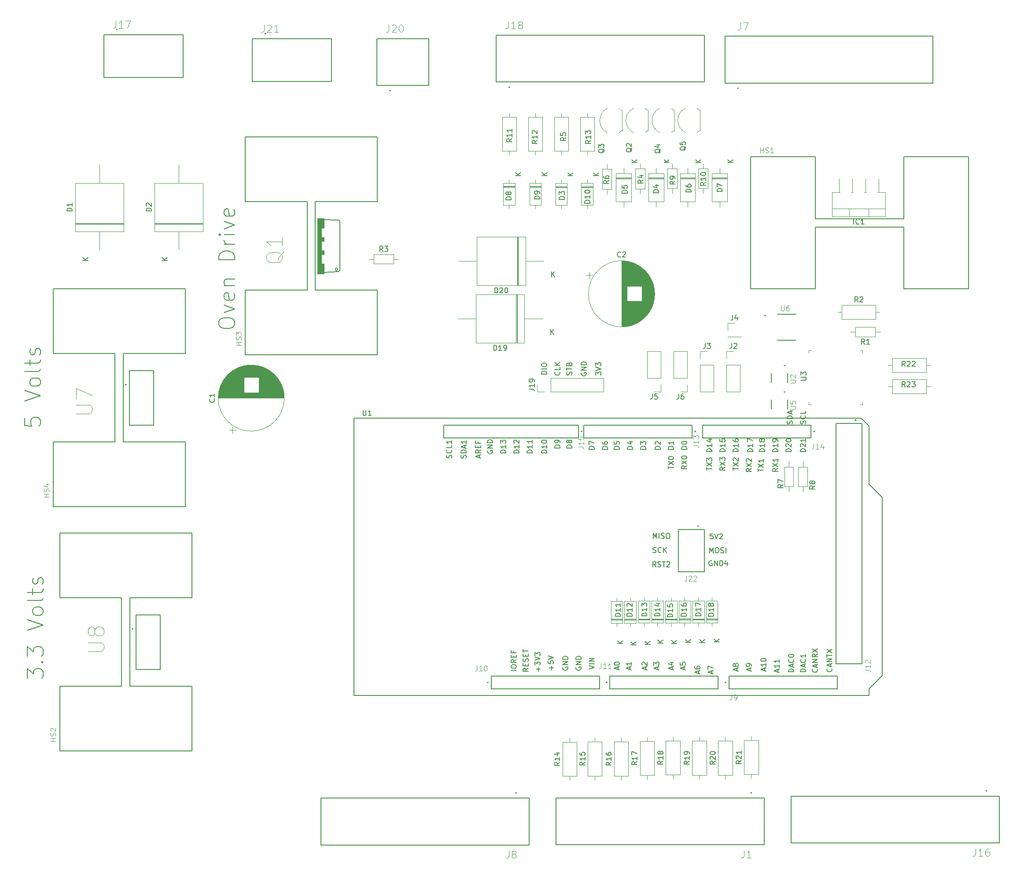
<source format=gbr>
%TF.GenerationSoftware,KiCad,Pcbnew,(5.1.6)-1*%
%TF.CreationDate,2020-08-31T13:11:39-04:00*%
%TF.ProjectId,F100_B200_Test_Bop_V2,46313030-5f42-4323-9030-5f546573745f,rev?*%
%TF.SameCoordinates,Original*%
%TF.FileFunction,Legend,Top*%
%TF.FilePolarity,Positive*%
%FSLAX46Y46*%
G04 Gerber Fmt 4.6, Leading zero omitted, Abs format (unit mm)*
G04 Created by KiCad (PCBNEW (5.1.6)-1) date 2020-08-31 13:11:39*
%MOMM*%
%LPD*%
G01*
G04 APERTURE LIST*
%ADD10C,0.150000*%
%ADD11C,0.127000*%
%ADD12C,0.120000*%
%ADD13C,0.200000*%
%ADD14C,0.010000*%
%ADD15C,0.100000*%
%ADD16C,0.015000*%
G04 APERTURE END LIST*
D10*
X102560380Y-56395809D02*
X101560380Y-56395809D01*
X101560380Y-56157714D01*
X101608000Y-56014857D01*
X101703238Y-55919619D01*
X101798476Y-55872000D01*
X101988952Y-55824380D01*
X102131809Y-55824380D01*
X102322285Y-55872000D01*
X102417523Y-55919619D01*
X102512761Y-56014857D01*
X102560380Y-56157714D01*
X102560380Y-56395809D01*
X102560380Y-55395809D02*
X101560380Y-55395809D01*
X101560380Y-54729142D02*
X101560380Y-54538666D01*
X101608000Y-54443428D01*
X101703238Y-54348190D01*
X101893714Y-54300571D01*
X102227047Y-54300571D01*
X102417523Y-54348190D01*
X102512761Y-54443428D01*
X102560380Y-54538666D01*
X102560380Y-54729142D01*
X102512761Y-54824380D01*
X102417523Y-54919619D01*
X102227047Y-54967238D01*
X101893714Y-54967238D01*
X101703238Y-54919619D01*
X101608000Y-54824380D01*
X101560380Y-54729142D01*
X105005142Y-55967238D02*
X105052761Y-56014857D01*
X105100380Y-56157714D01*
X105100380Y-56252952D01*
X105052761Y-56395809D01*
X104957523Y-56491047D01*
X104862285Y-56538666D01*
X104671809Y-56586285D01*
X104528952Y-56586285D01*
X104338476Y-56538666D01*
X104243238Y-56491047D01*
X104148000Y-56395809D01*
X104100380Y-56252952D01*
X104100380Y-56157714D01*
X104148000Y-56014857D01*
X104195619Y-55967238D01*
X105100380Y-55062476D02*
X105100380Y-55538666D01*
X104100380Y-55538666D01*
X105100380Y-54729142D02*
X104100380Y-54729142D01*
X105100380Y-54157714D02*
X104528952Y-54586285D01*
X104100380Y-54157714D02*
X104671809Y-54729142D01*
X107338761Y-56538666D02*
X107386380Y-56395809D01*
X107386380Y-56157714D01*
X107338761Y-56062476D01*
X107291142Y-56014857D01*
X107195904Y-55967238D01*
X107100666Y-55967238D01*
X107005428Y-56014857D01*
X106957809Y-56062476D01*
X106910190Y-56157714D01*
X106862571Y-56348190D01*
X106814952Y-56443428D01*
X106767333Y-56491047D01*
X106672095Y-56538666D01*
X106576857Y-56538666D01*
X106481619Y-56491047D01*
X106434000Y-56443428D01*
X106386380Y-56348190D01*
X106386380Y-56110095D01*
X106434000Y-55967238D01*
X106386380Y-55681523D02*
X106386380Y-55110095D01*
X107386380Y-55395809D02*
X106386380Y-55395809D01*
X106862571Y-54443428D02*
X106910190Y-54300571D01*
X106957809Y-54252952D01*
X107053047Y-54205333D01*
X107195904Y-54205333D01*
X107291142Y-54252952D01*
X107338761Y-54300571D01*
X107386380Y-54395809D01*
X107386380Y-54776761D01*
X106386380Y-54776761D01*
X106386380Y-54443428D01*
X106434000Y-54348190D01*
X106481619Y-54300571D01*
X106576857Y-54252952D01*
X106672095Y-54252952D01*
X106767333Y-54300571D01*
X106814952Y-54348190D01*
X106862571Y-54443428D01*
X106862571Y-54776761D01*
X111974380Y-56610095D02*
X111974380Y-55991047D01*
X112355333Y-56324380D01*
X112355333Y-56181523D01*
X112402952Y-56086285D01*
X112450571Y-56038666D01*
X112545809Y-55991047D01*
X112783904Y-55991047D01*
X112879142Y-56038666D01*
X112926761Y-56086285D01*
X112974380Y-56181523D01*
X112974380Y-56467238D01*
X112926761Y-56562476D01*
X112879142Y-56610095D01*
X111974380Y-55705333D02*
X112974380Y-55372000D01*
X111974380Y-55038666D01*
X111974380Y-54800571D02*
X111974380Y-54181523D01*
X112355333Y-54514857D01*
X112355333Y-54372000D01*
X112402952Y-54276761D01*
X112450571Y-54229142D01*
X112545809Y-54181523D01*
X112783904Y-54181523D01*
X112879142Y-54229142D01*
X112926761Y-54276761D01*
X112974380Y-54372000D01*
X112974380Y-54657714D01*
X112926761Y-54752952D01*
X112879142Y-54800571D01*
X109228000Y-56133904D02*
X109180380Y-56229142D01*
X109180380Y-56372000D01*
X109228000Y-56514857D01*
X109323238Y-56610095D01*
X109418476Y-56657714D01*
X109608952Y-56705333D01*
X109751809Y-56705333D01*
X109942285Y-56657714D01*
X110037523Y-56610095D01*
X110132761Y-56514857D01*
X110180380Y-56372000D01*
X110180380Y-56276761D01*
X110132761Y-56133904D01*
X110085142Y-56086285D01*
X109751809Y-56086285D01*
X109751809Y-56276761D01*
X110180380Y-55657714D02*
X109180380Y-55657714D01*
X110180380Y-55086285D01*
X109180380Y-55086285D01*
X110180380Y-54610095D02*
X109180380Y-54610095D01*
X109180380Y-54372000D01*
X109228000Y-54229142D01*
X109323238Y-54133904D01*
X109418476Y-54086285D01*
X109608952Y-54038666D01*
X109751809Y-54038666D01*
X109942285Y-54086285D01*
X110037523Y-54133904D01*
X110132761Y-54229142D01*
X110180380Y-54372000D01*
X110180380Y-54610095D01*
X125944380Y-74644095D02*
X125944380Y-74072666D01*
X126944380Y-74358380D02*
X125944380Y-74358380D01*
X125944380Y-73834571D02*
X126944380Y-73167904D01*
X125944380Y-73167904D02*
X126944380Y-73834571D01*
X125944380Y-72596476D02*
X125944380Y-72501238D01*
X125992000Y-72406000D01*
X126039619Y-72358380D01*
X126134857Y-72310761D01*
X126325333Y-72263142D01*
X126563428Y-72263142D01*
X126753904Y-72310761D01*
X126849142Y-72358380D01*
X126896761Y-72406000D01*
X126944380Y-72501238D01*
X126944380Y-72596476D01*
X126896761Y-72691714D01*
X126849142Y-72739333D01*
X126753904Y-72786952D01*
X126563428Y-72834571D01*
X126325333Y-72834571D01*
X126134857Y-72786952D01*
X126039619Y-72739333D01*
X125992000Y-72691714D01*
X125944380Y-72596476D01*
X129484380Y-74048857D02*
X129008190Y-74382190D01*
X129484380Y-74620285D02*
X128484380Y-74620285D01*
X128484380Y-74239333D01*
X128532000Y-74144095D01*
X128579619Y-74096476D01*
X128674857Y-74048857D01*
X128817714Y-74048857D01*
X128912952Y-74096476D01*
X128960571Y-74144095D01*
X129008190Y-74239333D01*
X129008190Y-74620285D01*
X128484380Y-73715523D02*
X129484380Y-73048857D01*
X128484380Y-73048857D02*
X129484380Y-73715523D01*
X128484380Y-72477428D02*
X128484380Y-72382190D01*
X128532000Y-72286952D01*
X128579619Y-72239333D01*
X128674857Y-72191714D01*
X128865333Y-72144095D01*
X129103428Y-72144095D01*
X129293904Y-72191714D01*
X129389142Y-72239333D01*
X129436761Y-72286952D01*
X129484380Y-72382190D01*
X129484380Y-72477428D01*
X129436761Y-72572666D01*
X129389142Y-72620285D01*
X129293904Y-72667904D01*
X129103428Y-72715523D01*
X128865333Y-72715523D01*
X128674857Y-72667904D01*
X128579619Y-72620285D01*
X128532000Y-72572666D01*
X128484380Y-72477428D01*
X133310380Y-74898095D02*
X133310380Y-74326666D01*
X134310380Y-74612380D02*
X133310380Y-74612380D01*
X133310380Y-74088571D02*
X134310380Y-73421904D01*
X133310380Y-73421904D02*
X134310380Y-74088571D01*
X133310380Y-73136190D02*
X133310380Y-72517142D01*
X133691333Y-72850476D01*
X133691333Y-72707619D01*
X133738952Y-72612380D01*
X133786571Y-72564761D01*
X133881809Y-72517142D01*
X134119904Y-72517142D01*
X134215142Y-72564761D01*
X134262761Y-72612380D01*
X134310380Y-72707619D01*
X134310380Y-72993333D01*
X134262761Y-73088571D01*
X134215142Y-73136190D01*
X136850380Y-74302857D02*
X136374190Y-74636190D01*
X136850380Y-74874285D02*
X135850380Y-74874285D01*
X135850380Y-74493333D01*
X135898000Y-74398095D01*
X135945619Y-74350476D01*
X136040857Y-74302857D01*
X136183714Y-74302857D01*
X136278952Y-74350476D01*
X136326571Y-74398095D01*
X136374190Y-74493333D01*
X136374190Y-74874285D01*
X135850380Y-73969523D02*
X136850380Y-73302857D01*
X135850380Y-73302857D02*
X136850380Y-73969523D01*
X135850380Y-73017142D02*
X135850380Y-72398095D01*
X136231333Y-72731428D01*
X136231333Y-72588571D01*
X136278952Y-72493333D01*
X136326571Y-72445714D01*
X136421809Y-72398095D01*
X136659904Y-72398095D01*
X136755142Y-72445714D01*
X136802761Y-72493333D01*
X136850380Y-72588571D01*
X136850380Y-72874285D01*
X136802761Y-72969523D01*
X136755142Y-73017142D01*
X138390380Y-74898095D02*
X138390380Y-74326666D01*
X139390380Y-74612380D02*
X138390380Y-74612380D01*
X138390380Y-74088571D02*
X139390380Y-73421904D01*
X138390380Y-73421904D02*
X139390380Y-74088571D01*
X138485619Y-73088571D02*
X138438000Y-73040952D01*
X138390380Y-72945714D01*
X138390380Y-72707619D01*
X138438000Y-72612380D01*
X138485619Y-72564761D01*
X138580857Y-72517142D01*
X138676095Y-72517142D01*
X138818952Y-72564761D01*
X139390380Y-73136190D01*
X139390380Y-72517142D01*
X141930380Y-74556857D02*
X141454190Y-74890190D01*
X141930380Y-75128285D02*
X140930380Y-75128285D01*
X140930380Y-74747333D01*
X140978000Y-74652095D01*
X141025619Y-74604476D01*
X141120857Y-74556857D01*
X141263714Y-74556857D01*
X141358952Y-74604476D01*
X141406571Y-74652095D01*
X141454190Y-74747333D01*
X141454190Y-75128285D01*
X140930380Y-74223523D02*
X141930380Y-73556857D01*
X140930380Y-73556857D02*
X141930380Y-74223523D01*
X141025619Y-73223523D02*
X140978000Y-73175904D01*
X140930380Y-73080666D01*
X140930380Y-72842571D01*
X140978000Y-72747333D01*
X141025619Y-72699714D01*
X141120857Y-72652095D01*
X141216095Y-72652095D01*
X141358952Y-72699714D01*
X141930380Y-73271142D01*
X141930380Y-72652095D01*
X143216380Y-75152095D02*
X143216380Y-74580666D01*
X144216380Y-74866380D02*
X143216380Y-74866380D01*
X143216380Y-74342571D02*
X144216380Y-73675904D01*
X143216380Y-73675904D02*
X144216380Y-74342571D01*
X144216380Y-72771142D02*
X144216380Y-73342571D01*
X144216380Y-73056857D02*
X143216380Y-73056857D01*
X143359238Y-73152095D01*
X143454476Y-73247333D01*
X143502095Y-73342571D01*
X147010380Y-74556857D02*
X146534190Y-74890190D01*
X147010380Y-75128285D02*
X146010380Y-75128285D01*
X146010380Y-74747333D01*
X146058000Y-74652095D01*
X146105619Y-74604476D01*
X146200857Y-74556857D01*
X146343714Y-74556857D01*
X146438952Y-74604476D01*
X146486571Y-74652095D01*
X146534190Y-74747333D01*
X146534190Y-75128285D01*
X146010380Y-74223523D02*
X147010380Y-73556857D01*
X146010380Y-73556857D02*
X147010380Y-74223523D01*
X147010380Y-72652095D02*
X147010380Y-73223523D01*
X147010380Y-72937809D02*
X146010380Y-72937809D01*
X146153238Y-73033047D01*
X146248476Y-73128285D01*
X146296095Y-73223523D01*
X149756761Y-65984285D02*
X149804380Y-65841428D01*
X149804380Y-65603333D01*
X149756761Y-65508095D01*
X149709142Y-65460476D01*
X149613904Y-65412857D01*
X149518666Y-65412857D01*
X149423428Y-65460476D01*
X149375809Y-65508095D01*
X149328190Y-65603333D01*
X149280571Y-65793809D01*
X149232952Y-65889047D01*
X149185333Y-65936666D01*
X149090095Y-65984285D01*
X148994857Y-65984285D01*
X148899619Y-65936666D01*
X148852000Y-65889047D01*
X148804380Y-65793809D01*
X148804380Y-65555714D01*
X148852000Y-65412857D01*
X149804380Y-64984285D02*
X148804380Y-64984285D01*
X148804380Y-64746190D01*
X148852000Y-64603333D01*
X148947238Y-64508095D01*
X149042476Y-64460476D01*
X149232952Y-64412857D01*
X149375809Y-64412857D01*
X149566285Y-64460476D01*
X149661523Y-64508095D01*
X149756761Y-64603333D01*
X149804380Y-64746190D01*
X149804380Y-64984285D01*
X149518666Y-64031904D02*
X149518666Y-63555714D01*
X149804380Y-64127142D02*
X148804380Y-63793809D01*
X149804380Y-63460476D01*
X152296761Y-65960476D02*
X152344380Y-65817619D01*
X152344380Y-65579523D01*
X152296761Y-65484285D01*
X152249142Y-65436666D01*
X152153904Y-65389047D01*
X152058666Y-65389047D01*
X151963428Y-65436666D01*
X151915809Y-65484285D01*
X151868190Y-65579523D01*
X151820571Y-65770000D01*
X151772952Y-65865238D01*
X151725333Y-65912857D01*
X151630095Y-65960476D01*
X151534857Y-65960476D01*
X151439619Y-65912857D01*
X151392000Y-65865238D01*
X151344380Y-65770000D01*
X151344380Y-65531904D01*
X151392000Y-65389047D01*
X152249142Y-64389047D02*
X152296761Y-64436666D01*
X152344380Y-64579523D01*
X152344380Y-64674761D01*
X152296761Y-64817619D01*
X152201523Y-64912857D01*
X152106285Y-64960476D01*
X151915809Y-65008095D01*
X151772952Y-65008095D01*
X151582476Y-64960476D01*
X151487238Y-64912857D01*
X151392000Y-64817619D01*
X151344380Y-64674761D01*
X151344380Y-64579523D01*
X151392000Y-64436666D01*
X151439619Y-64389047D01*
X152344380Y-63484285D02*
X152344380Y-63960476D01*
X151344380Y-63960476D01*
X84224761Y-72532666D02*
X84272380Y-72389809D01*
X84272380Y-72151714D01*
X84224761Y-72056476D01*
X84177142Y-72008857D01*
X84081904Y-71961238D01*
X83986666Y-71961238D01*
X83891428Y-72008857D01*
X83843809Y-72056476D01*
X83796190Y-72151714D01*
X83748571Y-72342190D01*
X83700952Y-72437428D01*
X83653333Y-72485047D01*
X83558095Y-72532666D01*
X83462857Y-72532666D01*
X83367619Y-72485047D01*
X83320000Y-72437428D01*
X83272380Y-72342190D01*
X83272380Y-72104095D01*
X83320000Y-71961238D01*
X84177142Y-70961238D02*
X84224761Y-71008857D01*
X84272380Y-71151714D01*
X84272380Y-71246952D01*
X84224761Y-71389809D01*
X84129523Y-71485047D01*
X84034285Y-71532666D01*
X83843809Y-71580285D01*
X83700952Y-71580285D01*
X83510476Y-71532666D01*
X83415238Y-71485047D01*
X83320000Y-71389809D01*
X83272380Y-71246952D01*
X83272380Y-71151714D01*
X83320000Y-71008857D01*
X83367619Y-70961238D01*
X84272380Y-70056476D02*
X84272380Y-70532666D01*
X83272380Y-70532666D01*
X84272380Y-69199333D02*
X84272380Y-69770761D01*
X84272380Y-69485047D02*
X83272380Y-69485047D01*
X83415238Y-69580285D01*
X83510476Y-69675523D01*
X83558095Y-69770761D01*
X87018761Y-72556476D02*
X87066380Y-72413619D01*
X87066380Y-72175523D01*
X87018761Y-72080285D01*
X86971142Y-72032666D01*
X86875904Y-71985047D01*
X86780666Y-71985047D01*
X86685428Y-72032666D01*
X86637809Y-72080285D01*
X86590190Y-72175523D01*
X86542571Y-72366000D01*
X86494952Y-72461238D01*
X86447333Y-72508857D01*
X86352095Y-72556476D01*
X86256857Y-72556476D01*
X86161619Y-72508857D01*
X86114000Y-72461238D01*
X86066380Y-72366000D01*
X86066380Y-72127904D01*
X86114000Y-71985047D01*
X87066380Y-71556476D02*
X86066380Y-71556476D01*
X86066380Y-71318380D01*
X86114000Y-71175523D01*
X86209238Y-71080285D01*
X86304476Y-71032666D01*
X86494952Y-70985047D01*
X86637809Y-70985047D01*
X86828285Y-71032666D01*
X86923523Y-71080285D01*
X87018761Y-71175523D01*
X87066380Y-71318380D01*
X87066380Y-71556476D01*
X86780666Y-70604095D02*
X86780666Y-70127904D01*
X87066380Y-70699333D02*
X86066380Y-70366000D01*
X87066380Y-70032666D01*
X87066380Y-69175523D02*
X87066380Y-69746952D01*
X87066380Y-69461238D02*
X86066380Y-69461238D01*
X86209238Y-69556476D01*
X86304476Y-69651714D01*
X86352095Y-69746952D01*
X89574666Y-72485047D02*
X89574666Y-72008857D01*
X89860380Y-72580285D02*
X88860380Y-72246952D01*
X89860380Y-71913619D01*
X89860380Y-71008857D02*
X89384190Y-71342190D01*
X89860380Y-71580285D02*
X88860380Y-71580285D01*
X88860380Y-71199333D01*
X88908000Y-71104095D01*
X88955619Y-71056476D01*
X89050857Y-71008857D01*
X89193714Y-71008857D01*
X89288952Y-71056476D01*
X89336571Y-71104095D01*
X89384190Y-71199333D01*
X89384190Y-71580285D01*
X89336571Y-70580285D02*
X89336571Y-70246952D01*
X89860380Y-70104095D02*
X89860380Y-70580285D01*
X88860380Y-70580285D01*
X88860380Y-70104095D01*
X89336571Y-69342190D02*
X89336571Y-69675523D01*
X89860380Y-69675523D02*
X88860380Y-69675523D01*
X88860380Y-69199333D01*
X91194000Y-71119904D02*
X91146380Y-71215142D01*
X91146380Y-71358000D01*
X91194000Y-71500857D01*
X91289238Y-71596095D01*
X91384476Y-71643714D01*
X91574952Y-71691333D01*
X91717809Y-71691333D01*
X91908285Y-71643714D01*
X92003523Y-71596095D01*
X92098761Y-71500857D01*
X92146380Y-71358000D01*
X92146380Y-71262761D01*
X92098761Y-71119904D01*
X92051142Y-71072285D01*
X91717809Y-71072285D01*
X91717809Y-71262761D01*
X92146380Y-70643714D02*
X91146380Y-70643714D01*
X92146380Y-70072285D01*
X91146380Y-70072285D01*
X92146380Y-69596095D02*
X91146380Y-69596095D01*
X91146380Y-69358000D01*
X91194000Y-69215142D01*
X91289238Y-69119904D01*
X91384476Y-69072285D01*
X91574952Y-69024666D01*
X91717809Y-69024666D01*
X91908285Y-69072285D01*
X92003523Y-69119904D01*
X92098761Y-69215142D01*
X92146380Y-69358000D01*
X92146380Y-69596095D01*
X94686380Y-71572285D02*
X93686380Y-71572285D01*
X93686380Y-71334190D01*
X93734000Y-71191333D01*
X93829238Y-71096095D01*
X93924476Y-71048476D01*
X94114952Y-71000857D01*
X94257809Y-71000857D01*
X94448285Y-71048476D01*
X94543523Y-71096095D01*
X94638761Y-71191333D01*
X94686380Y-71334190D01*
X94686380Y-71572285D01*
X94686380Y-70048476D02*
X94686380Y-70619904D01*
X94686380Y-70334190D02*
X93686380Y-70334190D01*
X93829238Y-70429428D01*
X93924476Y-70524666D01*
X93972095Y-70619904D01*
X93686380Y-69715142D02*
X93686380Y-69096095D01*
X94067333Y-69429428D01*
X94067333Y-69286571D01*
X94114952Y-69191333D01*
X94162571Y-69143714D01*
X94257809Y-69096095D01*
X94495904Y-69096095D01*
X94591142Y-69143714D01*
X94638761Y-69191333D01*
X94686380Y-69286571D01*
X94686380Y-69572285D01*
X94638761Y-69667523D01*
X94591142Y-69715142D01*
X97226380Y-71572285D02*
X96226380Y-71572285D01*
X96226380Y-71334190D01*
X96274000Y-71191333D01*
X96369238Y-71096095D01*
X96464476Y-71048476D01*
X96654952Y-71000857D01*
X96797809Y-71000857D01*
X96988285Y-71048476D01*
X97083523Y-71096095D01*
X97178761Y-71191333D01*
X97226380Y-71334190D01*
X97226380Y-71572285D01*
X97226380Y-70048476D02*
X97226380Y-70619904D01*
X97226380Y-70334190D02*
X96226380Y-70334190D01*
X96369238Y-70429428D01*
X96464476Y-70524666D01*
X96512095Y-70619904D01*
X96321619Y-69667523D02*
X96274000Y-69619904D01*
X96226380Y-69524666D01*
X96226380Y-69286571D01*
X96274000Y-69191333D01*
X96321619Y-69143714D01*
X96416857Y-69096095D01*
X96512095Y-69096095D01*
X96654952Y-69143714D01*
X97226380Y-69715142D01*
X97226380Y-69096095D01*
X99766380Y-71572285D02*
X98766380Y-71572285D01*
X98766380Y-71334190D01*
X98814000Y-71191333D01*
X98909238Y-71096095D01*
X99004476Y-71048476D01*
X99194952Y-71000857D01*
X99337809Y-71000857D01*
X99528285Y-71048476D01*
X99623523Y-71096095D01*
X99718761Y-71191333D01*
X99766380Y-71334190D01*
X99766380Y-71572285D01*
X99766380Y-70048476D02*
X99766380Y-70619904D01*
X99766380Y-70334190D02*
X98766380Y-70334190D01*
X98909238Y-70429428D01*
X99004476Y-70524666D01*
X99052095Y-70619904D01*
X99766380Y-69096095D02*
X99766380Y-69667523D01*
X99766380Y-69381809D02*
X98766380Y-69381809D01*
X98909238Y-69477047D01*
X99004476Y-69572285D01*
X99052095Y-69667523D01*
X102560380Y-71572285D02*
X101560380Y-71572285D01*
X101560380Y-71334190D01*
X101608000Y-71191333D01*
X101703238Y-71096095D01*
X101798476Y-71048476D01*
X101988952Y-71000857D01*
X102131809Y-71000857D01*
X102322285Y-71048476D01*
X102417523Y-71096095D01*
X102512761Y-71191333D01*
X102560380Y-71334190D01*
X102560380Y-71572285D01*
X102560380Y-70048476D02*
X102560380Y-70619904D01*
X102560380Y-70334190D02*
X101560380Y-70334190D01*
X101703238Y-70429428D01*
X101798476Y-70524666D01*
X101846095Y-70619904D01*
X101560380Y-69429428D02*
X101560380Y-69334190D01*
X101608000Y-69238952D01*
X101655619Y-69191333D01*
X101750857Y-69143714D01*
X101941333Y-69096095D01*
X102179428Y-69096095D01*
X102369904Y-69143714D01*
X102465142Y-69191333D01*
X102512761Y-69238952D01*
X102560380Y-69334190D01*
X102560380Y-69429428D01*
X102512761Y-69524666D01*
X102465142Y-69572285D01*
X102369904Y-69619904D01*
X102179428Y-69667523D01*
X101941333Y-69667523D01*
X101750857Y-69619904D01*
X101655619Y-69572285D01*
X101608000Y-69524666D01*
X101560380Y-69429428D01*
X105100380Y-70588095D02*
X104100380Y-70588095D01*
X104100380Y-70350000D01*
X104148000Y-70207142D01*
X104243238Y-70111904D01*
X104338476Y-70064285D01*
X104528952Y-70016666D01*
X104671809Y-70016666D01*
X104862285Y-70064285D01*
X104957523Y-70111904D01*
X105052761Y-70207142D01*
X105100380Y-70350000D01*
X105100380Y-70588095D01*
X105100380Y-69540476D02*
X105100380Y-69350000D01*
X105052761Y-69254761D01*
X105005142Y-69207142D01*
X104862285Y-69111904D01*
X104671809Y-69064285D01*
X104290857Y-69064285D01*
X104195619Y-69111904D01*
X104148000Y-69159523D01*
X104100380Y-69254761D01*
X104100380Y-69445238D01*
X104148000Y-69540476D01*
X104195619Y-69588095D01*
X104290857Y-69635714D01*
X104528952Y-69635714D01*
X104624190Y-69588095D01*
X104671809Y-69540476D01*
X104719428Y-69445238D01*
X104719428Y-69254761D01*
X104671809Y-69159523D01*
X104624190Y-69111904D01*
X104528952Y-69064285D01*
X107386380Y-70588095D02*
X106386380Y-70588095D01*
X106386380Y-70350000D01*
X106434000Y-70207142D01*
X106529238Y-70111904D01*
X106624476Y-70064285D01*
X106814952Y-70016666D01*
X106957809Y-70016666D01*
X107148285Y-70064285D01*
X107243523Y-70111904D01*
X107338761Y-70207142D01*
X107386380Y-70350000D01*
X107386380Y-70588095D01*
X106814952Y-69445238D02*
X106767333Y-69540476D01*
X106719714Y-69588095D01*
X106624476Y-69635714D01*
X106576857Y-69635714D01*
X106481619Y-69588095D01*
X106434000Y-69540476D01*
X106386380Y-69445238D01*
X106386380Y-69254761D01*
X106434000Y-69159523D01*
X106481619Y-69111904D01*
X106576857Y-69064285D01*
X106624476Y-69064285D01*
X106719714Y-69111904D01*
X106767333Y-69159523D01*
X106814952Y-69254761D01*
X106814952Y-69445238D01*
X106862571Y-69540476D01*
X106910190Y-69588095D01*
X107005428Y-69635714D01*
X107195904Y-69635714D01*
X107291142Y-69588095D01*
X107338761Y-69540476D01*
X107386380Y-69445238D01*
X107386380Y-69254761D01*
X107338761Y-69159523D01*
X107291142Y-69111904D01*
X107195904Y-69064285D01*
X107005428Y-69064285D01*
X106910190Y-69111904D01*
X106862571Y-69159523D01*
X106814952Y-69254761D01*
X111704380Y-70842095D02*
X110704380Y-70842095D01*
X110704380Y-70604000D01*
X110752000Y-70461142D01*
X110847238Y-70365904D01*
X110942476Y-70318285D01*
X111132952Y-70270666D01*
X111275809Y-70270666D01*
X111466285Y-70318285D01*
X111561523Y-70365904D01*
X111656761Y-70461142D01*
X111704380Y-70604000D01*
X111704380Y-70842095D01*
X110704380Y-69937333D02*
X110704380Y-69270666D01*
X111704380Y-69699238D01*
X114244380Y-70842095D02*
X113244380Y-70842095D01*
X113244380Y-70604000D01*
X113292000Y-70461142D01*
X113387238Y-70365904D01*
X113482476Y-70318285D01*
X113672952Y-70270666D01*
X113815809Y-70270666D01*
X114006285Y-70318285D01*
X114101523Y-70365904D01*
X114196761Y-70461142D01*
X114244380Y-70604000D01*
X114244380Y-70842095D01*
X113244380Y-69413523D02*
X113244380Y-69604000D01*
X113292000Y-69699238D01*
X113339619Y-69746857D01*
X113482476Y-69842095D01*
X113672952Y-69889714D01*
X114053904Y-69889714D01*
X114149142Y-69842095D01*
X114196761Y-69794476D01*
X114244380Y-69699238D01*
X114244380Y-69508761D01*
X114196761Y-69413523D01*
X114149142Y-69365904D01*
X114053904Y-69318285D01*
X113815809Y-69318285D01*
X113720571Y-69365904D01*
X113672952Y-69413523D01*
X113625333Y-69508761D01*
X113625333Y-69699238D01*
X113672952Y-69794476D01*
X113720571Y-69842095D01*
X113815809Y-69889714D01*
X116530380Y-70842095D02*
X115530380Y-70842095D01*
X115530380Y-70604000D01*
X115578000Y-70461142D01*
X115673238Y-70365904D01*
X115768476Y-70318285D01*
X115958952Y-70270666D01*
X116101809Y-70270666D01*
X116292285Y-70318285D01*
X116387523Y-70365904D01*
X116482761Y-70461142D01*
X116530380Y-70604000D01*
X116530380Y-70842095D01*
X115530380Y-69365904D02*
X115530380Y-69842095D01*
X116006571Y-69889714D01*
X115958952Y-69842095D01*
X115911333Y-69746857D01*
X115911333Y-69508761D01*
X115958952Y-69413523D01*
X116006571Y-69365904D01*
X116101809Y-69318285D01*
X116339904Y-69318285D01*
X116435142Y-69365904D01*
X116482761Y-69413523D01*
X116530380Y-69508761D01*
X116530380Y-69746857D01*
X116482761Y-69842095D01*
X116435142Y-69889714D01*
X119070380Y-70842095D02*
X118070380Y-70842095D01*
X118070380Y-70604000D01*
X118118000Y-70461142D01*
X118213238Y-70365904D01*
X118308476Y-70318285D01*
X118498952Y-70270666D01*
X118641809Y-70270666D01*
X118832285Y-70318285D01*
X118927523Y-70365904D01*
X119022761Y-70461142D01*
X119070380Y-70604000D01*
X119070380Y-70842095D01*
X118403714Y-69413523D02*
X119070380Y-69413523D01*
X118022761Y-69651619D02*
X118737047Y-69889714D01*
X118737047Y-69270666D01*
X121610380Y-70842095D02*
X120610380Y-70842095D01*
X120610380Y-70604000D01*
X120658000Y-70461142D01*
X120753238Y-70365904D01*
X120848476Y-70318285D01*
X121038952Y-70270666D01*
X121181809Y-70270666D01*
X121372285Y-70318285D01*
X121467523Y-70365904D01*
X121562761Y-70461142D01*
X121610380Y-70604000D01*
X121610380Y-70842095D01*
X120610380Y-69937333D02*
X120610380Y-69318285D01*
X120991333Y-69651619D01*
X120991333Y-69508761D01*
X121038952Y-69413523D01*
X121086571Y-69365904D01*
X121181809Y-69318285D01*
X121419904Y-69318285D01*
X121515142Y-69365904D01*
X121562761Y-69413523D01*
X121610380Y-69508761D01*
X121610380Y-69794476D01*
X121562761Y-69889714D01*
X121515142Y-69937333D01*
X124404380Y-70842095D02*
X123404380Y-70842095D01*
X123404380Y-70604000D01*
X123452000Y-70461142D01*
X123547238Y-70365904D01*
X123642476Y-70318285D01*
X123832952Y-70270666D01*
X123975809Y-70270666D01*
X124166285Y-70318285D01*
X124261523Y-70365904D01*
X124356761Y-70461142D01*
X124404380Y-70604000D01*
X124404380Y-70842095D01*
X123499619Y-69889714D02*
X123452000Y-69842095D01*
X123404380Y-69746857D01*
X123404380Y-69508761D01*
X123452000Y-69413523D01*
X123499619Y-69365904D01*
X123594857Y-69318285D01*
X123690095Y-69318285D01*
X123832952Y-69365904D01*
X124404380Y-69937333D01*
X124404380Y-69318285D01*
X126944380Y-70842095D02*
X125944380Y-70842095D01*
X125944380Y-70604000D01*
X125992000Y-70461142D01*
X126087238Y-70365904D01*
X126182476Y-70318285D01*
X126372952Y-70270666D01*
X126515809Y-70270666D01*
X126706285Y-70318285D01*
X126801523Y-70365904D01*
X126896761Y-70461142D01*
X126944380Y-70604000D01*
X126944380Y-70842095D01*
X126944380Y-69318285D02*
X126944380Y-69889714D01*
X126944380Y-69604000D02*
X125944380Y-69604000D01*
X126087238Y-69699238D01*
X126182476Y-69794476D01*
X126230095Y-69889714D01*
X129484380Y-70842095D02*
X128484380Y-70842095D01*
X128484380Y-70604000D01*
X128532000Y-70461142D01*
X128627238Y-70365904D01*
X128722476Y-70318285D01*
X128912952Y-70270666D01*
X129055809Y-70270666D01*
X129246285Y-70318285D01*
X129341523Y-70365904D01*
X129436761Y-70461142D01*
X129484380Y-70604000D01*
X129484380Y-70842095D01*
X128484380Y-69651619D02*
X128484380Y-69556380D01*
X128532000Y-69461142D01*
X128579619Y-69413523D01*
X128674857Y-69365904D01*
X128865333Y-69318285D01*
X129103428Y-69318285D01*
X129293904Y-69365904D01*
X129389142Y-69413523D01*
X129436761Y-69461142D01*
X129484380Y-69556380D01*
X129484380Y-69651619D01*
X129436761Y-69746857D01*
X129389142Y-69794476D01*
X129293904Y-69842095D01*
X129103428Y-69889714D01*
X128865333Y-69889714D01*
X128674857Y-69842095D01*
X128579619Y-69794476D01*
X128532000Y-69746857D01*
X128484380Y-69651619D01*
X134310380Y-71318285D02*
X133310380Y-71318285D01*
X133310380Y-71080190D01*
X133358000Y-70937333D01*
X133453238Y-70842095D01*
X133548476Y-70794476D01*
X133738952Y-70746857D01*
X133881809Y-70746857D01*
X134072285Y-70794476D01*
X134167523Y-70842095D01*
X134262761Y-70937333D01*
X134310380Y-71080190D01*
X134310380Y-71318285D01*
X134310380Y-69794476D02*
X134310380Y-70365904D01*
X134310380Y-70080190D02*
X133310380Y-70080190D01*
X133453238Y-70175428D01*
X133548476Y-70270666D01*
X133596095Y-70365904D01*
X133643714Y-68937333D02*
X134310380Y-68937333D01*
X133262761Y-69175428D02*
X133977047Y-69413523D01*
X133977047Y-68794476D01*
X136850380Y-71318285D02*
X135850380Y-71318285D01*
X135850380Y-71080190D01*
X135898000Y-70937333D01*
X135993238Y-70842095D01*
X136088476Y-70794476D01*
X136278952Y-70746857D01*
X136421809Y-70746857D01*
X136612285Y-70794476D01*
X136707523Y-70842095D01*
X136802761Y-70937333D01*
X136850380Y-71080190D01*
X136850380Y-71318285D01*
X136850380Y-69794476D02*
X136850380Y-70365904D01*
X136850380Y-70080190D02*
X135850380Y-70080190D01*
X135993238Y-70175428D01*
X136088476Y-70270666D01*
X136136095Y-70365904D01*
X135850380Y-68889714D02*
X135850380Y-69365904D01*
X136326571Y-69413523D01*
X136278952Y-69365904D01*
X136231333Y-69270666D01*
X136231333Y-69032571D01*
X136278952Y-68937333D01*
X136326571Y-68889714D01*
X136421809Y-68842095D01*
X136659904Y-68842095D01*
X136755142Y-68889714D01*
X136802761Y-68937333D01*
X136850380Y-69032571D01*
X136850380Y-69270666D01*
X136802761Y-69365904D01*
X136755142Y-69413523D01*
X139390380Y-71318285D02*
X138390380Y-71318285D01*
X138390380Y-71080190D01*
X138438000Y-70937333D01*
X138533238Y-70842095D01*
X138628476Y-70794476D01*
X138818952Y-70746857D01*
X138961809Y-70746857D01*
X139152285Y-70794476D01*
X139247523Y-70842095D01*
X139342761Y-70937333D01*
X139390380Y-71080190D01*
X139390380Y-71318285D01*
X139390380Y-69794476D02*
X139390380Y-70365904D01*
X139390380Y-70080190D02*
X138390380Y-70080190D01*
X138533238Y-70175428D01*
X138628476Y-70270666D01*
X138676095Y-70365904D01*
X138390380Y-68937333D02*
X138390380Y-69127809D01*
X138438000Y-69223047D01*
X138485619Y-69270666D01*
X138628476Y-69365904D01*
X138818952Y-69413523D01*
X139199904Y-69413523D01*
X139295142Y-69365904D01*
X139342761Y-69318285D01*
X139390380Y-69223047D01*
X139390380Y-69032571D01*
X139342761Y-68937333D01*
X139295142Y-68889714D01*
X139199904Y-68842095D01*
X138961809Y-68842095D01*
X138866571Y-68889714D01*
X138818952Y-68937333D01*
X138771333Y-69032571D01*
X138771333Y-69223047D01*
X138818952Y-69318285D01*
X138866571Y-69365904D01*
X138961809Y-69413523D01*
X142184380Y-71318285D02*
X141184380Y-71318285D01*
X141184380Y-71080190D01*
X141232000Y-70937333D01*
X141327238Y-70842095D01*
X141422476Y-70794476D01*
X141612952Y-70746857D01*
X141755809Y-70746857D01*
X141946285Y-70794476D01*
X142041523Y-70842095D01*
X142136761Y-70937333D01*
X142184380Y-71080190D01*
X142184380Y-71318285D01*
X142184380Y-69794476D02*
X142184380Y-70365904D01*
X142184380Y-70080190D02*
X141184380Y-70080190D01*
X141327238Y-70175428D01*
X141422476Y-70270666D01*
X141470095Y-70365904D01*
X141184380Y-69461142D02*
X141184380Y-68794476D01*
X142184380Y-69223047D01*
X144470380Y-71318285D02*
X143470380Y-71318285D01*
X143470380Y-71080190D01*
X143518000Y-70937333D01*
X143613238Y-70842095D01*
X143708476Y-70794476D01*
X143898952Y-70746857D01*
X144041809Y-70746857D01*
X144232285Y-70794476D01*
X144327523Y-70842095D01*
X144422761Y-70937333D01*
X144470380Y-71080190D01*
X144470380Y-71318285D01*
X144470380Y-69794476D02*
X144470380Y-70365904D01*
X144470380Y-70080190D02*
X143470380Y-70080190D01*
X143613238Y-70175428D01*
X143708476Y-70270666D01*
X143756095Y-70365904D01*
X143898952Y-69223047D02*
X143851333Y-69318285D01*
X143803714Y-69365904D01*
X143708476Y-69413523D01*
X143660857Y-69413523D01*
X143565619Y-69365904D01*
X143518000Y-69318285D01*
X143470380Y-69223047D01*
X143470380Y-69032571D01*
X143518000Y-68937333D01*
X143565619Y-68889714D01*
X143660857Y-68842095D01*
X143708476Y-68842095D01*
X143803714Y-68889714D01*
X143851333Y-68937333D01*
X143898952Y-69032571D01*
X143898952Y-69223047D01*
X143946571Y-69318285D01*
X143994190Y-69365904D01*
X144089428Y-69413523D01*
X144279904Y-69413523D01*
X144375142Y-69365904D01*
X144422761Y-69318285D01*
X144470380Y-69223047D01*
X144470380Y-69032571D01*
X144422761Y-68937333D01*
X144375142Y-68889714D01*
X144279904Y-68842095D01*
X144089428Y-68842095D01*
X143994190Y-68889714D01*
X143946571Y-68937333D01*
X143898952Y-69032571D01*
X147010380Y-71318285D02*
X146010380Y-71318285D01*
X146010380Y-71080190D01*
X146058000Y-70937333D01*
X146153238Y-70842095D01*
X146248476Y-70794476D01*
X146438952Y-70746857D01*
X146581809Y-70746857D01*
X146772285Y-70794476D01*
X146867523Y-70842095D01*
X146962761Y-70937333D01*
X147010380Y-71080190D01*
X147010380Y-71318285D01*
X147010380Y-69794476D02*
X147010380Y-70365904D01*
X147010380Y-70080190D02*
X146010380Y-70080190D01*
X146153238Y-70175428D01*
X146248476Y-70270666D01*
X146296095Y-70365904D01*
X147010380Y-69318285D02*
X147010380Y-69127809D01*
X146962761Y-69032571D01*
X146915142Y-68984952D01*
X146772285Y-68889714D01*
X146581809Y-68842095D01*
X146200857Y-68842095D01*
X146105619Y-68889714D01*
X146058000Y-68937333D01*
X146010380Y-69032571D01*
X146010380Y-69223047D01*
X146058000Y-69318285D01*
X146105619Y-69365904D01*
X146200857Y-69413523D01*
X146438952Y-69413523D01*
X146534190Y-69365904D01*
X146581809Y-69318285D01*
X146629428Y-69223047D01*
X146629428Y-69032571D01*
X146581809Y-68937333D01*
X146534190Y-68889714D01*
X146438952Y-68842095D01*
X149550380Y-71318285D02*
X148550380Y-71318285D01*
X148550380Y-71080190D01*
X148598000Y-70937333D01*
X148693238Y-70842095D01*
X148788476Y-70794476D01*
X148978952Y-70746857D01*
X149121809Y-70746857D01*
X149312285Y-70794476D01*
X149407523Y-70842095D01*
X149502761Y-70937333D01*
X149550380Y-71080190D01*
X149550380Y-71318285D01*
X148645619Y-70365904D02*
X148598000Y-70318285D01*
X148550380Y-70223047D01*
X148550380Y-69984952D01*
X148598000Y-69889714D01*
X148645619Y-69842095D01*
X148740857Y-69794476D01*
X148836095Y-69794476D01*
X148978952Y-69842095D01*
X149550380Y-70413523D01*
X149550380Y-69794476D01*
X148550380Y-69175428D02*
X148550380Y-69080190D01*
X148598000Y-68984952D01*
X148645619Y-68937333D01*
X148740857Y-68889714D01*
X148931333Y-68842095D01*
X149169428Y-68842095D01*
X149359904Y-68889714D01*
X149455142Y-68937333D01*
X149502761Y-68984952D01*
X149550380Y-69080190D01*
X149550380Y-69175428D01*
X149502761Y-69270666D01*
X149455142Y-69318285D01*
X149359904Y-69365904D01*
X149169428Y-69413523D01*
X148931333Y-69413523D01*
X148740857Y-69365904D01*
X148645619Y-69318285D01*
X148598000Y-69270666D01*
X148550380Y-69175428D01*
X152344380Y-71318285D02*
X151344380Y-71318285D01*
X151344380Y-71080190D01*
X151392000Y-70937333D01*
X151487238Y-70842095D01*
X151582476Y-70794476D01*
X151772952Y-70746857D01*
X151915809Y-70746857D01*
X152106285Y-70794476D01*
X152201523Y-70842095D01*
X152296761Y-70937333D01*
X152344380Y-71080190D01*
X152344380Y-71318285D01*
X151439619Y-70365904D02*
X151392000Y-70318285D01*
X151344380Y-70223047D01*
X151344380Y-69984952D01*
X151392000Y-69889714D01*
X151439619Y-69842095D01*
X151534857Y-69794476D01*
X151630095Y-69794476D01*
X151772952Y-69842095D01*
X152344380Y-70413523D01*
X152344380Y-69794476D01*
X152344380Y-68842095D02*
X152344380Y-69413523D01*
X152344380Y-69127809D02*
X151344380Y-69127809D01*
X151487238Y-69223047D01*
X151582476Y-69318285D01*
X151630095Y-69413523D01*
X157329142Y-113006000D02*
X157376761Y-113053619D01*
X157424380Y-113196476D01*
X157424380Y-113291714D01*
X157376761Y-113434571D01*
X157281523Y-113529809D01*
X157186285Y-113577428D01*
X156995809Y-113625047D01*
X156852952Y-113625047D01*
X156662476Y-113577428D01*
X156567238Y-113529809D01*
X156472000Y-113434571D01*
X156424380Y-113291714D01*
X156424380Y-113196476D01*
X156472000Y-113053619D01*
X156519619Y-113006000D01*
X157138666Y-112625047D02*
X157138666Y-112148857D01*
X157424380Y-112720285D02*
X156424380Y-112386952D01*
X157424380Y-112053619D01*
X157424380Y-111720285D02*
X156424380Y-111720285D01*
X157424380Y-111148857D01*
X156424380Y-111148857D01*
X156424380Y-110815523D02*
X156424380Y-110244095D01*
X157424380Y-110529809D02*
X156424380Y-110529809D01*
X156424380Y-110006000D02*
X157424380Y-109339333D01*
X156424380Y-109339333D02*
X157424380Y-110006000D01*
X154535142Y-113125047D02*
X154582761Y-113172666D01*
X154630380Y-113315523D01*
X154630380Y-113410761D01*
X154582761Y-113553619D01*
X154487523Y-113648857D01*
X154392285Y-113696476D01*
X154201809Y-113744095D01*
X154058952Y-113744095D01*
X153868476Y-113696476D01*
X153773238Y-113648857D01*
X153678000Y-113553619D01*
X153630380Y-113410761D01*
X153630380Y-113315523D01*
X153678000Y-113172666D01*
X153725619Y-113125047D01*
X154344666Y-112744095D02*
X154344666Y-112267904D01*
X154630380Y-112839333D02*
X153630380Y-112506000D01*
X154630380Y-112172666D01*
X154630380Y-111839333D02*
X153630380Y-111839333D01*
X154630380Y-111267904D01*
X153630380Y-111267904D01*
X154630380Y-110220285D02*
X154154190Y-110553619D01*
X154630380Y-110791714D02*
X153630380Y-110791714D01*
X153630380Y-110410761D01*
X153678000Y-110315523D01*
X153725619Y-110267904D01*
X153820857Y-110220285D01*
X153963714Y-110220285D01*
X154058952Y-110267904D01*
X154106571Y-110315523D01*
X154154190Y-110410761D01*
X154154190Y-110791714D01*
X153630380Y-109886952D02*
X154630380Y-109220285D01*
X153630380Y-109220285D02*
X154630380Y-109886952D01*
X152344380Y-113680666D02*
X151344380Y-113680666D01*
X151344380Y-113442571D01*
X151392000Y-113299714D01*
X151487238Y-113204476D01*
X151582476Y-113156857D01*
X151772952Y-113109238D01*
X151915809Y-113109238D01*
X152106285Y-113156857D01*
X152201523Y-113204476D01*
X152296761Y-113299714D01*
X152344380Y-113442571D01*
X152344380Y-113680666D01*
X152058666Y-112728285D02*
X152058666Y-112252095D01*
X152344380Y-112823523D02*
X151344380Y-112490190D01*
X152344380Y-112156857D01*
X152249142Y-111252095D02*
X152296761Y-111299714D01*
X152344380Y-111442571D01*
X152344380Y-111537809D01*
X152296761Y-111680666D01*
X152201523Y-111775904D01*
X152106285Y-111823523D01*
X151915809Y-111871142D01*
X151772952Y-111871142D01*
X151582476Y-111823523D01*
X151487238Y-111775904D01*
X151392000Y-111680666D01*
X151344380Y-111537809D01*
X151344380Y-111442571D01*
X151392000Y-111299714D01*
X151439619Y-111252095D01*
X152344380Y-110299714D02*
X152344380Y-110871142D01*
X152344380Y-110585428D02*
X151344380Y-110585428D01*
X151487238Y-110680666D01*
X151582476Y-110775904D01*
X151630095Y-110871142D01*
X150058380Y-113680666D02*
X149058380Y-113680666D01*
X149058380Y-113442571D01*
X149106000Y-113299714D01*
X149201238Y-113204476D01*
X149296476Y-113156857D01*
X149486952Y-113109238D01*
X149629809Y-113109238D01*
X149820285Y-113156857D01*
X149915523Y-113204476D01*
X150010761Y-113299714D01*
X150058380Y-113442571D01*
X150058380Y-113680666D01*
X149772666Y-112728285D02*
X149772666Y-112252095D01*
X150058380Y-112823523D02*
X149058380Y-112490190D01*
X150058380Y-112156857D01*
X149963142Y-111252095D02*
X150010761Y-111299714D01*
X150058380Y-111442571D01*
X150058380Y-111537809D01*
X150010761Y-111680666D01*
X149915523Y-111775904D01*
X149820285Y-111823523D01*
X149629809Y-111871142D01*
X149486952Y-111871142D01*
X149296476Y-111823523D01*
X149201238Y-111775904D01*
X149106000Y-111680666D01*
X149058380Y-111537809D01*
X149058380Y-111442571D01*
X149106000Y-111299714D01*
X149153619Y-111252095D01*
X149058380Y-110633047D02*
X149058380Y-110537809D01*
X149106000Y-110442571D01*
X149153619Y-110394952D01*
X149248857Y-110347333D01*
X149439333Y-110299714D01*
X149677428Y-110299714D01*
X149867904Y-110347333D01*
X149963142Y-110394952D01*
X150010761Y-110442571D01*
X150058380Y-110537809D01*
X150058380Y-110633047D01*
X150010761Y-110728285D01*
X149963142Y-110775904D01*
X149867904Y-110823523D01*
X149677428Y-110871142D01*
X149439333Y-110871142D01*
X149248857Y-110823523D01*
X149153619Y-110775904D01*
X149106000Y-110728285D01*
X149058380Y-110633047D01*
X146978666Y-113712476D02*
X146978666Y-113236285D01*
X147264380Y-113807714D02*
X146264380Y-113474380D01*
X147264380Y-113141047D01*
X147264380Y-112283904D02*
X147264380Y-112855333D01*
X147264380Y-112569619D02*
X146264380Y-112569619D01*
X146407238Y-112664857D01*
X146502476Y-112760095D01*
X146550095Y-112855333D01*
X147264380Y-111331523D02*
X147264380Y-111902952D01*
X147264380Y-111617238D02*
X146264380Y-111617238D01*
X146407238Y-111712476D01*
X146502476Y-111807714D01*
X146550095Y-111902952D01*
X144438666Y-113458476D02*
X144438666Y-112982285D01*
X144724380Y-113553714D02*
X143724380Y-113220380D01*
X144724380Y-112887047D01*
X144724380Y-112029904D02*
X144724380Y-112601333D01*
X144724380Y-112315619D02*
X143724380Y-112315619D01*
X143867238Y-112410857D01*
X143962476Y-112506095D01*
X144010095Y-112601333D01*
X143724380Y-111410857D02*
X143724380Y-111315619D01*
X143772000Y-111220380D01*
X143819619Y-111172761D01*
X143914857Y-111125142D01*
X144105333Y-111077523D01*
X144343428Y-111077523D01*
X144533904Y-111125142D01*
X144629142Y-111172761D01*
X144676761Y-111220380D01*
X144724380Y-111315619D01*
X144724380Y-111410857D01*
X144676761Y-111506095D01*
X144629142Y-111553714D01*
X144533904Y-111601333D01*
X144343428Y-111648952D01*
X144105333Y-111648952D01*
X143914857Y-111601333D01*
X143819619Y-111553714D01*
X143772000Y-111506095D01*
X143724380Y-111410857D01*
X141644666Y-113490285D02*
X141644666Y-113014095D01*
X141930380Y-113585523D02*
X140930380Y-113252190D01*
X141930380Y-112918857D01*
X141930380Y-112537904D02*
X141930380Y-112347428D01*
X141882761Y-112252190D01*
X141835142Y-112204571D01*
X141692285Y-112109333D01*
X141501809Y-112061714D01*
X141120857Y-112061714D01*
X141025619Y-112109333D01*
X140978000Y-112156952D01*
X140930380Y-112252190D01*
X140930380Y-112442666D01*
X140978000Y-112537904D01*
X141025619Y-112585523D01*
X141120857Y-112633142D01*
X141358952Y-112633142D01*
X141454190Y-112585523D01*
X141501809Y-112537904D01*
X141549428Y-112442666D01*
X141549428Y-112252190D01*
X141501809Y-112156952D01*
X141454190Y-112109333D01*
X141358952Y-112061714D01*
X139104666Y-113490285D02*
X139104666Y-113014095D01*
X139390380Y-113585523D02*
X138390380Y-113252190D01*
X139390380Y-112918857D01*
X138818952Y-112442666D02*
X138771333Y-112537904D01*
X138723714Y-112585523D01*
X138628476Y-112633142D01*
X138580857Y-112633142D01*
X138485619Y-112585523D01*
X138438000Y-112537904D01*
X138390380Y-112442666D01*
X138390380Y-112252190D01*
X138438000Y-112156952D01*
X138485619Y-112109333D01*
X138580857Y-112061714D01*
X138628476Y-112061714D01*
X138723714Y-112109333D01*
X138771333Y-112156952D01*
X138818952Y-112252190D01*
X138818952Y-112442666D01*
X138866571Y-112537904D01*
X138914190Y-112585523D01*
X139009428Y-112633142D01*
X139199904Y-112633142D01*
X139295142Y-112585523D01*
X139342761Y-112537904D01*
X139390380Y-112442666D01*
X139390380Y-112252190D01*
X139342761Y-112156952D01*
X139295142Y-112109333D01*
X139199904Y-112061714D01*
X139009428Y-112061714D01*
X138914190Y-112109333D01*
X138866571Y-112156952D01*
X138818952Y-112252190D01*
X134278666Y-113998285D02*
X134278666Y-113522095D01*
X134564380Y-114093523D02*
X133564380Y-113760190D01*
X134564380Y-113426857D01*
X133564380Y-113188761D02*
X133564380Y-112522095D01*
X134564380Y-112950666D01*
X131738666Y-113998285D02*
X131738666Y-113522095D01*
X132024380Y-114093523D02*
X131024380Y-113760190D01*
X132024380Y-113426857D01*
X131024380Y-112664952D02*
X131024380Y-112855428D01*
X131072000Y-112950666D01*
X131119619Y-112998285D01*
X131262476Y-113093523D01*
X131452952Y-113141142D01*
X131833904Y-113141142D01*
X131929142Y-113093523D01*
X131976761Y-113045904D01*
X132024380Y-112950666D01*
X132024380Y-112760190D01*
X131976761Y-112664952D01*
X131929142Y-112617333D01*
X131833904Y-112569714D01*
X131595809Y-112569714D01*
X131500571Y-112617333D01*
X131452952Y-112664952D01*
X131405333Y-112760190D01*
X131405333Y-112950666D01*
X131452952Y-113045904D01*
X131500571Y-113093523D01*
X131595809Y-113141142D01*
X128944666Y-113236285D02*
X128944666Y-112760095D01*
X129230380Y-113331523D02*
X128230380Y-112998190D01*
X129230380Y-112664857D01*
X128230380Y-111855333D02*
X128230380Y-112331523D01*
X128706571Y-112379142D01*
X128658952Y-112331523D01*
X128611333Y-112236285D01*
X128611333Y-111998190D01*
X128658952Y-111902952D01*
X128706571Y-111855333D01*
X128801809Y-111807714D01*
X129039904Y-111807714D01*
X129135142Y-111855333D01*
X129182761Y-111902952D01*
X129230380Y-111998190D01*
X129230380Y-112236285D01*
X129182761Y-112331523D01*
X129135142Y-112379142D01*
X126658666Y-113236285D02*
X126658666Y-112760095D01*
X126944380Y-113331523D02*
X125944380Y-112998190D01*
X126944380Y-112664857D01*
X126277714Y-111902952D02*
X126944380Y-111902952D01*
X125896761Y-112141047D02*
X126611047Y-112379142D01*
X126611047Y-111760095D01*
X123864666Y-113236285D02*
X123864666Y-112760095D01*
X124150380Y-113331523D02*
X123150380Y-112998190D01*
X124150380Y-112664857D01*
X123150380Y-112426761D02*
X123150380Y-111807714D01*
X123531333Y-112141047D01*
X123531333Y-111998190D01*
X123578952Y-111902952D01*
X123626571Y-111855333D01*
X123721809Y-111807714D01*
X123959904Y-111807714D01*
X124055142Y-111855333D01*
X124102761Y-111902952D01*
X124150380Y-111998190D01*
X124150380Y-112283904D01*
X124102761Y-112379142D01*
X124055142Y-112426761D01*
X121578666Y-113236285D02*
X121578666Y-112760095D01*
X121864380Y-113331523D02*
X120864380Y-112998190D01*
X121864380Y-112664857D01*
X120959619Y-112379142D02*
X120912000Y-112331523D01*
X120864380Y-112236285D01*
X120864380Y-111998190D01*
X120912000Y-111902952D01*
X120959619Y-111855333D01*
X121054857Y-111807714D01*
X121150095Y-111807714D01*
X121292952Y-111855333D01*
X121864380Y-112426761D01*
X121864380Y-111807714D01*
X118530666Y-113236285D02*
X118530666Y-112760095D01*
X118816380Y-113331523D02*
X117816380Y-112998190D01*
X118816380Y-112664857D01*
X118816380Y-111807714D02*
X118816380Y-112379142D01*
X118816380Y-112093428D02*
X117816380Y-112093428D01*
X117959238Y-112188666D01*
X118054476Y-112283904D01*
X118102095Y-112379142D01*
X116244666Y-113236285D02*
X116244666Y-112760095D01*
X116530380Y-113331523D02*
X115530380Y-112998190D01*
X116530380Y-112664857D01*
X115530380Y-112141047D02*
X115530380Y-112045809D01*
X115578000Y-111950571D01*
X115625619Y-111902952D01*
X115720857Y-111855333D01*
X115911333Y-111807714D01*
X116149428Y-111807714D01*
X116339904Y-111855333D01*
X116435142Y-111902952D01*
X116482761Y-111950571D01*
X116530380Y-112045809D01*
X116530380Y-112141047D01*
X116482761Y-112236285D01*
X116435142Y-112283904D01*
X116339904Y-112331523D01*
X116149428Y-112379142D01*
X115911333Y-112379142D01*
X115720857Y-112331523D01*
X115625619Y-112283904D01*
X115578000Y-112236285D01*
X115530380Y-112141047D01*
X110704380Y-113109238D02*
X111704380Y-112775904D01*
X110704380Y-112442571D01*
X111704380Y-112109238D02*
X110704380Y-112109238D01*
X111704380Y-111633047D02*
X110704380Y-111633047D01*
X111704380Y-111061619D01*
X110704380Y-111061619D01*
X108212000Y-112775904D02*
X108164380Y-112871142D01*
X108164380Y-113014000D01*
X108212000Y-113156857D01*
X108307238Y-113252095D01*
X108402476Y-113299714D01*
X108592952Y-113347333D01*
X108735809Y-113347333D01*
X108926285Y-113299714D01*
X109021523Y-113252095D01*
X109116761Y-113156857D01*
X109164380Y-113014000D01*
X109164380Y-112918761D01*
X109116761Y-112775904D01*
X109069142Y-112728285D01*
X108735809Y-112728285D01*
X108735809Y-112918761D01*
X109164380Y-112299714D02*
X108164380Y-112299714D01*
X109164380Y-111728285D01*
X108164380Y-111728285D01*
X109164380Y-111252095D02*
X108164380Y-111252095D01*
X108164380Y-111014000D01*
X108212000Y-110871142D01*
X108307238Y-110775904D01*
X108402476Y-110728285D01*
X108592952Y-110680666D01*
X108735809Y-110680666D01*
X108926285Y-110728285D01*
X109021523Y-110775904D01*
X109116761Y-110871142D01*
X109164380Y-111014000D01*
X109164380Y-111252095D01*
X105672000Y-112775904D02*
X105624380Y-112871142D01*
X105624380Y-113014000D01*
X105672000Y-113156857D01*
X105767238Y-113252095D01*
X105862476Y-113299714D01*
X106052952Y-113347333D01*
X106195809Y-113347333D01*
X106386285Y-113299714D01*
X106481523Y-113252095D01*
X106576761Y-113156857D01*
X106624380Y-113014000D01*
X106624380Y-112918761D01*
X106576761Y-112775904D01*
X106529142Y-112728285D01*
X106195809Y-112728285D01*
X106195809Y-112918761D01*
X106624380Y-112299714D02*
X105624380Y-112299714D01*
X106624380Y-111728285D01*
X105624380Y-111728285D01*
X106624380Y-111252095D02*
X105624380Y-111252095D01*
X105624380Y-111014000D01*
X105672000Y-110871142D01*
X105767238Y-110775904D01*
X105862476Y-110728285D01*
X106052952Y-110680666D01*
X106195809Y-110680666D01*
X106386285Y-110728285D01*
X106481523Y-110775904D01*
X106576761Y-110871142D01*
X106624380Y-111014000D01*
X106624380Y-111252095D01*
X103449428Y-113299714D02*
X103449428Y-112537809D01*
X103830380Y-112918761D02*
X103068476Y-112918761D01*
X102830380Y-111585428D02*
X102830380Y-112061619D01*
X103306571Y-112109238D01*
X103258952Y-112061619D01*
X103211333Y-111966380D01*
X103211333Y-111728285D01*
X103258952Y-111633047D01*
X103306571Y-111585428D01*
X103401809Y-111537809D01*
X103639904Y-111537809D01*
X103735142Y-111585428D01*
X103782761Y-111633047D01*
X103830380Y-111728285D01*
X103830380Y-111966380D01*
X103782761Y-112061619D01*
X103735142Y-112109238D01*
X102830380Y-111252095D02*
X103830380Y-110918761D01*
X102830380Y-110585428D01*
X100909428Y-113521904D02*
X100909428Y-112760000D01*
X101290380Y-113140952D02*
X100528476Y-113140952D01*
X100290380Y-112379047D02*
X100290380Y-111760000D01*
X100671333Y-112093333D01*
X100671333Y-111950476D01*
X100718952Y-111855238D01*
X100766571Y-111807619D01*
X100861809Y-111760000D01*
X101099904Y-111760000D01*
X101195142Y-111807619D01*
X101242761Y-111855238D01*
X101290380Y-111950476D01*
X101290380Y-112236190D01*
X101242761Y-112331428D01*
X101195142Y-112379047D01*
X100290380Y-111474285D02*
X101290380Y-111140952D01*
X100290380Y-110807619D01*
X100290380Y-110569523D02*
X100290380Y-109950476D01*
X100671333Y-110283809D01*
X100671333Y-110140952D01*
X100718952Y-110045714D01*
X100766571Y-109998095D01*
X100861809Y-109950476D01*
X101099904Y-109950476D01*
X101195142Y-109998095D01*
X101242761Y-110045714D01*
X101290380Y-110140952D01*
X101290380Y-110426666D01*
X101242761Y-110521904D01*
X101195142Y-110569523D01*
X99004380Y-112958380D02*
X98528190Y-113291714D01*
X99004380Y-113529809D02*
X98004380Y-113529809D01*
X98004380Y-113148857D01*
X98052000Y-113053619D01*
X98099619Y-113006000D01*
X98194857Y-112958380D01*
X98337714Y-112958380D01*
X98432952Y-113006000D01*
X98480571Y-113053619D01*
X98528190Y-113148857D01*
X98528190Y-113529809D01*
X98480571Y-112529809D02*
X98480571Y-112196476D01*
X99004380Y-112053619D02*
X99004380Y-112529809D01*
X98004380Y-112529809D01*
X98004380Y-112053619D01*
X98956761Y-111672666D02*
X99004380Y-111529809D01*
X99004380Y-111291714D01*
X98956761Y-111196476D01*
X98909142Y-111148857D01*
X98813904Y-111101238D01*
X98718666Y-111101238D01*
X98623428Y-111148857D01*
X98575809Y-111196476D01*
X98528190Y-111291714D01*
X98480571Y-111482190D01*
X98432952Y-111577428D01*
X98385333Y-111625047D01*
X98290095Y-111672666D01*
X98194857Y-111672666D01*
X98099619Y-111625047D01*
X98052000Y-111577428D01*
X98004380Y-111482190D01*
X98004380Y-111244095D01*
X98052000Y-111101238D01*
X98480571Y-110672666D02*
X98480571Y-110339333D01*
X99004380Y-110196476D02*
X99004380Y-110672666D01*
X98004380Y-110672666D01*
X98004380Y-110196476D01*
X98004380Y-109910761D02*
X98004380Y-109339333D01*
X99004380Y-109625047D02*
X98004380Y-109625047D01*
X96718380Y-113410761D02*
X95718380Y-113410761D01*
X95718380Y-112744095D02*
X95718380Y-112553619D01*
X95766000Y-112458380D01*
X95861238Y-112363142D01*
X96051714Y-112315523D01*
X96385047Y-112315523D01*
X96575523Y-112363142D01*
X96670761Y-112458380D01*
X96718380Y-112553619D01*
X96718380Y-112744095D01*
X96670761Y-112839333D01*
X96575523Y-112934571D01*
X96385047Y-112982190D01*
X96051714Y-112982190D01*
X95861238Y-112934571D01*
X95766000Y-112839333D01*
X95718380Y-112744095D01*
X96718380Y-111315523D02*
X96242190Y-111648857D01*
X96718380Y-111886952D02*
X95718380Y-111886952D01*
X95718380Y-111506000D01*
X95766000Y-111410761D01*
X95813619Y-111363142D01*
X95908857Y-111315523D01*
X96051714Y-111315523D01*
X96146952Y-111363142D01*
X96194571Y-111410761D01*
X96242190Y-111506000D01*
X96242190Y-111886952D01*
X96194571Y-110886952D02*
X96194571Y-110553619D01*
X96718380Y-110410761D02*
X96718380Y-110886952D01*
X95718380Y-110886952D01*
X95718380Y-110410761D01*
X96194571Y-109648857D02*
X96194571Y-109982190D01*
X96718380Y-109982190D02*
X95718380Y-109982190D01*
X95718380Y-109506000D01*
X39505142Y-46853714D02*
X39505142Y-46282285D01*
X39648000Y-45996571D01*
X39933714Y-45710857D01*
X40505142Y-45568000D01*
X41505142Y-45568000D01*
X42076571Y-45710857D01*
X42362285Y-45996571D01*
X42505142Y-46282285D01*
X42505142Y-46853714D01*
X42362285Y-47139428D01*
X42076571Y-47425142D01*
X41505142Y-47568000D01*
X40505142Y-47568000D01*
X39933714Y-47425142D01*
X39648000Y-47139428D01*
X39505142Y-46853714D01*
X40505142Y-44568000D02*
X42505142Y-43853714D01*
X40505142Y-43139428D01*
X42362285Y-40853714D02*
X42505142Y-41139428D01*
X42505142Y-41710857D01*
X42362285Y-41996571D01*
X42076571Y-42139428D01*
X40933714Y-42139428D01*
X40648000Y-41996571D01*
X40505142Y-41710857D01*
X40505142Y-41139428D01*
X40648000Y-40853714D01*
X40933714Y-40710857D01*
X41219428Y-40710857D01*
X41505142Y-42139428D01*
X40505142Y-39425142D02*
X42505142Y-39425142D01*
X40790857Y-39425142D02*
X40648000Y-39282285D01*
X40505142Y-38996571D01*
X40505142Y-38568000D01*
X40648000Y-38282285D01*
X40933714Y-38139428D01*
X42505142Y-38139428D01*
X42505142Y-34425142D02*
X39505142Y-34425142D01*
X39505142Y-33710857D01*
X39648000Y-33282285D01*
X39933714Y-32996571D01*
X40219428Y-32853714D01*
X40790857Y-32710857D01*
X41219428Y-32710857D01*
X41790857Y-32853714D01*
X42076571Y-32996571D01*
X42362285Y-33282285D01*
X42505142Y-33710857D01*
X42505142Y-34425142D01*
X42505142Y-31425142D02*
X40505142Y-31425142D01*
X41076571Y-31425142D02*
X40790857Y-31282285D01*
X40648000Y-31139428D01*
X40505142Y-30853714D01*
X40505142Y-30568000D01*
X42505142Y-29568000D02*
X40505142Y-29568000D01*
X39505142Y-29568000D02*
X39648000Y-29710857D01*
X39790857Y-29568000D01*
X39648000Y-29425142D01*
X39505142Y-29568000D01*
X39790857Y-29568000D01*
X40505142Y-28425142D02*
X42505142Y-27710857D01*
X40505142Y-26996571D01*
X42362285Y-24710857D02*
X42505142Y-24996571D01*
X42505142Y-25568000D01*
X42362285Y-25853714D01*
X42076571Y-25996571D01*
X40933714Y-25996571D01*
X40648000Y-25853714D01*
X40505142Y-25568000D01*
X40505142Y-24996571D01*
X40648000Y-24710857D01*
X40933714Y-24568000D01*
X41219428Y-24568000D01*
X41505142Y-25996571D01*
X2167142Y-64856571D02*
X2167142Y-66285142D01*
X3595714Y-66428000D01*
X3452857Y-66285142D01*
X3309999Y-65999428D01*
X3309999Y-65285142D01*
X3452857Y-64999428D01*
X3595714Y-64856571D01*
X3881428Y-64713714D01*
X4595714Y-64713714D01*
X4881428Y-64856571D01*
X5024285Y-64999428D01*
X5167142Y-65285142D01*
X5167142Y-65999428D01*
X5024285Y-66285142D01*
X4881428Y-66428000D01*
X2167142Y-61570857D02*
X5167142Y-60570857D01*
X2167142Y-59570857D01*
X5167142Y-58142285D02*
X5024285Y-58428000D01*
X4881428Y-58570857D01*
X4595714Y-58713714D01*
X3738571Y-58713714D01*
X3452857Y-58570857D01*
X3310000Y-58428000D01*
X3167142Y-58142285D01*
X3167142Y-57713714D01*
X3310000Y-57428000D01*
X3452857Y-57285142D01*
X3738571Y-57142285D01*
X4595714Y-57142285D01*
X4881428Y-57285142D01*
X5024285Y-57428000D01*
X5167142Y-57713714D01*
X5167142Y-58142285D01*
X5167142Y-55428000D02*
X5024285Y-55713714D01*
X4738571Y-55856571D01*
X2167142Y-55856571D01*
X3167142Y-54713714D02*
X3167142Y-53570857D01*
X2167142Y-54285142D02*
X4738571Y-54285142D01*
X5024285Y-54142285D01*
X5167142Y-53856571D01*
X5167142Y-53570857D01*
X5024285Y-52713714D02*
X5167142Y-52428000D01*
X5167142Y-51856571D01*
X5024285Y-51570857D01*
X4738571Y-51428000D01*
X4595714Y-51428000D01*
X4310000Y-51570857D01*
X4167142Y-51856571D01*
X4167142Y-52285142D01*
X4024285Y-52570857D01*
X3738571Y-52713714D01*
X3595714Y-52713714D01*
X3310000Y-52570857D01*
X3167142Y-52285142D01*
X3167142Y-51856571D01*
X3310000Y-51570857D01*
X2675142Y-114941714D02*
X2675142Y-113084571D01*
X3817999Y-114084571D01*
X3817999Y-113656000D01*
X3960857Y-113370285D01*
X4103714Y-113227428D01*
X4389428Y-113084571D01*
X5103714Y-113084571D01*
X5389428Y-113227428D01*
X5532285Y-113370285D01*
X5675142Y-113656000D01*
X5675142Y-114513142D01*
X5532285Y-114798857D01*
X5389428Y-114941714D01*
X5389428Y-111798857D02*
X5532285Y-111656000D01*
X5675142Y-111798857D01*
X5532285Y-111941714D01*
X5389428Y-111798857D01*
X5675142Y-111798857D01*
X2675142Y-110656000D02*
X2675142Y-108798857D01*
X3817999Y-109798857D01*
X3818000Y-109370285D01*
X3960857Y-109084571D01*
X4103714Y-108941714D01*
X4389428Y-108798857D01*
X5103714Y-108798857D01*
X5389428Y-108941714D01*
X5532285Y-109084571D01*
X5675142Y-109370285D01*
X5675142Y-110227428D01*
X5532285Y-110513142D01*
X5389428Y-110656000D01*
X2675142Y-105656000D02*
X5675142Y-104656000D01*
X2675142Y-103656000D01*
X5675142Y-102227428D02*
X5532285Y-102513142D01*
X5389428Y-102656000D01*
X5103714Y-102798857D01*
X4246571Y-102798857D01*
X3960857Y-102656000D01*
X3818000Y-102513142D01*
X3675142Y-102227428D01*
X3675142Y-101798857D01*
X3818000Y-101513142D01*
X3960857Y-101370285D01*
X4246571Y-101227428D01*
X5103714Y-101227428D01*
X5389428Y-101370285D01*
X5532285Y-101513142D01*
X5675142Y-101798857D01*
X5675142Y-102227428D01*
X5675142Y-99513142D02*
X5532285Y-99798857D01*
X5246571Y-99941714D01*
X2675142Y-99941714D01*
X3675142Y-98798857D02*
X3675142Y-97656000D01*
X2675142Y-98370285D02*
X5246571Y-98370285D01*
X5532285Y-98227428D01*
X5675142Y-97941714D01*
X5675142Y-97656000D01*
X5532285Y-96798857D02*
X5675142Y-96513142D01*
X5675142Y-95941714D01*
X5532285Y-95656000D01*
X5246571Y-95513142D01*
X5103714Y-95513142D01*
X4818000Y-95656000D01*
X4675142Y-95941714D01*
X4675142Y-96370285D01*
X4532285Y-96656000D01*
X4246571Y-96798857D01*
X4103714Y-96798857D01*
X3818000Y-96656000D01*
X3675142Y-96370285D01*
X3675142Y-95941714D01*
X3818000Y-95656000D01*
X134321704Y-92311600D02*
X134226466Y-92263980D01*
X134083609Y-92263980D01*
X133940752Y-92311600D01*
X133845514Y-92406838D01*
X133797895Y-92502076D01*
X133750276Y-92692552D01*
X133750276Y-92835409D01*
X133797895Y-93025885D01*
X133845514Y-93121123D01*
X133940752Y-93216361D01*
X134083609Y-93263980D01*
X134178847Y-93263980D01*
X134321704Y-93216361D01*
X134369323Y-93168742D01*
X134369323Y-92835409D01*
X134178847Y-92835409D01*
X134797895Y-93263980D02*
X134797895Y-92263980D01*
X135369323Y-93263980D01*
X135369323Y-92263980D01*
X135845514Y-93263980D02*
X135845514Y-92263980D01*
X136083609Y-92263980D01*
X136226466Y-92311600D01*
X136321704Y-92406838D01*
X136369323Y-92502076D01*
X136416942Y-92692552D01*
X136416942Y-92835409D01*
X136369323Y-93025885D01*
X136321704Y-93121123D01*
X136226466Y-93216361D01*
X136083609Y-93263980D01*
X135845514Y-93263980D01*
X137274085Y-92597314D02*
X137274085Y-93263980D01*
X137035990Y-92216361D02*
X136797895Y-92930647D01*
X137416942Y-92930647D01*
X133861371Y-90774780D02*
X133861371Y-89774780D01*
X134194704Y-90489066D01*
X134528038Y-89774780D01*
X134528038Y-90774780D01*
X135194704Y-89774780D02*
X135385180Y-89774780D01*
X135480419Y-89822400D01*
X135575657Y-89917638D01*
X135623276Y-90108114D01*
X135623276Y-90441447D01*
X135575657Y-90631923D01*
X135480419Y-90727161D01*
X135385180Y-90774780D01*
X135194704Y-90774780D01*
X135099466Y-90727161D01*
X135004228Y-90631923D01*
X134956609Y-90441447D01*
X134956609Y-90108114D01*
X135004228Y-89917638D01*
X135099466Y-89822400D01*
X135194704Y-89774780D01*
X136004228Y-90727161D02*
X136147085Y-90774780D01*
X136385180Y-90774780D01*
X136480419Y-90727161D01*
X136528038Y-90679542D01*
X136575657Y-90584304D01*
X136575657Y-90489066D01*
X136528038Y-90393828D01*
X136480419Y-90346209D01*
X136385180Y-90298590D01*
X136194704Y-90250971D01*
X136099466Y-90203352D01*
X136051847Y-90155733D01*
X136004228Y-90060495D01*
X136004228Y-89965257D01*
X136051847Y-89870019D01*
X136099466Y-89822400D01*
X136194704Y-89774780D01*
X136432800Y-89774780D01*
X136575657Y-89822400D01*
X137004228Y-90774780D02*
X137004228Y-89774780D01*
X123537790Y-93467180D02*
X123204457Y-92990990D01*
X122966361Y-93467180D02*
X122966361Y-92467180D01*
X123347314Y-92467180D01*
X123442552Y-92514800D01*
X123490171Y-92562419D01*
X123537790Y-92657657D01*
X123537790Y-92800514D01*
X123490171Y-92895752D01*
X123442552Y-92943371D01*
X123347314Y-92990990D01*
X122966361Y-92990990D01*
X123918742Y-93419561D02*
X124061600Y-93467180D01*
X124299695Y-93467180D01*
X124394933Y-93419561D01*
X124442552Y-93371942D01*
X124490171Y-93276704D01*
X124490171Y-93181466D01*
X124442552Y-93086228D01*
X124394933Y-93038609D01*
X124299695Y-92990990D01*
X124109219Y-92943371D01*
X124013980Y-92895752D01*
X123966361Y-92848133D01*
X123918742Y-92752895D01*
X123918742Y-92657657D01*
X123966361Y-92562419D01*
X124013980Y-92514800D01*
X124109219Y-92467180D01*
X124347314Y-92467180D01*
X124490171Y-92514800D01*
X124775885Y-92467180D02*
X125347314Y-92467180D01*
X125061600Y-93467180D02*
X125061600Y-92467180D01*
X125633028Y-92562419D02*
X125680647Y-92514800D01*
X125775885Y-92467180D01*
X126013980Y-92467180D01*
X126109219Y-92514800D01*
X126156838Y-92562419D01*
X126204457Y-92657657D01*
X126204457Y-92752895D01*
X126156838Y-92895752D01*
X125585409Y-93467180D01*
X126204457Y-93467180D01*
X122996485Y-90676361D02*
X123139342Y-90723980D01*
X123377438Y-90723980D01*
X123472676Y-90676361D01*
X123520295Y-90628742D01*
X123567914Y-90533504D01*
X123567914Y-90438266D01*
X123520295Y-90343028D01*
X123472676Y-90295409D01*
X123377438Y-90247790D01*
X123186961Y-90200171D01*
X123091723Y-90152552D01*
X123044104Y-90104933D01*
X122996485Y-90009695D01*
X122996485Y-89914457D01*
X123044104Y-89819219D01*
X123091723Y-89771600D01*
X123186961Y-89723980D01*
X123425057Y-89723980D01*
X123567914Y-89771600D01*
X124567914Y-90628742D02*
X124520295Y-90676361D01*
X124377438Y-90723980D01*
X124282200Y-90723980D01*
X124139342Y-90676361D01*
X124044104Y-90581123D01*
X123996485Y-90485885D01*
X123948866Y-90295409D01*
X123948866Y-90152552D01*
X123996485Y-89962076D01*
X124044104Y-89866838D01*
X124139342Y-89771600D01*
X124282200Y-89723980D01*
X124377438Y-89723980D01*
X124520295Y-89771600D01*
X124567914Y-89819219D01*
X124996485Y-90723980D02*
X124996485Y-89723980D01*
X125567914Y-90723980D02*
X125139342Y-90152552D01*
X125567914Y-89723980D02*
X124996485Y-90295409D01*
X123015571Y-88006180D02*
X123015571Y-87006180D01*
X123348904Y-87720466D01*
X123682238Y-87006180D01*
X123682238Y-88006180D01*
X124158428Y-88006180D02*
X124158428Y-87006180D01*
X124587000Y-87958561D02*
X124729857Y-88006180D01*
X124967952Y-88006180D01*
X125063190Y-87958561D01*
X125110809Y-87910942D01*
X125158428Y-87815704D01*
X125158428Y-87720466D01*
X125110809Y-87625228D01*
X125063190Y-87577609D01*
X124967952Y-87529990D01*
X124777476Y-87482371D01*
X124682238Y-87434752D01*
X124634619Y-87387133D01*
X124587000Y-87291895D01*
X124587000Y-87196657D01*
X124634619Y-87101419D01*
X124682238Y-87053800D01*
X124777476Y-87006180D01*
X125015571Y-87006180D01*
X125158428Y-87053800D01*
X125777476Y-87006180D02*
X125967952Y-87006180D01*
X126063190Y-87053800D01*
X126158428Y-87149038D01*
X126206047Y-87339514D01*
X126206047Y-87672847D01*
X126158428Y-87863323D01*
X126063190Y-87958561D01*
X125967952Y-88006180D01*
X125777476Y-88006180D01*
X125682238Y-87958561D01*
X125587000Y-87863323D01*
X125539380Y-87672847D01*
X125539380Y-87339514D01*
X125587000Y-87149038D01*
X125682238Y-87053800D01*
X125777476Y-87006180D01*
X134486733Y-87107780D02*
X134010542Y-87107780D01*
X133962923Y-87583971D01*
X134010542Y-87536352D01*
X134105780Y-87488733D01*
X134343876Y-87488733D01*
X134439114Y-87536352D01*
X134486733Y-87583971D01*
X134534352Y-87679209D01*
X134534352Y-87917304D01*
X134486733Y-88012542D01*
X134439114Y-88060161D01*
X134343876Y-88107780D01*
X134105780Y-88107780D01*
X134010542Y-88060161D01*
X133962923Y-88012542D01*
X134820066Y-87107780D02*
X135153400Y-88107780D01*
X135486733Y-87107780D01*
X135772447Y-87203019D02*
X135820066Y-87155400D01*
X135915304Y-87107780D01*
X136153400Y-87107780D01*
X136248638Y-87155400D01*
X136296257Y-87203019D01*
X136343876Y-87298257D01*
X136343876Y-87393495D01*
X136296257Y-87536352D01*
X135724828Y-88107780D01*
X136343876Y-88107780D01*
%TO.C,U1*%
X65450001Y-64905001D02*
X65450001Y-118245001D01*
X164510001Y-77605001D02*
X164510001Y-66429001D01*
X167050001Y-80145001D02*
X164510001Y-77605001D01*
X167050001Y-114435001D02*
X167050001Y-80145001D01*
X164510001Y-116975001D02*
X167050001Y-114435001D01*
X164510001Y-118245001D02*
X164510001Y-116975001D01*
X162986001Y-64905001D02*
X164510001Y-66429001D01*
X65450001Y-118245001D02*
X164510001Y-118245001D01*
X65450001Y-64905001D02*
X162986001Y-64905001D01*
D11*
%TO.C,HS1*%
X154177000Y-40005000D02*
X141732000Y-40005000D01*
X154177000Y-28090000D02*
X154177000Y-40005000D01*
X171197000Y-28090000D02*
X154177000Y-28090000D01*
X171197000Y-40005000D02*
X171197000Y-28090000D01*
X183642000Y-40005000D02*
X171197000Y-40005000D01*
X183642000Y-14605000D02*
X183642000Y-40005000D01*
X171197000Y-14605000D02*
X183642000Y-14605000D01*
X171197000Y-26520000D02*
X171197000Y-14605000D01*
X154177000Y-26520000D02*
X171197000Y-26520000D01*
X154177000Y-14605000D02*
X154177000Y-26520000D01*
X141732000Y-14605000D02*
X154177000Y-14605000D01*
X141732000Y-40005000D02*
X141732000Y-14605000D01*
D12*
%TO.C,C1*%
X52090000Y-61000000D02*
G75*
G03*
X52090000Y-61000000I-6370000J0D01*
G01*
X39390000Y-61000000D02*
X52050000Y-61000000D01*
X39390000Y-60960000D02*
X52050000Y-60960000D01*
X39390000Y-60920000D02*
X52050000Y-60920000D01*
X39391000Y-60880000D02*
X52049000Y-60880000D01*
X39392000Y-60840000D02*
X52048000Y-60840000D01*
X39393000Y-60800000D02*
X52047000Y-60800000D01*
X39394000Y-60760000D02*
X52046000Y-60760000D01*
X39396000Y-60720000D02*
X52044000Y-60720000D01*
X39398000Y-60680000D02*
X52042000Y-60680000D01*
X39400000Y-60640000D02*
X52040000Y-60640000D01*
X39402000Y-60600000D02*
X52038000Y-60600000D01*
X39405000Y-60560000D02*
X52035000Y-60560000D01*
X39408000Y-60520000D02*
X52032000Y-60520000D01*
X39411000Y-60480000D02*
X52029000Y-60480000D01*
X39414000Y-60440000D02*
X52026000Y-60440000D01*
X39418000Y-60400000D02*
X52022000Y-60400000D01*
X39422000Y-60360000D02*
X52018000Y-60360000D01*
X39426000Y-60320000D02*
X52014000Y-60320000D01*
X39430000Y-60279000D02*
X52010000Y-60279000D01*
X39435000Y-60239000D02*
X52005000Y-60239000D01*
X39440000Y-60199000D02*
X52000000Y-60199000D01*
X39445000Y-60159000D02*
X51995000Y-60159000D01*
X39451000Y-60119000D02*
X51989000Y-60119000D01*
X39456000Y-60079000D02*
X51984000Y-60079000D01*
X39462000Y-60039000D02*
X51978000Y-60039000D01*
X39468000Y-59999000D02*
X51972000Y-59999000D01*
X39475000Y-59959000D02*
X51965000Y-59959000D01*
X39482000Y-59919000D02*
X44280000Y-59919000D01*
X47160000Y-59919000D02*
X51958000Y-59919000D01*
X39489000Y-59879000D02*
X44280000Y-59879000D01*
X47160000Y-59879000D02*
X51951000Y-59879000D01*
X39496000Y-59839000D02*
X44280000Y-59839000D01*
X47160000Y-59839000D02*
X51944000Y-59839000D01*
X39504000Y-59799000D02*
X44280000Y-59799000D01*
X47160000Y-59799000D02*
X51936000Y-59799000D01*
X39511000Y-59759000D02*
X44280000Y-59759000D01*
X47160000Y-59759000D02*
X51929000Y-59759000D01*
X39519000Y-59719000D02*
X44280000Y-59719000D01*
X47160000Y-59719000D02*
X51921000Y-59719000D01*
X39528000Y-59679000D02*
X44280000Y-59679000D01*
X47160000Y-59679000D02*
X51912000Y-59679000D01*
X39536000Y-59639000D02*
X44280000Y-59639000D01*
X47160000Y-59639000D02*
X51904000Y-59639000D01*
X39545000Y-59599000D02*
X44280000Y-59599000D01*
X47160000Y-59599000D02*
X51895000Y-59599000D01*
X39554000Y-59559000D02*
X44280000Y-59559000D01*
X47160000Y-59559000D02*
X51886000Y-59559000D01*
X39564000Y-59519000D02*
X44280000Y-59519000D01*
X47160000Y-59519000D02*
X51876000Y-59519000D01*
X39574000Y-59479000D02*
X44280000Y-59479000D01*
X47160000Y-59479000D02*
X51866000Y-59479000D01*
X39583000Y-59439000D02*
X44280000Y-59439000D01*
X47160000Y-59439000D02*
X51857000Y-59439000D01*
X39594000Y-59399000D02*
X44280000Y-59399000D01*
X47160000Y-59399000D02*
X51846000Y-59399000D01*
X39604000Y-59359000D02*
X44280000Y-59359000D01*
X47160000Y-59359000D02*
X51836000Y-59359000D01*
X39615000Y-59319000D02*
X44280000Y-59319000D01*
X47160000Y-59319000D02*
X51825000Y-59319000D01*
X39626000Y-59279000D02*
X44280000Y-59279000D01*
X47160000Y-59279000D02*
X51814000Y-59279000D01*
X39637000Y-59239000D02*
X44280000Y-59239000D01*
X47160000Y-59239000D02*
X51803000Y-59239000D01*
X39649000Y-59199000D02*
X44280000Y-59199000D01*
X47160000Y-59199000D02*
X51791000Y-59199000D01*
X39661000Y-59159000D02*
X44280000Y-59159000D01*
X47160000Y-59159000D02*
X51779000Y-59159000D01*
X39673000Y-59119000D02*
X44280000Y-59119000D01*
X47160000Y-59119000D02*
X51767000Y-59119000D01*
X39686000Y-59079000D02*
X44280000Y-59079000D01*
X47160000Y-59079000D02*
X51754000Y-59079000D01*
X39699000Y-59039000D02*
X44280000Y-59039000D01*
X47160000Y-59039000D02*
X51741000Y-59039000D01*
X39712000Y-58999000D02*
X44280000Y-58999000D01*
X47160000Y-58999000D02*
X51728000Y-58999000D01*
X39725000Y-58959000D02*
X44280000Y-58959000D01*
X47160000Y-58959000D02*
X51715000Y-58959000D01*
X39739000Y-58919000D02*
X44280000Y-58919000D01*
X47160000Y-58919000D02*
X51701000Y-58919000D01*
X39753000Y-58879000D02*
X44280000Y-58879000D01*
X47160000Y-58879000D02*
X51687000Y-58879000D01*
X39767000Y-58839000D02*
X44280000Y-58839000D01*
X47160000Y-58839000D02*
X51673000Y-58839000D01*
X39781000Y-58799000D02*
X44280000Y-58799000D01*
X47160000Y-58799000D02*
X51659000Y-58799000D01*
X39796000Y-58759000D02*
X44280000Y-58759000D01*
X47160000Y-58759000D02*
X51644000Y-58759000D01*
X39812000Y-58719000D02*
X44280000Y-58719000D01*
X47160000Y-58719000D02*
X51628000Y-58719000D01*
X39827000Y-58679000D02*
X44280000Y-58679000D01*
X47160000Y-58679000D02*
X51613000Y-58679000D01*
X39843000Y-58639000D02*
X44280000Y-58639000D01*
X47160000Y-58639000D02*
X51597000Y-58639000D01*
X39859000Y-58599000D02*
X44280000Y-58599000D01*
X47160000Y-58599000D02*
X51581000Y-58599000D01*
X39875000Y-58559000D02*
X44280000Y-58559000D01*
X47160000Y-58559000D02*
X51565000Y-58559000D01*
X39892000Y-58519000D02*
X44280000Y-58519000D01*
X47160000Y-58519000D02*
X51548000Y-58519000D01*
X39909000Y-58479000D02*
X44280000Y-58479000D01*
X47160000Y-58479000D02*
X51531000Y-58479000D01*
X39927000Y-58439000D02*
X44280000Y-58439000D01*
X47160000Y-58439000D02*
X51513000Y-58439000D01*
X39944000Y-58399000D02*
X44280000Y-58399000D01*
X47160000Y-58399000D02*
X51496000Y-58399000D01*
X39962000Y-58359000D02*
X44280000Y-58359000D01*
X47160000Y-58359000D02*
X51478000Y-58359000D01*
X39981000Y-58319000D02*
X44280000Y-58319000D01*
X47160000Y-58319000D02*
X51459000Y-58319000D01*
X39999000Y-58279000D02*
X44280000Y-58279000D01*
X47160000Y-58279000D02*
X51441000Y-58279000D01*
X40018000Y-58239000D02*
X44280000Y-58239000D01*
X47160000Y-58239000D02*
X51422000Y-58239000D01*
X40038000Y-58199000D02*
X44280000Y-58199000D01*
X47160000Y-58199000D02*
X51402000Y-58199000D01*
X40058000Y-58159000D02*
X44280000Y-58159000D01*
X47160000Y-58159000D02*
X51382000Y-58159000D01*
X40078000Y-58119000D02*
X44280000Y-58119000D01*
X47160000Y-58119000D02*
X51362000Y-58119000D01*
X40098000Y-58079000D02*
X44280000Y-58079000D01*
X47160000Y-58079000D02*
X51342000Y-58079000D01*
X40119000Y-58039000D02*
X44280000Y-58039000D01*
X47160000Y-58039000D02*
X51321000Y-58039000D01*
X40140000Y-57999000D02*
X44280000Y-57999000D01*
X47160000Y-57999000D02*
X51300000Y-57999000D01*
X40162000Y-57959000D02*
X44280000Y-57959000D01*
X47160000Y-57959000D02*
X51278000Y-57959000D01*
X40184000Y-57919000D02*
X44280000Y-57919000D01*
X47160000Y-57919000D02*
X51256000Y-57919000D01*
X40206000Y-57879000D02*
X44280000Y-57879000D01*
X47160000Y-57879000D02*
X51234000Y-57879000D01*
X40229000Y-57839000D02*
X44280000Y-57839000D01*
X47160000Y-57839000D02*
X51211000Y-57839000D01*
X40252000Y-57799000D02*
X44280000Y-57799000D01*
X47160000Y-57799000D02*
X51188000Y-57799000D01*
X40275000Y-57759000D02*
X44280000Y-57759000D01*
X47160000Y-57759000D02*
X51165000Y-57759000D01*
X40299000Y-57719000D02*
X44280000Y-57719000D01*
X47160000Y-57719000D02*
X51141000Y-57719000D01*
X40323000Y-57679000D02*
X44280000Y-57679000D01*
X47160000Y-57679000D02*
X51117000Y-57679000D01*
X40348000Y-57639000D02*
X44280000Y-57639000D01*
X47160000Y-57639000D02*
X51092000Y-57639000D01*
X40373000Y-57599000D02*
X44280000Y-57599000D01*
X47160000Y-57599000D02*
X51067000Y-57599000D01*
X40398000Y-57559000D02*
X44280000Y-57559000D01*
X47160000Y-57559000D02*
X51042000Y-57559000D01*
X40424000Y-57519000D02*
X44280000Y-57519000D01*
X47160000Y-57519000D02*
X51016000Y-57519000D01*
X40450000Y-57479000D02*
X44280000Y-57479000D01*
X47160000Y-57479000D02*
X50990000Y-57479000D01*
X40477000Y-57439000D02*
X44280000Y-57439000D01*
X47160000Y-57439000D02*
X50963000Y-57439000D01*
X40504000Y-57399000D02*
X44280000Y-57399000D01*
X47160000Y-57399000D02*
X50936000Y-57399000D01*
X40532000Y-57359000D02*
X44280000Y-57359000D01*
X47160000Y-57359000D02*
X50908000Y-57359000D01*
X40560000Y-57319000D02*
X44280000Y-57319000D01*
X47160000Y-57319000D02*
X50880000Y-57319000D01*
X40589000Y-57279000D02*
X44280000Y-57279000D01*
X47160000Y-57279000D02*
X50851000Y-57279000D01*
X40618000Y-57239000D02*
X44280000Y-57239000D01*
X47160000Y-57239000D02*
X50822000Y-57239000D01*
X40647000Y-57199000D02*
X44280000Y-57199000D01*
X47160000Y-57199000D02*
X50793000Y-57199000D01*
X40677000Y-57159000D02*
X44280000Y-57159000D01*
X47160000Y-57159000D02*
X50763000Y-57159000D01*
X40708000Y-57119000D02*
X44280000Y-57119000D01*
X47160000Y-57119000D02*
X50732000Y-57119000D01*
X40738000Y-57079000D02*
X44280000Y-57079000D01*
X47160000Y-57079000D02*
X50702000Y-57079000D01*
X40770000Y-57039000D02*
X50670000Y-57039000D01*
X40802000Y-56999000D02*
X50638000Y-56999000D01*
X40835000Y-56959000D02*
X50605000Y-56959000D01*
X40868000Y-56919000D02*
X50572000Y-56919000D01*
X40901000Y-56879000D02*
X50539000Y-56879000D01*
X40935000Y-56839000D02*
X50505000Y-56839000D01*
X40970000Y-56799000D02*
X50470000Y-56799000D01*
X41006000Y-56759000D02*
X50434000Y-56759000D01*
X41042000Y-56719000D02*
X50398000Y-56719000D01*
X41078000Y-56679000D02*
X50362000Y-56679000D01*
X41115000Y-56639000D02*
X50325000Y-56639000D01*
X41153000Y-56599000D02*
X50287000Y-56599000D01*
X41192000Y-56559000D02*
X50248000Y-56559000D01*
X41231000Y-56519000D02*
X50209000Y-56519000D01*
X41271000Y-56479000D02*
X50169000Y-56479000D01*
X41312000Y-56439000D02*
X50128000Y-56439000D01*
X41353000Y-56399000D02*
X50087000Y-56399000D01*
X41395000Y-56359000D02*
X50045000Y-56359000D01*
X41438000Y-56319000D02*
X50002000Y-56319000D01*
X41482000Y-56279000D02*
X49958000Y-56279000D01*
X41526000Y-56239000D02*
X49914000Y-56239000D01*
X41572000Y-56199000D02*
X49868000Y-56199000D01*
X41618000Y-56159000D02*
X49822000Y-56159000D01*
X41665000Y-56119000D02*
X49775000Y-56119000D01*
X41713000Y-56079000D02*
X49727000Y-56079000D01*
X41763000Y-56039000D02*
X49677000Y-56039000D01*
X41813000Y-55999000D02*
X49627000Y-55999000D01*
X41864000Y-55959000D02*
X49576000Y-55959000D01*
X41916000Y-55919000D02*
X49524000Y-55919000D01*
X41970000Y-55879000D02*
X49470000Y-55879000D01*
X42024000Y-55839000D02*
X49416000Y-55839000D01*
X42080000Y-55799000D02*
X49360000Y-55799000D01*
X42137000Y-55759000D02*
X49303000Y-55759000D01*
X42196000Y-55719000D02*
X49244000Y-55719000D01*
X42256000Y-55679000D02*
X49184000Y-55679000D01*
X42318000Y-55639000D02*
X49122000Y-55639000D01*
X42381000Y-55599000D02*
X49059000Y-55599000D01*
X42445000Y-55559000D02*
X48995000Y-55559000D01*
X42512000Y-55519000D02*
X48928000Y-55519000D01*
X42580000Y-55479000D02*
X48860000Y-55479000D01*
X42651000Y-55439000D02*
X48789000Y-55439000D01*
X42724000Y-55399000D02*
X48716000Y-55399000D01*
X42799000Y-55359000D02*
X48641000Y-55359000D01*
X42876000Y-55319000D02*
X48564000Y-55319000D01*
X42956000Y-55279000D02*
X48484000Y-55279000D01*
X43039000Y-55239000D02*
X48401000Y-55239000D01*
X43126000Y-55199000D02*
X48314000Y-55199000D01*
X43216000Y-55159000D02*
X48224000Y-55159000D01*
X43310000Y-55119000D02*
X48130000Y-55119000D01*
X43408000Y-55079000D02*
X48032000Y-55079000D01*
X43511000Y-55039000D02*
X47929000Y-55039000D01*
X43620000Y-54999000D02*
X47820000Y-54999000D01*
X43736000Y-54959000D02*
X47704000Y-54959000D01*
X43859000Y-54919000D02*
X47581000Y-54919000D01*
X43992000Y-54879000D02*
X47448000Y-54879000D01*
X44137000Y-54839000D02*
X47303000Y-54839000D01*
X44298000Y-54799000D02*
X47142000Y-54799000D01*
X44479000Y-54759000D02*
X46961000Y-54759000D01*
X44692000Y-54719000D02*
X46748000Y-54719000D01*
X44963000Y-54679000D02*
X46477000Y-54679000D01*
X45403000Y-54639000D02*
X46037000Y-54639000D01*
X42145000Y-67817082D02*
X42145000Y-66567082D01*
X41520000Y-67192082D02*
X42770000Y-67192082D01*
D11*
%TO.C,J1*%
X144359000Y-137935200D02*
X144359000Y-146935200D01*
X104359000Y-146935200D02*
X104359000Y-137935200D01*
X144359000Y-146935200D02*
X104359000Y-146935200D01*
X104359000Y-137935200D02*
X144359000Y-137935200D01*
D13*
X141959000Y-136935200D02*
G75*
G03*
X141959000Y-136935200I-100000J0D01*
G01*
D12*
%TO.C,J2*%
X137100000Y-59750000D02*
X139760000Y-59750000D01*
X137100000Y-54610000D02*
X137100000Y-59750000D01*
X139760000Y-54610000D02*
X139760000Y-59750000D01*
X137100000Y-54610000D02*
X139760000Y-54610000D01*
X137100000Y-53340000D02*
X137100000Y-52010000D01*
X137100000Y-52010000D02*
X138430000Y-52010000D01*
%TO.C,J3*%
X132020000Y-52010000D02*
X133350000Y-52010000D01*
X132020000Y-53340000D02*
X132020000Y-52010000D01*
X132020000Y-54610000D02*
X134680000Y-54610000D01*
X134680000Y-54610000D02*
X134680000Y-59750000D01*
X132020000Y-54610000D02*
X132020000Y-59750000D01*
X132020000Y-59750000D02*
X134680000Y-59750000D01*
%TO.C,J4*%
X137328600Y-49234400D02*
X139988600Y-49234400D01*
X137328600Y-49174400D02*
X137328600Y-49234400D01*
X139988600Y-49174400D02*
X139988600Y-49234400D01*
X137328600Y-49174400D02*
X139988600Y-49174400D01*
X137328600Y-47904400D02*
X137328600Y-46574400D01*
X137328600Y-46574400D02*
X138658600Y-46574400D01*
%TO.C,J5*%
X124520000Y-52010000D02*
X121860000Y-52010000D01*
X124520000Y-57150000D02*
X124520000Y-52010000D01*
X121860000Y-57150000D02*
X121860000Y-52010000D01*
X124520000Y-57150000D02*
X121860000Y-57150000D01*
X124520000Y-58420000D02*
X124520000Y-59750000D01*
X124520000Y-59750000D02*
X123190000Y-59750000D01*
%TO.C,J6*%
X129600000Y-59750000D02*
X128270000Y-59750000D01*
X129600000Y-58420000D02*
X129600000Y-59750000D01*
X129600000Y-57150000D02*
X126940000Y-57150000D01*
X126940000Y-57150000D02*
X126940000Y-52010000D01*
X129600000Y-57150000D02*
X129600000Y-52010000D01*
X129600000Y-52010000D02*
X126940000Y-52010000D01*
D13*
%TO.C,J7*%
X139419000Y-1418600D02*
G75*
G03*
X139419000Y-1418600I-100000J0D01*
G01*
D11*
X176819000Y-418600D02*
X136819000Y-418600D01*
X136819000Y8581400D02*
X176819000Y8581400D01*
X176819000Y8581400D02*
X176819000Y-418600D01*
X136819000Y-418600D02*
X136819000Y8581400D01*
%TO.C,Q1*%
X59563000Y-26670000D02*
X62484000Y-26797000D01*
X62738000Y-27051000D02*
X62484000Y-26797000D01*
X62738000Y-27051000D02*
X62738000Y-36449000D01*
X62484000Y-36703000D02*
X62738000Y-36449000D01*
X62484000Y-36703000D02*
X59563000Y-36830000D01*
X62382400Y-36245800D02*
G75*
G03*
X62382400Y-36245800I-254000J0D01*
G01*
D14*
G36*
X58420000Y-37090440D02*
G01*
X58420000Y-26416000D01*
X59182919Y-26416000D01*
X59182919Y-37090440D01*
X58420000Y-37090440D01*
G37*
X58420000Y-37090440D02*
X58420000Y-26416000D01*
X59182919Y-26416000D01*
X59182919Y-37090440D01*
X58420000Y-37090440D01*
G36*
X59182000Y-37086720D02*
G01*
X59182000Y-35179000D01*
X59690650Y-35179000D01*
X59690650Y-37086720D01*
X59182000Y-37086720D01*
G37*
X59182000Y-37086720D02*
X59182000Y-35179000D01*
X59690650Y-35179000D01*
X59690650Y-37086720D01*
X59182000Y-37086720D01*
G36*
X59182000Y-33403540D02*
G01*
X59182000Y-32639000D01*
X59691960Y-32639000D01*
X59691960Y-33403540D01*
X59182000Y-33403540D01*
G37*
X59182000Y-33403540D02*
X59182000Y-32639000D01*
X59691960Y-32639000D01*
X59691960Y-33403540D01*
X59182000Y-33403540D01*
G36*
X59182000Y-30860303D02*
G01*
X59182000Y-30099000D01*
X59691000Y-30099000D01*
X59691000Y-30860303D01*
X59182000Y-30860303D01*
G37*
X59182000Y-30860303D02*
X59182000Y-30099000D01*
X59691000Y-30099000D01*
X59691000Y-30860303D01*
X59182000Y-30860303D01*
G36*
X59182000Y-28318420D02*
G01*
X59182000Y-26416000D01*
X59690960Y-26416000D01*
X59690960Y-28318420D01*
X59182000Y-28318420D01*
G37*
X59182000Y-28318420D02*
X59182000Y-26416000D01*
X59690960Y-26416000D01*
X59690960Y-28318420D01*
X59182000Y-28318420D01*
D12*
%TO.C,R2*%
X159290000Y-43080000D02*
X159290000Y-45820000D01*
X159290000Y-45820000D02*
X165830000Y-45820000D01*
X165830000Y-45820000D02*
X165830000Y-43080000D01*
X165830000Y-43080000D02*
X159290000Y-43080000D01*
X158520000Y-44450000D02*
X159290000Y-44450000D01*
X166600000Y-44450000D02*
X165830000Y-44450000D01*
D13*
%TO.C,U2*%
X148370000Y-54750000D02*
G75*
G03*
X148370000Y-54750000I-100000J0D01*
G01*
D11*
X145761000Y-56250000D02*
X145761000Y-58050000D01*
X148879000Y-58050000D02*
X148879000Y-56250000D01*
D15*
%TO.C,U3*%
X163305000Y-51843000D02*
X162805000Y-51843000D01*
X163305000Y-51843000D02*
X163305000Y-52343000D01*
X163295000Y-62213000D02*
X163295000Y-61713000D01*
X163295000Y-62213000D02*
X162795000Y-62213000D01*
X152905000Y-62233000D02*
X153405000Y-62233000D01*
X152905000Y-62233000D02*
X152905000Y-61733000D01*
X152905000Y-51833000D02*
X153405000Y-51833000D01*
X152905000Y-51833000D02*
X152905000Y-52333000D01*
D11*
%TO.C,U5*%
X148879000Y-63130000D02*
X148879000Y-61330000D01*
X145761000Y-61330000D02*
X145761000Y-63130000D01*
D13*
X148370000Y-59830000D02*
G75*
G03*
X148370000Y-59830000I-100000J0D01*
G01*
%TO.C,U6*%
X144627000Y-45121400D02*
G75*
G03*
X144627000Y-45121400I-100000J0D01*
G01*
D11*
X146952000Y-44896400D02*
X150482000Y-44896400D01*
X150482000Y-49896400D02*
X146952000Y-49896400D01*
D13*
%TO.C,U7*%
X21690000Y-58420000D02*
G75*
G03*
X21690000Y-58420000I-100000J0D01*
G01*
D11*
X26990000Y-66230000D02*
X26990000Y-55690000D01*
X22290000Y-66230000D02*
X26990000Y-66230000D01*
X22290000Y-55690000D02*
X22290000Y-66230000D01*
X26990000Y-55690000D02*
X22290000Y-55690000D01*
%TO.C,U8*%
X28260000Y-102680000D02*
X23560000Y-102680000D01*
X23560000Y-102680000D02*
X23560000Y-113220000D01*
X23560000Y-113220000D02*
X28260000Y-113220000D01*
X28260000Y-113220000D02*
X28260000Y-102680000D01*
D13*
X22960000Y-105410000D02*
G75*
G03*
X22960000Y-105410000I-100000J0D01*
G01*
D12*
%TO.C,R1*%
X165750000Y-49180000D02*
X165750000Y-47340000D01*
X165750000Y-47340000D02*
X161910000Y-47340000D01*
X161910000Y-47340000D02*
X161910000Y-49180000D01*
X161910000Y-49180000D02*
X165750000Y-49180000D01*
X166700000Y-48260000D02*
X165750000Y-48260000D01*
X160960000Y-48260000D02*
X161910000Y-48260000D01*
%TO.C,D1*%
X11840000Y-28960000D02*
X21180000Y-28960000D01*
X21180000Y-28960000D02*
X21180000Y-19620000D01*
X21180000Y-19620000D02*
X11840000Y-19620000D01*
X11840000Y-19620000D02*
X11840000Y-28960000D01*
X16510000Y-32450000D02*
X16510000Y-28960000D01*
X16510000Y-16130000D02*
X16510000Y-19620000D01*
X11840000Y-27475000D02*
X21180000Y-27475000D01*
X11840000Y-27355000D02*
X21180000Y-27355000D01*
X11840000Y-27595000D02*
X21180000Y-27595000D01*
%TO.C,D2*%
X27080000Y-27595000D02*
X36420000Y-27595000D01*
X27080000Y-27355000D02*
X36420000Y-27355000D01*
X27080000Y-27475000D02*
X36420000Y-27475000D01*
X31750000Y-16130000D02*
X31750000Y-19620000D01*
X31750000Y-32450000D02*
X31750000Y-28960000D01*
X27080000Y-19620000D02*
X27080000Y-28960000D01*
X36420000Y-19620000D02*
X27080000Y-19620000D01*
X36420000Y-28960000D02*
X36420000Y-19620000D01*
X27080000Y-28960000D02*
X36420000Y-28960000D01*
D11*
%TO.C,HS2*%
X34290000Y-116460000D02*
X34290000Y-128905000D01*
X22375000Y-116460000D02*
X34290000Y-116460000D01*
X22375000Y-99440000D02*
X22375000Y-116460000D01*
X34290000Y-99440000D02*
X22375000Y-99440000D01*
X34290000Y-86995000D02*
X34290000Y-99440000D01*
X8890000Y-86995000D02*
X34290000Y-86995000D01*
X8890000Y-99440000D02*
X8890000Y-86995000D01*
X20805000Y-99440000D02*
X8890000Y-99440000D01*
X20805000Y-116460000D02*
X20805000Y-99440000D01*
X8890000Y-116460000D02*
X20805000Y-116460000D01*
X8890000Y-128905000D02*
X8890000Y-116460000D01*
X34290000Y-128905000D02*
X8890000Y-128905000D01*
%TO.C,HS3*%
X69977000Y-52705000D02*
X44577000Y-52705000D01*
X44577000Y-52705000D02*
X44577000Y-40260000D01*
X44577000Y-40260000D02*
X56492000Y-40260000D01*
X56492000Y-40260000D02*
X56492000Y-23240000D01*
X56492000Y-23240000D02*
X44577000Y-23240000D01*
X44577000Y-23240000D02*
X44577000Y-10795000D01*
X44577000Y-10795000D02*
X69977000Y-10795000D01*
X69977000Y-10795000D02*
X69977000Y-23240000D01*
X69977000Y-23240000D02*
X58062000Y-23240000D01*
X58062000Y-23240000D02*
X58062000Y-40260000D01*
X58062000Y-40260000D02*
X69977000Y-40260000D01*
X69977000Y-40260000D02*
X69977000Y-52705000D01*
%TO.C,HS4*%
X33020000Y-81915000D02*
X7620000Y-81915000D01*
X7620000Y-81915000D02*
X7620000Y-69470000D01*
X7620000Y-69470000D02*
X19535000Y-69470000D01*
X19535000Y-69470000D02*
X19535000Y-52450000D01*
X19535000Y-52450000D02*
X7620000Y-52450000D01*
X7620000Y-52450000D02*
X7620000Y-40005000D01*
X7620000Y-40005000D02*
X33020000Y-40005000D01*
X33020000Y-40005000D02*
X33020000Y-52450000D01*
X33020000Y-52450000D02*
X21105000Y-52450000D01*
X21105000Y-52450000D02*
X21105000Y-69470000D01*
X21105000Y-69470000D02*
X33020000Y-69470000D01*
X33020000Y-69470000D02*
X33020000Y-81915000D01*
D12*
%TO.C,IC1*%
X158750000Y-21459000D02*
X158750000Y-18845000D01*
X161290000Y-21459000D02*
X161290000Y-18845000D01*
X163830000Y-21459000D02*
X163830000Y-18845000D01*
X166370000Y-21459000D02*
X166370000Y-18829000D01*
X160710000Y-26100000D02*
X160710000Y-24591000D01*
X164410000Y-26100000D02*
X164410000Y-24591000D01*
X167680000Y-24591000D02*
X157440000Y-24591000D01*
X157440000Y-26100000D02*
X157440000Y-21459000D01*
X167680000Y-26100000D02*
X167680000Y-21459000D01*
X158955000Y-21459000D02*
X157440000Y-21459000D01*
X161495000Y-21459000D02*
X161085000Y-21459000D01*
X164034000Y-21459000D02*
X163625000Y-21459000D01*
X167680000Y-21459000D02*
X166165000Y-21459000D01*
X167680000Y-26100000D02*
X157440000Y-26100000D01*
%TO.C,R7*%
X149960000Y-74250000D02*
X148240000Y-74250000D01*
X148240000Y-74250000D02*
X148240000Y-77970000D01*
X148240000Y-77970000D02*
X149960000Y-77970000D01*
X149960000Y-77970000D02*
X149960000Y-74250000D01*
X149100000Y-73180000D02*
X149100000Y-74250000D01*
X149100000Y-79040000D02*
X149100000Y-77970000D01*
%TO.C,R8*%
X151800000Y-79040000D02*
X151800000Y-77970000D01*
X151800000Y-73180000D02*
X151800000Y-74250000D01*
X152660000Y-77970000D02*
X152660000Y-74250000D01*
X150940000Y-77970000D02*
X152660000Y-77970000D01*
X150940000Y-74250000D02*
X150940000Y-77970000D01*
X152660000Y-74250000D02*
X150940000Y-74250000D01*
D13*
%TO.C,J12*%
X162050400Y-65262000D02*
G75*
G03*
X162050400Y-65262000I-100000J0D01*
G01*
X163155400Y-65912000D02*
X163155400Y-112142000D01*
X158205400Y-65912000D02*
X158205400Y-112142000D01*
X158205400Y-65912000D02*
X163155400Y-65912000D01*
X163155400Y-112142000D02*
X158205400Y-112142000D01*
%TO.C,J9*%
X137040800Y-115697000D02*
G75*
G03*
X137040800Y-115697000I-100000J0D01*
G01*
X158420800Y-116902000D02*
X137590800Y-116902000D01*
X158420800Y-114492000D02*
X137590800Y-114492000D01*
X158420800Y-114492000D02*
X158420800Y-116902000D01*
X137590800Y-116902000D02*
X137590800Y-114492000D01*
%TO.C,J11*%
X114705400Y-116902000D02*
X114705400Y-114492000D01*
X135535400Y-114492000D02*
X135535400Y-116902000D01*
X135535400Y-114492000D02*
X114705400Y-114492000D01*
X135535400Y-116902000D02*
X114705400Y-116902000D01*
X114155400Y-115697000D02*
G75*
G03*
X114155400Y-115697000I-100000J0D01*
G01*
%TO.C,J13*%
X131230800Y-67437000D02*
G75*
G03*
X131230800Y-67437000I-100000J0D01*
G01*
X109650800Y-66232000D02*
X130480800Y-66232000D01*
X109650800Y-68642000D02*
X130480800Y-68642000D01*
X109650800Y-68642000D02*
X109650800Y-66232000D01*
X130480800Y-66232000D02*
X130480800Y-68642000D01*
%TO.C,J14*%
X153340800Y-66232000D02*
X153340800Y-68642000D01*
X132510800Y-68642000D02*
X132510800Y-66232000D01*
X132510800Y-68642000D02*
X153340800Y-68642000D01*
X132510800Y-66232000D02*
X153340800Y-66232000D01*
X154090800Y-67437000D02*
G75*
G03*
X154090800Y-67437000I-100000J0D01*
G01*
%TO.C,J15*%
X109386800Y-67437000D02*
G75*
G03*
X109386800Y-67437000I-100000J0D01*
G01*
X82726800Y-66232000D02*
X108636800Y-66232000D01*
X82726800Y-68642000D02*
X108636800Y-68642000D01*
X82726800Y-68642000D02*
X82726800Y-66232000D01*
X108636800Y-66232000D02*
X108636800Y-68642000D01*
D11*
%TO.C,J8*%
X99147000Y-137960600D02*
X99147000Y-146960600D01*
X59147000Y-146960600D02*
X59147000Y-137960600D01*
X99147000Y-146960600D02*
X59147000Y-146960600D01*
X59147000Y-137960600D02*
X99147000Y-137960600D01*
D13*
X96747000Y-136960600D02*
G75*
G03*
X96747000Y-136960600I-100000J0D01*
G01*
%TO.C,J16*%
X187171000Y-136579600D02*
G75*
G03*
X187171000Y-136579600I-100000J0D01*
G01*
D11*
X149571000Y-137579600D02*
X189571000Y-137579600D01*
X189571000Y-146579600D02*
X149571000Y-146579600D01*
X149571000Y-146579600D02*
X149571000Y-137579600D01*
X189571000Y-137579600D02*
X189571000Y-146579600D01*
D13*
%TO.C,J17*%
X19988200Y9900600D02*
G75*
G03*
X19988200Y9900600I-100000J0D01*
G01*
D11*
X32588200Y700600D02*
X17348200Y700600D01*
X17348200Y8900600D02*
X32588200Y8900600D01*
X32588200Y8900600D02*
X32588200Y700600D01*
X17348200Y700600D02*
X17348200Y8900600D01*
D13*
%TO.C,J18*%
X95451600Y-1215400D02*
G75*
G03*
X95451600Y-1215400I-100000J0D01*
G01*
D11*
X132851600Y-215400D02*
X92851600Y-215400D01*
X92851600Y8784600D02*
X132851600Y8784600D01*
X132851600Y8784600D02*
X132851600Y-215400D01*
X92851600Y-215400D02*
X92851600Y8784600D01*
D12*
%TO.C,D3*%
X106453800Y-20273200D02*
X104213800Y-20273200D01*
X106453800Y-20513200D02*
X104213800Y-20513200D01*
X106453800Y-20393200D02*
X104213800Y-20393200D01*
X105333800Y-24563200D02*
X105333800Y-23913200D01*
X105333800Y-19023200D02*
X105333800Y-19673200D01*
X106453800Y-23913200D02*
X106453800Y-19673200D01*
X104213800Y-23913200D02*
X106453800Y-23913200D01*
X104213800Y-19673200D02*
X104213800Y-23913200D01*
X106453800Y-19673200D02*
X104213800Y-19673200D01*
%TO.C,D4*%
X125041000Y-17803200D02*
X122101000Y-17803200D01*
X122101000Y-17803200D02*
X122101000Y-23243200D01*
X122101000Y-23243200D02*
X125041000Y-23243200D01*
X125041000Y-23243200D02*
X125041000Y-17803200D01*
X123571000Y-16783200D02*
X123571000Y-17803200D01*
X123571000Y-24263200D02*
X123571000Y-23243200D01*
X125041000Y-18703200D02*
X122101000Y-18703200D01*
X125041000Y-18823200D02*
X122101000Y-18823200D01*
X125041000Y-18583200D02*
X122101000Y-18583200D01*
%TO.C,D5*%
X118818000Y-17803200D02*
X115878000Y-17803200D01*
X115878000Y-17803200D02*
X115878000Y-23243200D01*
X115878000Y-23243200D02*
X118818000Y-23243200D01*
X118818000Y-23243200D02*
X118818000Y-17803200D01*
X117348000Y-16783200D02*
X117348000Y-17803200D01*
X117348000Y-24263200D02*
X117348000Y-23243200D01*
X118818000Y-18703200D02*
X115878000Y-18703200D01*
X118818000Y-18823200D02*
X115878000Y-18823200D01*
X118818000Y-18583200D02*
X115878000Y-18583200D01*
%TO.C,D6*%
X131111600Y-18583200D02*
X128171600Y-18583200D01*
X131111600Y-18823200D02*
X128171600Y-18823200D01*
X131111600Y-18703200D02*
X128171600Y-18703200D01*
X129641600Y-24263200D02*
X129641600Y-23243200D01*
X129641600Y-16783200D02*
X129641600Y-17803200D01*
X131111600Y-23243200D02*
X131111600Y-17803200D01*
X128171600Y-23243200D02*
X131111600Y-23243200D01*
X128171600Y-17803200D02*
X128171600Y-23243200D01*
X131111600Y-17803200D02*
X128171600Y-17803200D01*
%TO.C,D7*%
X137283800Y-18583200D02*
X134343800Y-18583200D01*
X137283800Y-18823200D02*
X134343800Y-18823200D01*
X137283800Y-18703200D02*
X134343800Y-18703200D01*
X135813800Y-24263200D02*
X135813800Y-23243200D01*
X135813800Y-16783200D02*
X135813800Y-17803200D01*
X137283800Y-23243200D02*
X137283800Y-17803200D01*
X134343800Y-23243200D02*
X137283800Y-23243200D01*
X134343800Y-17803200D02*
X134343800Y-23243200D01*
X137283800Y-17803200D02*
X134343800Y-17803200D01*
%TO.C,D8*%
X96420800Y-20222400D02*
X94180800Y-20222400D01*
X96420800Y-20462400D02*
X94180800Y-20462400D01*
X96420800Y-20342400D02*
X94180800Y-20342400D01*
X95300800Y-24512400D02*
X95300800Y-23862400D01*
X95300800Y-18972400D02*
X95300800Y-19622400D01*
X96420800Y-23862400D02*
X96420800Y-19622400D01*
X94180800Y-23862400D02*
X96420800Y-23862400D01*
X94180800Y-19622400D02*
X94180800Y-23862400D01*
X96420800Y-19622400D02*
X94180800Y-19622400D01*
%TO.C,D9*%
X101475400Y-19647800D02*
X99235400Y-19647800D01*
X99235400Y-19647800D02*
X99235400Y-23887800D01*
X99235400Y-23887800D02*
X101475400Y-23887800D01*
X101475400Y-23887800D02*
X101475400Y-19647800D01*
X100355400Y-18997800D02*
X100355400Y-19647800D01*
X100355400Y-24537800D02*
X100355400Y-23887800D01*
X101475400Y-20367800D02*
X99235400Y-20367800D01*
X101475400Y-20487800D02*
X99235400Y-20487800D01*
X101475400Y-20247800D02*
X99235400Y-20247800D01*
%TO.C,D10*%
X111432200Y-19673200D02*
X109192200Y-19673200D01*
X109192200Y-19673200D02*
X109192200Y-23913200D01*
X109192200Y-23913200D02*
X111432200Y-23913200D01*
X111432200Y-23913200D02*
X111432200Y-19673200D01*
X110312200Y-19023200D02*
X110312200Y-19673200D01*
X110312200Y-24563200D02*
X110312200Y-23913200D01*
X111432200Y-20393200D02*
X109192200Y-20393200D01*
X111432200Y-20513200D02*
X109192200Y-20513200D01*
X111432200Y-20273200D02*
X109192200Y-20273200D01*
%TO.C,Q2*%
X122070600Y-9534600D02*
X122070600Y-5684600D01*
X121492645Y-9917231D02*
G75*
G03*
X122070600Y-9534600I-1122045J2322631D01*
G01*
X119271793Y-9951000D02*
G75*
G02*
X117770600Y-7594600I1098807J2356400D01*
G01*
X119271793Y-5238200D02*
G75*
G03*
X117770600Y-7594600I1098807J-2356400D01*
G01*
X121482864Y-5292217D02*
G75*
G02*
X122070600Y-5684600I-1112264J-2302383D01*
G01*
%TO.C,Q3*%
X117041400Y-9560000D02*
X117041400Y-5710000D01*
X116463445Y-9942631D02*
G75*
G03*
X117041400Y-9560000I-1122045J2322631D01*
G01*
X114242593Y-9976400D02*
G75*
G02*
X112741400Y-7620000I1098807J2356400D01*
G01*
X114242593Y-5263600D02*
G75*
G03*
X112741400Y-7620000I1098807J-2356400D01*
G01*
X116453664Y-5317617D02*
G75*
G02*
X117041400Y-5710000I-1112264J-2302383D01*
G01*
%TO.C,Q4*%
X127099800Y-9534600D02*
X127099800Y-5684600D01*
X126512064Y-5292217D02*
G75*
G02*
X127099800Y-5684600I-1112264J-2302383D01*
G01*
X124300993Y-5238200D02*
G75*
G03*
X122799800Y-7594600I1098807J-2356400D01*
G01*
X124300993Y-9951000D02*
G75*
G02*
X122799800Y-7594600I1098807J2356400D01*
G01*
X126521845Y-9917231D02*
G75*
G03*
X127099800Y-9534600I-1122045J2322631D01*
G01*
%TO.C,Q5*%
X132052800Y-9534600D02*
X132052800Y-5684600D01*
X131465064Y-5292217D02*
G75*
G02*
X132052800Y-5684600I-1112264J-2302383D01*
G01*
X129253993Y-5238200D02*
G75*
G03*
X127752800Y-7594600I1098807J-2356400D01*
G01*
X129253993Y-9951000D02*
G75*
G02*
X127752800Y-7594600I1098807J2356400D01*
G01*
X131474845Y-9917231D02*
G75*
G03*
X132052800Y-9534600I-1122045J2322631D01*
G01*
%TO.C,R3*%
X74066200Y-34264600D02*
X73116200Y-34264600D01*
X68326200Y-34264600D02*
X69276200Y-34264600D01*
X73116200Y-33344600D02*
X69276200Y-33344600D01*
X73116200Y-35184600D02*
X73116200Y-33344600D01*
X69276200Y-35184600D02*
X73116200Y-35184600D01*
X69276200Y-33344600D02*
X69276200Y-35184600D01*
%TO.C,R4*%
X121443000Y-16901400D02*
X119603000Y-16901400D01*
X119603000Y-16901400D02*
X119603000Y-20741400D01*
X119603000Y-20741400D02*
X121443000Y-20741400D01*
X121443000Y-20741400D02*
X121443000Y-16901400D01*
X120523000Y-15951400D02*
X120523000Y-16901400D01*
X120523000Y-21691400D02*
X120523000Y-20741400D01*
%TO.C,R5*%
X106703800Y-6940800D02*
X103963800Y-6940800D01*
X103963800Y-6940800D02*
X103963800Y-13480800D01*
X103963800Y-13480800D02*
X106703800Y-13480800D01*
X106703800Y-13480800D02*
X106703800Y-6940800D01*
X105333800Y-6170800D02*
X105333800Y-6940800D01*
X105333800Y-14250800D02*
X105333800Y-13480800D01*
%TO.C,R6*%
X114122200Y-21767600D02*
X114122200Y-20817600D01*
X114122200Y-16027600D02*
X114122200Y-16977600D01*
X115042200Y-20817600D02*
X115042200Y-16977600D01*
X113202200Y-20817600D02*
X115042200Y-20817600D01*
X113202200Y-16977600D02*
X113202200Y-20817600D01*
X115042200Y-16977600D02*
X113202200Y-16977600D01*
%TO.C,R9*%
X126695200Y-21640600D02*
X126695200Y-20690600D01*
X126695200Y-15900600D02*
X126695200Y-16850600D01*
X127615200Y-20690600D02*
X127615200Y-16850600D01*
X125775200Y-20690600D02*
X127615200Y-20690600D01*
X125775200Y-16850600D02*
X125775200Y-20690600D01*
X127615200Y-16850600D02*
X125775200Y-16850600D01*
%TO.C,R10*%
X133558800Y-16850600D02*
X131718800Y-16850600D01*
X131718800Y-16850600D02*
X131718800Y-20690600D01*
X131718800Y-20690600D02*
X133558800Y-20690600D01*
X133558800Y-20690600D02*
X133558800Y-16850600D01*
X132638800Y-15900600D02*
X132638800Y-16850600D01*
X132638800Y-21640600D02*
X132638800Y-20690600D01*
%TO.C,R11*%
X95351600Y-14250800D02*
X95351600Y-13480800D01*
X95351600Y-6170800D02*
X95351600Y-6940800D01*
X96721600Y-13480800D02*
X96721600Y-6940800D01*
X93981600Y-13480800D02*
X96721600Y-13480800D01*
X93981600Y-6940800D02*
X93981600Y-13480800D01*
X96721600Y-6940800D02*
X93981600Y-6940800D01*
%TO.C,R12*%
X100355400Y-14250800D02*
X100355400Y-13480800D01*
X100355400Y-6170800D02*
X100355400Y-6940800D01*
X101725400Y-13480800D02*
X101725400Y-6940800D01*
X98985400Y-13480800D02*
X101725400Y-13480800D01*
X98985400Y-6940800D02*
X98985400Y-13480800D01*
X101725400Y-6940800D02*
X98985400Y-6940800D01*
%TO.C,R13*%
X111707600Y-6940800D02*
X108967600Y-6940800D01*
X108967600Y-6940800D02*
X108967600Y-13480800D01*
X108967600Y-13480800D02*
X111707600Y-13480800D01*
X111707600Y-13480800D02*
X111707600Y-6940800D01*
X110337600Y-6170800D02*
X110337600Y-6940800D01*
X110337600Y-14250800D02*
X110337600Y-13480800D01*
%TO.C,D11*%
X114907200Y-104304200D02*
X117147200Y-104304200D01*
X117147200Y-104304200D02*
X117147200Y-100064200D01*
X117147200Y-100064200D02*
X114907200Y-100064200D01*
X114907200Y-100064200D02*
X114907200Y-104304200D01*
X116027200Y-104954200D02*
X116027200Y-104304200D01*
X116027200Y-99414200D02*
X116027200Y-100064200D01*
X114907200Y-103584200D02*
X117147200Y-103584200D01*
X114907200Y-103464200D02*
X117147200Y-103464200D01*
X114907200Y-103704200D02*
X117147200Y-103704200D01*
%TO.C,D12*%
X117498000Y-103704200D02*
X119738000Y-103704200D01*
X117498000Y-103464200D02*
X119738000Y-103464200D01*
X117498000Y-103584200D02*
X119738000Y-103584200D01*
X118618000Y-99414200D02*
X118618000Y-100064200D01*
X118618000Y-104954200D02*
X118618000Y-104304200D01*
X117498000Y-100064200D02*
X117498000Y-104304200D01*
X119738000Y-100064200D02*
X117498000Y-100064200D01*
X119738000Y-104304200D02*
X119738000Y-100064200D01*
X117498000Y-104304200D02*
X119738000Y-104304200D01*
%TO.C,D13*%
X120139600Y-104278800D02*
X122379600Y-104278800D01*
X122379600Y-104278800D02*
X122379600Y-100038800D01*
X122379600Y-100038800D02*
X120139600Y-100038800D01*
X120139600Y-100038800D02*
X120139600Y-104278800D01*
X121259600Y-104928800D02*
X121259600Y-104278800D01*
X121259600Y-99388800D02*
X121259600Y-100038800D01*
X120139600Y-103558800D02*
X122379600Y-103558800D01*
X120139600Y-103438800D02*
X122379600Y-103438800D01*
X120139600Y-103678800D02*
X122379600Y-103678800D01*
%TO.C,D14*%
X122730400Y-103678800D02*
X124970400Y-103678800D01*
X122730400Y-103438800D02*
X124970400Y-103438800D01*
X122730400Y-103558800D02*
X124970400Y-103558800D01*
X123850400Y-99388800D02*
X123850400Y-100038800D01*
X123850400Y-104928800D02*
X123850400Y-104278800D01*
X122730400Y-100038800D02*
X122730400Y-104278800D01*
X124970400Y-100038800D02*
X122730400Y-100038800D01*
X124970400Y-104278800D02*
X124970400Y-100038800D01*
X122730400Y-104278800D02*
X124970400Y-104278800D01*
%TO.C,D15*%
X125372000Y-103678800D02*
X127612000Y-103678800D01*
X125372000Y-103438800D02*
X127612000Y-103438800D01*
X125372000Y-103558800D02*
X127612000Y-103558800D01*
X126492000Y-99388800D02*
X126492000Y-100038800D01*
X126492000Y-104928800D02*
X126492000Y-104278800D01*
X125372000Y-100038800D02*
X125372000Y-104278800D01*
X127612000Y-100038800D02*
X125372000Y-100038800D01*
X127612000Y-104278800D02*
X127612000Y-100038800D01*
X125372000Y-104278800D02*
X127612000Y-104278800D01*
%TO.C,D16*%
X127962800Y-104253400D02*
X130202800Y-104253400D01*
X130202800Y-104253400D02*
X130202800Y-100013400D01*
X130202800Y-100013400D02*
X127962800Y-100013400D01*
X127962800Y-100013400D02*
X127962800Y-104253400D01*
X129082800Y-104903400D02*
X129082800Y-104253400D01*
X129082800Y-99363400D02*
X129082800Y-100013400D01*
X127962800Y-103533400D02*
X130202800Y-103533400D01*
X127962800Y-103413400D02*
X130202800Y-103413400D01*
X127962800Y-103653400D02*
X130202800Y-103653400D01*
%TO.C,D17*%
X130604400Y-103678800D02*
X132844400Y-103678800D01*
X130604400Y-103438800D02*
X132844400Y-103438800D01*
X130604400Y-103558800D02*
X132844400Y-103558800D01*
X131724400Y-99388800D02*
X131724400Y-100038800D01*
X131724400Y-104928800D02*
X131724400Y-104278800D01*
X130604400Y-100038800D02*
X130604400Y-104278800D01*
X132844400Y-100038800D02*
X130604400Y-100038800D01*
X132844400Y-104278800D02*
X132844400Y-100038800D01*
X130604400Y-104278800D02*
X132844400Y-104278800D01*
%TO.C,D18*%
X133195200Y-104253400D02*
X135435200Y-104253400D01*
X135435200Y-104253400D02*
X135435200Y-100013400D01*
X135435200Y-100013400D02*
X133195200Y-100013400D01*
X133195200Y-100013400D02*
X133195200Y-104253400D01*
X134315200Y-104903400D02*
X134315200Y-104253400D01*
X134315200Y-99363400D02*
X134315200Y-100013400D01*
X133195200Y-103533400D02*
X135435200Y-103533400D01*
X133195200Y-103413400D02*
X135435200Y-103413400D01*
X133195200Y-103653400D02*
X135435200Y-103653400D01*
%TO.C,R14*%
X105589400Y-133699000D02*
X108329400Y-133699000D01*
X108329400Y-133699000D02*
X108329400Y-127159000D01*
X108329400Y-127159000D02*
X105589400Y-127159000D01*
X105589400Y-127159000D02*
X105589400Y-133699000D01*
X106959400Y-134469000D02*
X106959400Y-133699000D01*
X106959400Y-126389000D02*
X106959400Y-127159000D01*
%TO.C,R15*%
X111810800Y-126363600D02*
X111810800Y-127133600D01*
X111810800Y-134443600D02*
X111810800Y-133673600D01*
X110440800Y-127133600D02*
X110440800Y-133673600D01*
X113180800Y-127133600D02*
X110440800Y-127133600D01*
X113180800Y-133673600D02*
X113180800Y-127133600D01*
X110440800Y-133673600D02*
X113180800Y-133673600D01*
%TO.C,R16*%
X115495400Y-133673600D02*
X118235400Y-133673600D01*
X118235400Y-133673600D02*
X118235400Y-127133600D01*
X118235400Y-127133600D02*
X115495400Y-127133600D01*
X115495400Y-127133600D02*
X115495400Y-133673600D01*
X116865400Y-134443600D02*
X116865400Y-133673600D01*
X116865400Y-126363600D02*
X116865400Y-127133600D01*
%TO.C,R17*%
X120473800Y-133572000D02*
X123213800Y-133572000D01*
X123213800Y-133572000D02*
X123213800Y-127032000D01*
X123213800Y-127032000D02*
X120473800Y-127032000D01*
X120473800Y-127032000D02*
X120473800Y-133572000D01*
X121843800Y-134342000D02*
X121843800Y-133572000D01*
X121843800Y-126262000D02*
X121843800Y-127032000D01*
%TO.C,R18*%
X126822200Y-126160400D02*
X126822200Y-126930400D01*
X126822200Y-134240400D02*
X126822200Y-133470400D01*
X125452200Y-126930400D02*
X125452200Y-133470400D01*
X128192200Y-126930400D02*
X125452200Y-126930400D01*
X128192200Y-133470400D02*
X128192200Y-126930400D01*
X125452200Y-133470400D02*
X128192200Y-133470400D01*
%TO.C,R19*%
X130532200Y-133495800D02*
X133272200Y-133495800D01*
X133272200Y-133495800D02*
X133272200Y-126955800D01*
X133272200Y-126955800D02*
X130532200Y-126955800D01*
X130532200Y-126955800D02*
X130532200Y-133495800D01*
X131902200Y-134265800D02*
X131902200Y-133495800D01*
X131902200Y-126185800D02*
X131902200Y-126955800D01*
%TO.C,R20*%
X136880600Y-126185800D02*
X136880600Y-126955800D01*
X136880600Y-134265800D02*
X136880600Y-133495800D01*
X135510600Y-126955800D02*
X135510600Y-133495800D01*
X138250600Y-126955800D02*
X135510600Y-126955800D01*
X138250600Y-133495800D02*
X138250600Y-126955800D01*
X135510600Y-133495800D02*
X138250600Y-133495800D01*
%TO.C,R21*%
X141884400Y-126084200D02*
X141884400Y-126854200D01*
X141884400Y-134164200D02*
X141884400Y-133394200D01*
X140514400Y-126854200D02*
X140514400Y-133394200D01*
X143254400Y-126854200D02*
X140514400Y-126854200D01*
X143254400Y-133394200D02*
X143254400Y-126854200D01*
X140514400Y-133394200D02*
X143254400Y-133394200D01*
%TO.C,R22*%
X169001001Y-53368001D02*
X169001001Y-56108001D01*
X169001001Y-56108001D02*
X175541001Y-56108001D01*
X175541001Y-56108001D02*
X175541001Y-53368001D01*
X175541001Y-53368001D02*
X169001001Y-53368001D01*
X168231001Y-54738001D02*
X169001001Y-54738001D01*
X176311001Y-54738001D02*
X175541001Y-54738001D01*
%TO.C,R23*%
X176311001Y-58788001D02*
X175541001Y-58788001D01*
X168231001Y-58788001D02*
X169001001Y-58788001D01*
X175541001Y-57418001D02*
X169001001Y-57418001D01*
X175541001Y-60158001D02*
X175541001Y-57418001D01*
X169001001Y-60158001D02*
X175541001Y-60158001D01*
X169001001Y-57418001D02*
X169001001Y-60158001D01*
%TO.C,J19*%
X113521800Y-59800800D02*
X113521800Y-57140800D01*
X103301800Y-59800800D02*
X113521800Y-59800800D01*
X103301800Y-57140800D02*
X113521800Y-57140800D01*
X103301800Y-59800800D02*
X103301800Y-57140800D01*
X102031800Y-59800800D02*
X100701800Y-59800800D01*
X100701800Y-59800800D02*
X100701800Y-58470800D01*
%TO.C,C2*%
X110734918Y-36744800D02*
X110734918Y-37994800D01*
X110109918Y-37369800D02*
X111359918Y-37369800D01*
X123288000Y-40627800D02*
X123288000Y-41261800D01*
X123248000Y-40187800D02*
X123248000Y-41701800D01*
X123208000Y-39916800D02*
X123208000Y-41972800D01*
X123168000Y-39703800D02*
X123168000Y-42185800D01*
X123128000Y-39522800D02*
X123128000Y-42366800D01*
X123088000Y-39361800D02*
X123088000Y-42527800D01*
X123048000Y-39216800D02*
X123048000Y-42672800D01*
X123008000Y-39083800D02*
X123008000Y-42805800D01*
X122968000Y-38960800D02*
X122968000Y-42928800D01*
X122928000Y-38844800D02*
X122928000Y-43044800D01*
X122888000Y-38735800D02*
X122888000Y-43153800D01*
X122848000Y-38632800D02*
X122848000Y-43256800D01*
X122808000Y-38534800D02*
X122808000Y-43354800D01*
X122768000Y-38440800D02*
X122768000Y-43448800D01*
X122728000Y-38350800D02*
X122728000Y-43538800D01*
X122688000Y-38263800D02*
X122688000Y-43625800D01*
X122648000Y-38180800D02*
X122648000Y-43708800D01*
X122608000Y-38100800D02*
X122608000Y-43788800D01*
X122568000Y-38023800D02*
X122568000Y-43865800D01*
X122528000Y-37948800D02*
X122528000Y-43940800D01*
X122488000Y-37875800D02*
X122488000Y-44013800D01*
X122448000Y-37804800D02*
X122448000Y-44084800D01*
X122408000Y-37736800D02*
X122408000Y-44152800D01*
X122368000Y-37669800D02*
X122368000Y-44219800D01*
X122328000Y-37605800D02*
X122328000Y-44283800D01*
X122288000Y-37542800D02*
X122288000Y-44346800D01*
X122248000Y-37480800D02*
X122248000Y-44408800D01*
X122208000Y-37420800D02*
X122208000Y-44468800D01*
X122168000Y-37361800D02*
X122168000Y-44527800D01*
X122128000Y-37304800D02*
X122128000Y-44584800D01*
X122088000Y-37248800D02*
X122088000Y-44640800D01*
X122048000Y-37194800D02*
X122048000Y-44694800D01*
X122008000Y-37140800D02*
X122008000Y-44748800D01*
X121968000Y-37088800D02*
X121968000Y-44800800D01*
X121928000Y-37037800D02*
X121928000Y-44851800D01*
X121888000Y-36987800D02*
X121888000Y-44901800D01*
X121848000Y-36937800D02*
X121848000Y-44951800D01*
X121808000Y-36889800D02*
X121808000Y-44999800D01*
X121768000Y-36842800D02*
X121768000Y-45046800D01*
X121728000Y-36796800D02*
X121728000Y-45092800D01*
X121688000Y-36750800D02*
X121688000Y-45138800D01*
X121648000Y-36706800D02*
X121648000Y-45182800D01*
X121608000Y-36662800D02*
X121608000Y-45226800D01*
X121568000Y-36619800D02*
X121568000Y-45269800D01*
X121528000Y-36577800D02*
X121528000Y-45311800D01*
X121488000Y-36536800D02*
X121488000Y-45352800D01*
X121448000Y-36495800D02*
X121448000Y-45393800D01*
X121408000Y-36455800D02*
X121408000Y-45433800D01*
X121368000Y-36416800D02*
X121368000Y-45472800D01*
X121328000Y-36377800D02*
X121328000Y-45511800D01*
X121288000Y-36339800D02*
X121288000Y-45549800D01*
X121248000Y-36302800D02*
X121248000Y-45586800D01*
X121208000Y-36266800D02*
X121208000Y-45622800D01*
X121168000Y-36230800D02*
X121168000Y-45658800D01*
X121128000Y-36194800D02*
X121128000Y-45694800D01*
X121088000Y-36159800D02*
X121088000Y-45729800D01*
X121048000Y-36125800D02*
X121048000Y-45763800D01*
X121008000Y-36092800D02*
X121008000Y-45796800D01*
X120968000Y-36059800D02*
X120968000Y-45829800D01*
X120928000Y-36026800D02*
X120928000Y-45862800D01*
X120888000Y-35994800D02*
X120888000Y-45894800D01*
X120848000Y-42384800D02*
X120848000Y-45926800D01*
X120848000Y-35962800D02*
X120848000Y-39504800D01*
X120808000Y-42384800D02*
X120808000Y-45956800D01*
X120808000Y-35932800D02*
X120808000Y-39504800D01*
X120768000Y-42384800D02*
X120768000Y-45987800D01*
X120768000Y-35901800D02*
X120768000Y-39504800D01*
X120728000Y-42384800D02*
X120728000Y-46017800D01*
X120728000Y-35871800D02*
X120728000Y-39504800D01*
X120688000Y-42384800D02*
X120688000Y-46046800D01*
X120688000Y-35842800D02*
X120688000Y-39504800D01*
X120648000Y-42384800D02*
X120648000Y-46075800D01*
X120648000Y-35813800D02*
X120648000Y-39504800D01*
X120608000Y-42384800D02*
X120608000Y-46104800D01*
X120608000Y-35784800D02*
X120608000Y-39504800D01*
X120568000Y-42384800D02*
X120568000Y-46132800D01*
X120568000Y-35756800D02*
X120568000Y-39504800D01*
X120528000Y-42384800D02*
X120528000Y-46160800D01*
X120528000Y-35728800D02*
X120528000Y-39504800D01*
X120488000Y-42384800D02*
X120488000Y-46187800D01*
X120488000Y-35701800D02*
X120488000Y-39504800D01*
X120448000Y-42384800D02*
X120448000Y-46214800D01*
X120448000Y-35674800D02*
X120448000Y-39504800D01*
X120408000Y-42384800D02*
X120408000Y-46240800D01*
X120408000Y-35648800D02*
X120408000Y-39504800D01*
X120368000Y-42384800D02*
X120368000Y-46266800D01*
X120368000Y-35622800D02*
X120368000Y-39504800D01*
X120328000Y-42384800D02*
X120328000Y-46291800D01*
X120328000Y-35597800D02*
X120328000Y-39504800D01*
X120288000Y-42384800D02*
X120288000Y-46316800D01*
X120288000Y-35572800D02*
X120288000Y-39504800D01*
X120248000Y-42384800D02*
X120248000Y-46341800D01*
X120248000Y-35547800D02*
X120248000Y-39504800D01*
X120208000Y-42384800D02*
X120208000Y-46365800D01*
X120208000Y-35523800D02*
X120208000Y-39504800D01*
X120168000Y-42384800D02*
X120168000Y-46389800D01*
X120168000Y-35499800D02*
X120168000Y-39504800D01*
X120128000Y-42384800D02*
X120128000Y-46412800D01*
X120128000Y-35476800D02*
X120128000Y-39504800D01*
X120088000Y-42384800D02*
X120088000Y-46435800D01*
X120088000Y-35453800D02*
X120088000Y-39504800D01*
X120048000Y-42384800D02*
X120048000Y-46458800D01*
X120048000Y-35430800D02*
X120048000Y-39504800D01*
X120008000Y-42384800D02*
X120008000Y-46480800D01*
X120008000Y-35408800D02*
X120008000Y-39504800D01*
X119968000Y-42384800D02*
X119968000Y-46502800D01*
X119968000Y-35386800D02*
X119968000Y-39504800D01*
X119928000Y-42384800D02*
X119928000Y-46524800D01*
X119928000Y-35364800D02*
X119928000Y-39504800D01*
X119888000Y-42384800D02*
X119888000Y-46545800D01*
X119888000Y-35343800D02*
X119888000Y-39504800D01*
X119848000Y-42384800D02*
X119848000Y-46566800D01*
X119848000Y-35322800D02*
X119848000Y-39504800D01*
X119808000Y-42384800D02*
X119808000Y-46586800D01*
X119808000Y-35302800D02*
X119808000Y-39504800D01*
X119768000Y-42384800D02*
X119768000Y-46606800D01*
X119768000Y-35282800D02*
X119768000Y-39504800D01*
X119728000Y-42384800D02*
X119728000Y-46626800D01*
X119728000Y-35262800D02*
X119728000Y-39504800D01*
X119688000Y-42384800D02*
X119688000Y-46646800D01*
X119688000Y-35242800D02*
X119688000Y-39504800D01*
X119648000Y-42384800D02*
X119648000Y-46665800D01*
X119648000Y-35223800D02*
X119648000Y-39504800D01*
X119608000Y-42384800D02*
X119608000Y-46683800D01*
X119608000Y-35205800D02*
X119608000Y-39504800D01*
X119568000Y-42384800D02*
X119568000Y-46702800D01*
X119568000Y-35186800D02*
X119568000Y-39504800D01*
X119528000Y-42384800D02*
X119528000Y-46720800D01*
X119528000Y-35168800D02*
X119528000Y-39504800D01*
X119488000Y-42384800D02*
X119488000Y-46737800D01*
X119488000Y-35151800D02*
X119488000Y-39504800D01*
X119448000Y-42384800D02*
X119448000Y-46755800D01*
X119448000Y-35133800D02*
X119448000Y-39504800D01*
X119408000Y-42384800D02*
X119408000Y-46772800D01*
X119408000Y-35116800D02*
X119408000Y-39504800D01*
X119368000Y-42384800D02*
X119368000Y-46789800D01*
X119368000Y-35099800D02*
X119368000Y-39504800D01*
X119328000Y-42384800D02*
X119328000Y-46805800D01*
X119328000Y-35083800D02*
X119328000Y-39504800D01*
X119288000Y-42384800D02*
X119288000Y-46821800D01*
X119288000Y-35067800D02*
X119288000Y-39504800D01*
X119248000Y-42384800D02*
X119248000Y-46837800D01*
X119248000Y-35051800D02*
X119248000Y-39504800D01*
X119208000Y-42384800D02*
X119208000Y-46852800D01*
X119208000Y-35036800D02*
X119208000Y-39504800D01*
X119168000Y-42384800D02*
X119168000Y-46868800D01*
X119168000Y-35020800D02*
X119168000Y-39504800D01*
X119128000Y-42384800D02*
X119128000Y-46883800D01*
X119128000Y-35005800D02*
X119128000Y-39504800D01*
X119088000Y-42384800D02*
X119088000Y-46897800D01*
X119088000Y-34991800D02*
X119088000Y-39504800D01*
X119048000Y-42384800D02*
X119048000Y-46911800D01*
X119048000Y-34977800D02*
X119048000Y-39504800D01*
X119008000Y-42384800D02*
X119008000Y-46925800D01*
X119008000Y-34963800D02*
X119008000Y-39504800D01*
X118968000Y-42384800D02*
X118968000Y-46939800D01*
X118968000Y-34949800D02*
X118968000Y-39504800D01*
X118928000Y-42384800D02*
X118928000Y-46952800D01*
X118928000Y-34936800D02*
X118928000Y-39504800D01*
X118888000Y-42384800D02*
X118888000Y-46965800D01*
X118888000Y-34923800D02*
X118888000Y-39504800D01*
X118848000Y-42384800D02*
X118848000Y-46978800D01*
X118848000Y-34910800D02*
X118848000Y-39504800D01*
X118808000Y-42384800D02*
X118808000Y-46991800D01*
X118808000Y-34897800D02*
X118808000Y-39504800D01*
X118768000Y-42384800D02*
X118768000Y-47003800D01*
X118768000Y-34885800D02*
X118768000Y-39504800D01*
X118728000Y-42384800D02*
X118728000Y-47015800D01*
X118728000Y-34873800D02*
X118728000Y-39504800D01*
X118688000Y-42384800D02*
X118688000Y-47027800D01*
X118688000Y-34861800D02*
X118688000Y-39504800D01*
X118648000Y-42384800D02*
X118648000Y-47038800D01*
X118648000Y-34850800D02*
X118648000Y-39504800D01*
X118608000Y-42384800D02*
X118608000Y-47049800D01*
X118608000Y-34839800D02*
X118608000Y-39504800D01*
X118568000Y-42384800D02*
X118568000Y-47060800D01*
X118568000Y-34828800D02*
X118568000Y-39504800D01*
X118528000Y-42384800D02*
X118528000Y-47070800D01*
X118528000Y-34818800D02*
X118528000Y-39504800D01*
X118488000Y-42384800D02*
X118488000Y-47081800D01*
X118488000Y-34807800D02*
X118488000Y-39504800D01*
X118448000Y-42384800D02*
X118448000Y-47090800D01*
X118448000Y-34798800D02*
X118448000Y-39504800D01*
X118408000Y-42384800D02*
X118408000Y-47100800D01*
X118408000Y-34788800D02*
X118408000Y-39504800D01*
X118368000Y-42384800D02*
X118368000Y-47110800D01*
X118368000Y-34778800D02*
X118368000Y-39504800D01*
X118328000Y-42384800D02*
X118328000Y-47119800D01*
X118328000Y-34769800D02*
X118328000Y-39504800D01*
X118288000Y-42384800D02*
X118288000Y-47128800D01*
X118288000Y-34760800D02*
X118288000Y-39504800D01*
X118248000Y-42384800D02*
X118248000Y-47136800D01*
X118248000Y-34752800D02*
X118248000Y-39504800D01*
X118208000Y-42384800D02*
X118208000Y-47145800D01*
X118208000Y-34743800D02*
X118208000Y-39504800D01*
X118168000Y-42384800D02*
X118168000Y-47153800D01*
X118168000Y-34735800D02*
X118168000Y-39504800D01*
X118128000Y-42384800D02*
X118128000Y-47160800D01*
X118128000Y-34728800D02*
X118128000Y-39504800D01*
X118088000Y-42384800D02*
X118088000Y-47168800D01*
X118088000Y-34720800D02*
X118088000Y-39504800D01*
X118048000Y-42384800D02*
X118048000Y-47175800D01*
X118048000Y-34713800D02*
X118048000Y-39504800D01*
X118008000Y-42384800D02*
X118008000Y-47182800D01*
X118008000Y-34706800D02*
X118008000Y-39504800D01*
X117968000Y-34699800D02*
X117968000Y-47189800D01*
X117928000Y-34692800D02*
X117928000Y-47196800D01*
X117888000Y-34686800D02*
X117888000Y-47202800D01*
X117848000Y-34680800D02*
X117848000Y-47208800D01*
X117808000Y-34675800D02*
X117808000Y-47213800D01*
X117768000Y-34669800D02*
X117768000Y-47219800D01*
X117728000Y-34664800D02*
X117728000Y-47224800D01*
X117688000Y-34659800D02*
X117688000Y-47229800D01*
X117648000Y-34654800D02*
X117648000Y-47234800D01*
X117607000Y-34650800D02*
X117607000Y-47238800D01*
X117567000Y-34646800D02*
X117567000Y-47242800D01*
X117527000Y-34642800D02*
X117527000Y-47246800D01*
X117487000Y-34638800D02*
X117487000Y-47250800D01*
X117447000Y-34635800D02*
X117447000Y-47253800D01*
X117407000Y-34632800D02*
X117407000Y-47256800D01*
X117367000Y-34629800D02*
X117367000Y-47259800D01*
X117327000Y-34626800D02*
X117327000Y-47262800D01*
X117287000Y-34624800D02*
X117287000Y-47264800D01*
X117247000Y-34622800D02*
X117247000Y-47266800D01*
X117207000Y-34620800D02*
X117207000Y-47268800D01*
X117167000Y-34618800D02*
X117167000Y-47270800D01*
X117127000Y-34617800D02*
X117127000Y-47271800D01*
X117087000Y-34616800D02*
X117087000Y-47272800D01*
X117047000Y-34615800D02*
X117047000Y-47273800D01*
X117007000Y-34614800D02*
X117007000Y-47274800D01*
X116967000Y-34614800D02*
X116967000Y-47274800D01*
X116927000Y-34614800D02*
X116927000Y-47274800D01*
X123297000Y-40944800D02*
G75*
G03*
X123297000Y-40944800I-6370000J0D01*
G01*
%TO.C,D19*%
X98251200Y-50390000D02*
X98251200Y-41050000D01*
X98251200Y-41050000D02*
X88911200Y-41050000D01*
X88911200Y-41050000D02*
X88911200Y-50390000D01*
X88911200Y-50390000D02*
X98251200Y-50390000D01*
X101741200Y-45720000D02*
X98251200Y-45720000D01*
X85421200Y-45720000D02*
X88911200Y-45720000D01*
X96766200Y-50390000D02*
X96766200Y-41050000D01*
X96646200Y-50390000D02*
X96646200Y-41050000D01*
X96886200Y-50390000D02*
X96886200Y-41050000D01*
%TO.C,D20*%
X97089400Y-39315600D02*
X97089400Y-29975600D01*
X96849400Y-39315600D02*
X96849400Y-29975600D01*
X96969400Y-39315600D02*
X96969400Y-29975600D01*
X85624400Y-34645600D02*
X89114400Y-34645600D01*
X101944400Y-34645600D02*
X98454400Y-34645600D01*
X89114400Y-39315600D02*
X98454400Y-39315600D01*
X89114400Y-29975600D02*
X89114400Y-39315600D01*
X98454400Y-29975600D02*
X89114400Y-29975600D01*
X98454400Y-39315600D02*
X98454400Y-29975600D01*
D13*
%TO.C,J21*%
X48537800Y9113200D02*
G75*
G03*
X48537800Y9113200I-100000J0D01*
G01*
D11*
X61137800Y-86800D02*
X45897800Y-86800D01*
X45897800Y8113200D02*
X61137800Y8113200D01*
X61137800Y8113200D02*
X61137800Y-86800D01*
X45897800Y-86800D02*
X45897800Y8113200D01*
D13*
%TO.C,J20*%
X72490000Y-1850400D02*
G75*
G03*
X72490000Y-1850400I-100000J0D01*
G01*
D11*
X79890000Y-850400D02*
X69890000Y-850400D01*
X69890000Y8149600D02*
X79890000Y8149600D01*
X79890000Y8149600D02*
X79890000Y-850400D01*
X69890000Y-850400D02*
X69890000Y8149600D01*
D13*
%TO.C,J22*%
X131722800Y-85607400D02*
G75*
G03*
X131722800Y-85607400I-100000J0D01*
G01*
X132827800Y-86257400D02*
X132827800Y-94387400D01*
X127877800Y-86257400D02*
X127877800Y-94387400D01*
X127877800Y-86257400D02*
X132827800Y-86257400D01*
X132827800Y-94387400D02*
X127877800Y-94387400D01*
%TO.C,J10*%
X91320800Y-115697000D02*
G75*
G03*
X91320800Y-115697000I-100000J0D01*
G01*
X112700800Y-116902000D02*
X91870800Y-116902000D01*
X112700800Y-114492000D02*
X91870800Y-114492000D01*
X112700800Y-114492000D02*
X112700800Y-116902000D01*
X91870800Y-116902000D02*
X91870800Y-114492000D01*
%TO.C,U1*%
D10*
X67228096Y-63341381D02*
X67228096Y-64150905D01*
X67275715Y-64246143D01*
X67323334Y-64293762D01*
X67418572Y-64341381D01*
X67609048Y-64341381D01*
X67704286Y-64293762D01*
X67751905Y-64246143D01*
X67799524Y-64150905D01*
X67799524Y-63341381D01*
X68799524Y-64341381D02*
X68228096Y-64341381D01*
X68513810Y-64341381D02*
X68513810Y-63341381D01*
X68418572Y-63484239D01*
X68323334Y-63579477D01*
X68228096Y-63627096D01*
X127934001Y-86598143D02*
X127981620Y-86645762D01*
X127934001Y-86693381D01*
X127886381Y-86645762D01*
X127934001Y-86598143D01*
X127934001Y-86693381D01*
%TO.C,HS1*%
D16*
X143623904Y-13822380D02*
X143623904Y-12822380D01*
X143623904Y-13298571D02*
X144195333Y-13298571D01*
X144195333Y-13822380D02*
X144195333Y-12822380D01*
X144623904Y-13774761D02*
X144766761Y-13822380D01*
X145004857Y-13822380D01*
X145100095Y-13774761D01*
X145147714Y-13727142D01*
X145195333Y-13631904D01*
X145195333Y-13536666D01*
X145147714Y-13441428D01*
X145100095Y-13393809D01*
X145004857Y-13346190D01*
X144814380Y-13298571D01*
X144719142Y-13250952D01*
X144671523Y-13203333D01*
X144623904Y-13108095D01*
X144623904Y-13012857D01*
X144671523Y-12917619D01*
X144719142Y-12870000D01*
X144814380Y-12822380D01*
X145052476Y-12822380D01*
X145195333Y-12870000D01*
X146147714Y-13822380D02*
X145576285Y-13822380D01*
X145862000Y-13822380D02*
X145862000Y-12822380D01*
X145766761Y-12965238D01*
X145671523Y-13060476D01*
X145576285Y-13108095D01*
%TO.C,C1*%
D10*
X38577142Y-61166666D02*
X38624761Y-61214285D01*
X38672380Y-61357142D01*
X38672380Y-61452380D01*
X38624761Y-61595238D01*
X38529523Y-61690476D01*
X38434285Y-61738095D01*
X38243809Y-61785714D01*
X38100952Y-61785714D01*
X37910476Y-61738095D01*
X37815238Y-61690476D01*
X37720000Y-61595238D01*
X37672380Y-61452380D01*
X37672380Y-61357142D01*
X37720000Y-61214285D01*
X37767619Y-61166666D01*
X38672380Y-60214285D02*
X38672380Y-60785714D01*
X38672380Y-60500000D02*
X37672380Y-60500000D01*
X37815238Y-60595238D01*
X37910476Y-60690476D01*
X37958095Y-60785714D01*
%TO.C,J1*%
D16*
X140447333Y-148057533D02*
X140447333Y-149057533D01*
X140380666Y-149257533D01*
X140247333Y-149390866D01*
X140047333Y-149457533D01*
X139914000Y-149457533D01*
X141847333Y-149457533D02*
X141047333Y-149457533D01*
X141447333Y-149457533D02*
X141447333Y-148057533D01*
X141314000Y-148257533D01*
X141180666Y-148390866D01*
X141047333Y-148457533D01*
%TO.C,J2*%
D10*
X138096666Y-50462380D02*
X138096666Y-51176666D01*
X138049047Y-51319523D01*
X137953809Y-51414761D01*
X137810952Y-51462380D01*
X137715714Y-51462380D01*
X138525238Y-50557619D02*
X138572857Y-50510000D01*
X138668095Y-50462380D01*
X138906190Y-50462380D01*
X139001428Y-50510000D01*
X139049047Y-50557619D01*
X139096666Y-50652857D01*
X139096666Y-50748095D01*
X139049047Y-50890952D01*
X138477619Y-51462380D01*
X139096666Y-51462380D01*
%TO.C,J3*%
X133016666Y-50462380D02*
X133016666Y-51176666D01*
X132969047Y-51319523D01*
X132873809Y-51414761D01*
X132730952Y-51462380D01*
X132635714Y-51462380D01*
X133397619Y-50462380D02*
X134016666Y-50462380D01*
X133683333Y-50843333D01*
X133826190Y-50843333D01*
X133921428Y-50890952D01*
X133969047Y-50938571D01*
X134016666Y-51033809D01*
X134016666Y-51271904D01*
X133969047Y-51367142D01*
X133921428Y-51414761D01*
X133826190Y-51462380D01*
X133540476Y-51462380D01*
X133445238Y-51414761D01*
X133397619Y-51367142D01*
%TO.C,J4*%
X138325266Y-45026780D02*
X138325266Y-45741066D01*
X138277647Y-45883923D01*
X138182409Y-45979161D01*
X138039552Y-46026780D01*
X137944314Y-46026780D01*
X139230028Y-45360114D02*
X139230028Y-46026780D01*
X138991933Y-44979161D02*
X138753838Y-45693447D01*
X139372885Y-45693447D01*
%TO.C,J5*%
X122856666Y-60202380D02*
X122856666Y-60916666D01*
X122809047Y-61059523D01*
X122713809Y-61154761D01*
X122570952Y-61202380D01*
X122475714Y-61202380D01*
X123809047Y-60202380D02*
X123332857Y-60202380D01*
X123285238Y-60678571D01*
X123332857Y-60630952D01*
X123428095Y-60583333D01*
X123666190Y-60583333D01*
X123761428Y-60630952D01*
X123809047Y-60678571D01*
X123856666Y-60773809D01*
X123856666Y-61011904D01*
X123809047Y-61107142D01*
X123761428Y-61154761D01*
X123666190Y-61202380D01*
X123428095Y-61202380D01*
X123332857Y-61154761D01*
X123285238Y-61107142D01*
%TO.C,J6*%
X127936666Y-60202380D02*
X127936666Y-60916666D01*
X127889047Y-61059523D01*
X127793809Y-61154761D01*
X127650952Y-61202380D01*
X127555714Y-61202380D01*
X128841428Y-60202380D02*
X128650952Y-60202380D01*
X128555714Y-60250000D01*
X128508095Y-60297619D01*
X128412857Y-60440476D01*
X128365238Y-60630952D01*
X128365238Y-61011904D01*
X128412857Y-61107142D01*
X128460476Y-61154761D01*
X128555714Y-61202380D01*
X128746190Y-61202380D01*
X128841428Y-61154761D01*
X128889047Y-61107142D01*
X128936666Y-61011904D01*
X128936666Y-60773809D01*
X128889047Y-60678571D01*
X128841428Y-60630952D01*
X128746190Y-60583333D01*
X128555714Y-60583333D01*
X128460476Y-60630952D01*
X128412857Y-60678571D01*
X128365238Y-60773809D01*
%TO.C,J7*%
D16*
X139797333Y11237066D02*
X139797333Y10237066D01*
X139730666Y10037066D01*
X139597333Y9903733D01*
X139397333Y9837066D01*
X139264000Y9837066D01*
X140330666Y11237066D02*
X141264000Y11237066D01*
X140664000Y9837066D01*
%TO.C,Q1*%
D15*
X51934857Y-32797714D02*
X51792000Y-33083428D01*
X51506285Y-33369142D01*
X51077714Y-33797714D01*
X50934857Y-34083428D01*
X50934857Y-34369142D01*
X51649142Y-34226285D02*
X51506285Y-34512000D01*
X51220571Y-34797714D01*
X50649142Y-34940571D01*
X49649142Y-34940571D01*
X49077714Y-34797714D01*
X48792000Y-34512000D01*
X48649142Y-34226285D01*
X48649142Y-33654857D01*
X48792000Y-33369142D01*
X49077714Y-33083428D01*
X49649142Y-32940571D01*
X50649142Y-32940571D01*
X51220571Y-33083428D01*
X51506285Y-33369142D01*
X51649142Y-33654857D01*
X51649142Y-34226285D01*
X51649142Y-30083428D02*
X51649142Y-31797714D01*
X51649142Y-30940571D02*
X48649142Y-30940571D01*
X49077714Y-31226285D01*
X49363428Y-31512000D01*
X49506285Y-31797714D01*
%TO.C,R2*%
D10*
X162393333Y-42532380D02*
X162060000Y-42056190D01*
X161821904Y-42532380D02*
X161821904Y-41532380D01*
X162202857Y-41532380D01*
X162298095Y-41580000D01*
X162345714Y-41627619D01*
X162393333Y-41722857D01*
X162393333Y-41865714D01*
X162345714Y-41960952D01*
X162298095Y-42008571D01*
X162202857Y-42056190D01*
X161821904Y-42056190D01*
X162774285Y-41627619D02*
X162821904Y-41580000D01*
X162917142Y-41532380D01*
X163155238Y-41532380D01*
X163250476Y-41580000D01*
X163298095Y-41627619D01*
X163345714Y-41722857D01*
X163345714Y-41818095D01*
X163298095Y-41960952D01*
X162726666Y-42532380D01*
X163345714Y-42532380D01*
%TO.C,U2*%
D16*
X149407380Y-58086904D02*
X150216904Y-58086904D01*
X150312142Y-58039285D01*
X150359761Y-57991666D01*
X150407380Y-57896428D01*
X150407380Y-57705952D01*
X150359761Y-57610714D01*
X150312142Y-57563095D01*
X150216904Y-57515476D01*
X149407380Y-57515476D01*
X149502619Y-57086904D02*
X149455000Y-57039285D01*
X149407380Y-56944047D01*
X149407380Y-56705952D01*
X149455000Y-56610714D01*
X149502619Y-56563095D01*
X149597857Y-56515476D01*
X149693095Y-56515476D01*
X149835952Y-56563095D01*
X150407380Y-57134523D01*
X150407380Y-56515476D01*
%TO.C,U3*%
D10*
X151437380Y-57554904D02*
X152246904Y-57554904D01*
X152342142Y-57507285D01*
X152389761Y-57459666D01*
X152437380Y-57364428D01*
X152437380Y-57173952D01*
X152389761Y-57078714D01*
X152342142Y-57031095D01*
X152246904Y-56983476D01*
X151437380Y-56983476D01*
X151437380Y-56602523D02*
X151437380Y-55983476D01*
X151818333Y-56316809D01*
X151818333Y-56173952D01*
X151865952Y-56078714D01*
X151913571Y-56031095D01*
X152008809Y-55983476D01*
X152246904Y-55983476D01*
X152342142Y-56031095D01*
X152389761Y-56078714D01*
X152437380Y-56173952D01*
X152437380Y-56459666D01*
X152389761Y-56554904D01*
X152342142Y-56602523D01*
%TO.C,U5*%
D16*
X149407380Y-63166904D02*
X150216904Y-63166904D01*
X150312142Y-63119285D01*
X150359761Y-63071666D01*
X150407380Y-62976428D01*
X150407380Y-62785952D01*
X150359761Y-62690714D01*
X150312142Y-62643095D01*
X150216904Y-62595476D01*
X149407380Y-62595476D01*
X149407380Y-61643095D02*
X149407380Y-62119285D01*
X149883571Y-62166904D01*
X149835952Y-62119285D01*
X149788333Y-62024047D01*
X149788333Y-61785952D01*
X149835952Y-61690714D01*
X149883571Y-61643095D01*
X149978809Y-61595476D01*
X150216904Y-61595476D01*
X150312142Y-61643095D01*
X150359761Y-61690714D01*
X150407380Y-61785952D01*
X150407380Y-62024047D01*
X150359761Y-62119285D01*
X150312142Y-62166904D01*
%TO.C,U6*%
X147630095Y-43213780D02*
X147630095Y-44023304D01*
X147677714Y-44118542D01*
X147725333Y-44166161D01*
X147820571Y-44213780D01*
X148011047Y-44213780D01*
X148106285Y-44166161D01*
X148153904Y-44118542D01*
X148201523Y-44023304D01*
X148201523Y-43213780D01*
X149106285Y-43213780D02*
X148915809Y-43213780D01*
X148820571Y-43261400D01*
X148772952Y-43309019D01*
X148677714Y-43451876D01*
X148630095Y-43642352D01*
X148630095Y-44023304D01*
X148677714Y-44118542D01*
X148725333Y-44166161D01*
X148820571Y-44213780D01*
X149011047Y-44213780D01*
X149106285Y-44166161D01*
X149153904Y-44118542D01*
X149201523Y-44023304D01*
X149201523Y-43785209D01*
X149153904Y-43689971D01*
X149106285Y-43642352D01*
X149011047Y-43594733D01*
X148820571Y-43594733D01*
X148725333Y-43642352D01*
X148677714Y-43689971D01*
X148630095Y-43785209D01*
%TO.C,U7*%
D15*
X12073142Y-64007714D02*
X14501714Y-64007714D01*
X14787428Y-63864857D01*
X14930285Y-63722000D01*
X15073142Y-63436285D01*
X15073142Y-62864857D01*
X14930285Y-62579142D01*
X14787428Y-62436285D01*
X14501714Y-62293428D01*
X12073142Y-62293428D01*
X12073142Y-61150571D02*
X12073142Y-59150571D01*
X15073142Y-60436285D01*
%TO.C,U8*%
X14359142Y-109727714D02*
X16787714Y-109727714D01*
X17073428Y-109584857D01*
X17216285Y-109442000D01*
X17359142Y-109156285D01*
X17359142Y-108584857D01*
X17216285Y-108299142D01*
X17073428Y-108156285D01*
X16787714Y-108013428D01*
X14359142Y-108013428D01*
X15644857Y-106156285D02*
X15502000Y-106442000D01*
X15359142Y-106584857D01*
X15073428Y-106727714D01*
X14930571Y-106727714D01*
X14644857Y-106584857D01*
X14502000Y-106442000D01*
X14359142Y-106156285D01*
X14359142Y-105584857D01*
X14502000Y-105299142D01*
X14644857Y-105156285D01*
X14930571Y-105013428D01*
X15073428Y-105013428D01*
X15359142Y-105156285D01*
X15502000Y-105299142D01*
X15644857Y-105584857D01*
X15644857Y-106156285D01*
X15787714Y-106442000D01*
X15930571Y-106584857D01*
X16216285Y-106727714D01*
X16787714Y-106727714D01*
X17073428Y-106584857D01*
X17216285Y-106442000D01*
X17359142Y-106156285D01*
X17359142Y-105584857D01*
X17216285Y-105299142D01*
X17073428Y-105156285D01*
X16787714Y-105013428D01*
X16216285Y-105013428D01*
X15930571Y-105156285D01*
X15787714Y-105299142D01*
X15644857Y-105584857D01*
%TO.C,R1*%
D10*
X163663333Y-50632380D02*
X163330000Y-50156190D01*
X163091904Y-50632380D02*
X163091904Y-49632380D01*
X163472857Y-49632380D01*
X163568095Y-49680000D01*
X163615714Y-49727619D01*
X163663333Y-49822857D01*
X163663333Y-49965714D01*
X163615714Y-50060952D01*
X163568095Y-50108571D01*
X163472857Y-50156190D01*
X163091904Y-50156190D01*
X164615714Y-50632380D02*
X164044285Y-50632380D01*
X164330000Y-50632380D02*
X164330000Y-49632380D01*
X164234761Y-49775238D01*
X164139523Y-49870476D01*
X164044285Y-49918095D01*
%TO.C,D1*%
X11292380Y-25028095D02*
X10292380Y-25028095D01*
X10292380Y-24790000D01*
X10340000Y-24647142D01*
X10435238Y-24551904D01*
X10530476Y-24504285D01*
X10720952Y-24456666D01*
X10863809Y-24456666D01*
X11054285Y-24504285D01*
X11149523Y-24551904D01*
X11244761Y-24647142D01*
X11292380Y-24790000D01*
X11292380Y-25028095D01*
X11292380Y-23504285D02*
X11292380Y-24075714D01*
X11292380Y-23790000D02*
X10292380Y-23790000D01*
X10435238Y-23885238D01*
X10530476Y-23980476D01*
X10578095Y-24075714D01*
X14362380Y-34551904D02*
X13362380Y-34551904D01*
X14362380Y-33980476D02*
X13790952Y-34409047D01*
X13362380Y-33980476D02*
X13933809Y-34551904D01*
%TO.C,D2*%
X26532380Y-25028095D02*
X25532380Y-25028095D01*
X25532380Y-24790000D01*
X25580000Y-24647142D01*
X25675238Y-24551904D01*
X25770476Y-24504285D01*
X25960952Y-24456666D01*
X26103809Y-24456666D01*
X26294285Y-24504285D01*
X26389523Y-24551904D01*
X26484761Y-24647142D01*
X26532380Y-24790000D01*
X26532380Y-25028095D01*
X25627619Y-24075714D02*
X25580000Y-24028095D01*
X25532380Y-23932857D01*
X25532380Y-23694761D01*
X25580000Y-23599523D01*
X25627619Y-23551904D01*
X25722857Y-23504285D01*
X25818095Y-23504285D01*
X25960952Y-23551904D01*
X26532380Y-24123333D01*
X26532380Y-23504285D01*
X29602380Y-34551904D02*
X28602380Y-34551904D01*
X29602380Y-33980476D02*
X29030952Y-34409047D01*
X28602380Y-33980476D02*
X29173809Y-34551904D01*
%TO.C,HS2*%
D16*
X8107380Y-127013095D02*
X7107380Y-127013095D01*
X7583571Y-127013095D02*
X7583571Y-126441666D01*
X8107380Y-126441666D02*
X7107380Y-126441666D01*
X8059761Y-126013095D02*
X8107380Y-125870238D01*
X8107380Y-125632142D01*
X8059761Y-125536904D01*
X8012142Y-125489285D01*
X7916904Y-125441666D01*
X7821666Y-125441666D01*
X7726428Y-125489285D01*
X7678809Y-125536904D01*
X7631190Y-125632142D01*
X7583571Y-125822619D01*
X7535952Y-125917857D01*
X7488333Y-125965476D01*
X7393095Y-126013095D01*
X7297857Y-126013095D01*
X7202619Y-125965476D01*
X7155000Y-125917857D01*
X7107380Y-125822619D01*
X7107380Y-125584523D01*
X7155000Y-125441666D01*
X7202619Y-125060714D02*
X7155000Y-125013095D01*
X7107380Y-124917857D01*
X7107380Y-124679761D01*
X7155000Y-124584523D01*
X7202619Y-124536904D01*
X7297857Y-124489285D01*
X7393095Y-124489285D01*
X7535952Y-124536904D01*
X8107380Y-125108333D01*
X8107380Y-124489285D01*
%TO.C,HS3*%
X43794380Y-50813095D02*
X42794380Y-50813095D01*
X43270571Y-50813095D02*
X43270571Y-50241666D01*
X43794380Y-50241666D02*
X42794380Y-50241666D01*
X43746761Y-49813095D02*
X43794380Y-49670238D01*
X43794380Y-49432142D01*
X43746761Y-49336904D01*
X43699142Y-49289285D01*
X43603904Y-49241666D01*
X43508666Y-49241666D01*
X43413428Y-49289285D01*
X43365809Y-49336904D01*
X43318190Y-49432142D01*
X43270571Y-49622619D01*
X43222952Y-49717857D01*
X43175333Y-49765476D01*
X43080095Y-49813095D01*
X42984857Y-49813095D01*
X42889619Y-49765476D01*
X42842000Y-49717857D01*
X42794380Y-49622619D01*
X42794380Y-49384523D01*
X42842000Y-49241666D01*
X42794380Y-48908333D02*
X42794380Y-48289285D01*
X43175333Y-48622619D01*
X43175333Y-48479761D01*
X43222952Y-48384523D01*
X43270571Y-48336904D01*
X43365809Y-48289285D01*
X43603904Y-48289285D01*
X43699142Y-48336904D01*
X43746761Y-48384523D01*
X43794380Y-48479761D01*
X43794380Y-48765476D01*
X43746761Y-48860714D01*
X43699142Y-48908333D01*
%TO.C,HS4*%
X6837380Y-80023095D02*
X5837380Y-80023095D01*
X6313571Y-80023095D02*
X6313571Y-79451666D01*
X6837380Y-79451666D02*
X5837380Y-79451666D01*
X6789761Y-79023095D02*
X6837380Y-78880238D01*
X6837380Y-78642142D01*
X6789761Y-78546904D01*
X6742142Y-78499285D01*
X6646904Y-78451666D01*
X6551666Y-78451666D01*
X6456428Y-78499285D01*
X6408809Y-78546904D01*
X6361190Y-78642142D01*
X6313571Y-78832619D01*
X6265952Y-78927857D01*
X6218333Y-78975476D01*
X6123095Y-79023095D01*
X6027857Y-79023095D01*
X5932619Y-78975476D01*
X5885000Y-78927857D01*
X5837380Y-78832619D01*
X5837380Y-78594523D01*
X5885000Y-78451666D01*
X6170714Y-77594523D02*
X6837380Y-77594523D01*
X5789761Y-77832619D02*
X6504047Y-78070714D01*
X6504047Y-77451666D01*
%TO.C,IC1*%
D10*
X161583809Y-27552380D02*
X161583809Y-26552380D01*
X162631428Y-27457142D02*
X162583809Y-27504761D01*
X162440952Y-27552380D01*
X162345714Y-27552380D01*
X162202857Y-27504761D01*
X162107619Y-27409523D01*
X162060000Y-27314285D01*
X162012380Y-27123809D01*
X162012380Y-26980952D01*
X162060000Y-26790476D01*
X162107619Y-26695238D01*
X162202857Y-26600000D01*
X162345714Y-26552380D01*
X162440952Y-26552380D01*
X162583809Y-26600000D01*
X162631428Y-26647619D01*
X163583809Y-27552380D02*
X163012380Y-27552380D01*
X163298095Y-27552380D02*
X163298095Y-26552380D01*
X163202857Y-26695238D01*
X163107619Y-26790476D01*
X163012380Y-26838095D01*
%TO.C,R7*%
X148026380Y-77636666D02*
X147550190Y-77970000D01*
X148026380Y-78208095D02*
X147026380Y-78208095D01*
X147026380Y-77827142D01*
X147074000Y-77731904D01*
X147121619Y-77684285D01*
X147216857Y-77636666D01*
X147359714Y-77636666D01*
X147454952Y-77684285D01*
X147502571Y-77731904D01*
X147550190Y-77827142D01*
X147550190Y-78208095D01*
X147026380Y-77303333D02*
X147026380Y-76636666D01*
X148026380Y-77065238D01*
%TO.C,R8*%
X154112380Y-77890666D02*
X153636190Y-78224000D01*
X154112380Y-78462095D02*
X153112380Y-78462095D01*
X153112380Y-78081142D01*
X153160000Y-77985904D01*
X153207619Y-77938285D01*
X153302857Y-77890666D01*
X153445714Y-77890666D01*
X153540952Y-77938285D01*
X153588571Y-77985904D01*
X153636190Y-78081142D01*
X153636190Y-78462095D01*
X153540952Y-77319238D02*
X153493333Y-77414476D01*
X153445714Y-77462095D01*
X153350476Y-77509714D01*
X153302857Y-77509714D01*
X153207619Y-77462095D01*
X153160000Y-77414476D01*
X153112380Y-77319238D01*
X153112380Y-77128761D01*
X153160000Y-77033523D01*
X153207619Y-76985904D01*
X153302857Y-76938285D01*
X153350476Y-76938285D01*
X153445714Y-76985904D01*
X153493333Y-77033523D01*
X153540952Y-77128761D01*
X153540952Y-77319238D01*
X153588571Y-77414476D01*
X153636190Y-77462095D01*
X153731428Y-77509714D01*
X153921904Y-77509714D01*
X154017142Y-77462095D01*
X154064761Y-77414476D01*
X154112380Y-77319238D01*
X154112380Y-77128761D01*
X154064761Y-77033523D01*
X154017142Y-76985904D01*
X153921904Y-76938285D01*
X153731428Y-76938285D01*
X153636190Y-76985904D01*
X153588571Y-77033523D01*
X153540952Y-77128761D01*
%TO.C,J12*%
D16*
X163790380Y-113331523D02*
X164504666Y-113331523D01*
X164647523Y-113379142D01*
X164742761Y-113474380D01*
X164790380Y-113617238D01*
X164790380Y-113712476D01*
X164790380Y-112331523D02*
X164790380Y-112902952D01*
X164790380Y-112617238D02*
X163790380Y-112617238D01*
X163933238Y-112712476D01*
X164028476Y-112807714D01*
X164076095Y-112902952D01*
X163885619Y-111950571D02*
X163838000Y-111902952D01*
X163790380Y-111807714D01*
X163790380Y-111569619D01*
X163838000Y-111474380D01*
X163885619Y-111426761D01*
X163980857Y-111379142D01*
X164076095Y-111379142D01*
X164218952Y-111426761D01*
X164790380Y-111998190D01*
X164790380Y-111379142D01*
%TO.C,J9*%
X138096666Y-118070380D02*
X138096666Y-118784666D01*
X138049047Y-118927523D01*
X137953809Y-119022761D01*
X137810952Y-119070380D01*
X137715714Y-119070380D01*
X138620476Y-119070380D02*
X138810952Y-119070380D01*
X138906190Y-119022761D01*
X138953809Y-118975142D01*
X139049047Y-118832285D01*
X139096666Y-118641809D01*
X139096666Y-118260857D01*
X139049047Y-118165619D01*
X139001428Y-118118000D01*
X138906190Y-118070380D01*
X138715714Y-118070380D01*
X138620476Y-118118000D01*
X138572857Y-118165619D01*
X138525238Y-118260857D01*
X138525238Y-118498952D01*
X138572857Y-118594190D01*
X138620476Y-118641809D01*
X138715714Y-118689428D01*
X138906190Y-118689428D01*
X139001428Y-118641809D01*
X139049047Y-118594190D01*
X139096666Y-118498952D01*
%TO.C,J11*%
X112982476Y-112059380D02*
X112982476Y-112773666D01*
X112934857Y-112916523D01*
X112839619Y-113011761D01*
X112696761Y-113059380D01*
X112601523Y-113059380D01*
X113982476Y-113059380D02*
X113411047Y-113059380D01*
X113696761Y-113059380D02*
X113696761Y-112059380D01*
X113601523Y-112202238D01*
X113506285Y-112297476D01*
X113411047Y-112345095D01*
X114934857Y-113059380D02*
X114363428Y-113059380D01*
X114649142Y-113059380D02*
X114649142Y-112059380D01*
X114553904Y-112202238D01*
X114458666Y-112297476D01*
X114363428Y-112345095D01*
%TO.C,J13*%
X130770380Y-70151523D02*
X131484666Y-70151523D01*
X131627523Y-70199142D01*
X131722761Y-70294380D01*
X131770380Y-70437238D01*
X131770380Y-70532476D01*
X131770380Y-69151523D02*
X131770380Y-69722952D01*
X131770380Y-69437238D02*
X130770380Y-69437238D01*
X130913238Y-69532476D01*
X131008476Y-69627714D01*
X131056095Y-69722952D01*
X130770380Y-68818190D02*
X130770380Y-68199142D01*
X131151333Y-68532476D01*
X131151333Y-68389619D01*
X131198952Y-68294380D01*
X131246571Y-68246761D01*
X131341809Y-68199142D01*
X131579904Y-68199142D01*
X131675142Y-68246761D01*
X131722761Y-68294380D01*
X131770380Y-68389619D01*
X131770380Y-68675333D01*
X131722761Y-68770571D01*
X131675142Y-68818190D01*
%TO.C,J14*%
X153876476Y-69810380D02*
X153876476Y-70524666D01*
X153828857Y-70667523D01*
X153733619Y-70762761D01*
X153590761Y-70810380D01*
X153495523Y-70810380D01*
X154876476Y-70810380D02*
X154305047Y-70810380D01*
X154590761Y-70810380D02*
X154590761Y-69810380D01*
X154495523Y-69953238D01*
X154400285Y-70048476D01*
X154305047Y-70096095D01*
X155733619Y-70143714D02*
X155733619Y-70810380D01*
X155495523Y-69762761D02*
X155257428Y-70477047D01*
X155876476Y-70477047D01*
%TO.C,J15*%
X108672380Y-70405523D02*
X109386666Y-70405523D01*
X109529523Y-70453142D01*
X109624761Y-70548380D01*
X109672380Y-70691238D01*
X109672380Y-70786476D01*
X109672380Y-69405523D02*
X109672380Y-69976952D01*
X109672380Y-69691238D02*
X108672380Y-69691238D01*
X108815238Y-69786476D01*
X108910476Y-69881714D01*
X108958095Y-69976952D01*
X108672380Y-68500761D02*
X108672380Y-68976952D01*
X109148571Y-69024571D01*
X109100952Y-68976952D01*
X109053333Y-68881714D01*
X109053333Y-68643619D01*
X109100952Y-68548380D01*
X109148571Y-68500761D01*
X109243809Y-68453142D01*
X109481904Y-68453142D01*
X109577142Y-68500761D01*
X109624761Y-68548380D01*
X109672380Y-68643619D01*
X109672380Y-68881714D01*
X109624761Y-68976952D01*
X109577142Y-69024571D01*
%TO.C,J8*%
X95235333Y-148082933D02*
X95235333Y-149082933D01*
X95168666Y-149282933D01*
X95035333Y-149416266D01*
X94835333Y-149482933D01*
X94702000Y-149482933D01*
X96102000Y-148682933D02*
X95968666Y-148616266D01*
X95902000Y-148549600D01*
X95835333Y-148416266D01*
X95835333Y-148349600D01*
X95902000Y-148216266D01*
X95968666Y-148149600D01*
X96102000Y-148082933D01*
X96368666Y-148082933D01*
X96502000Y-148149600D01*
X96568666Y-148216266D01*
X96635333Y-148349600D01*
X96635333Y-148416266D01*
X96568666Y-148549600D01*
X96502000Y-148616266D01*
X96368666Y-148682933D01*
X96102000Y-148682933D01*
X95968666Y-148749600D01*
X95902000Y-148816266D01*
X95835333Y-148949600D01*
X95835333Y-149216266D01*
X95902000Y-149349600D01*
X95968666Y-149416266D01*
X96102000Y-149482933D01*
X96368666Y-149482933D01*
X96502000Y-149416266D01*
X96568666Y-149349600D01*
X96635333Y-149216266D01*
X96635333Y-148949600D01*
X96568666Y-148816266D01*
X96502000Y-148749600D01*
X96368666Y-148682933D01*
%TO.C,J16*%
X184992666Y-147701933D02*
X184992666Y-148701933D01*
X184926000Y-148901933D01*
X184792666Y-149035266D01*
X184592666Y-149101933D01*
X184459333Y-149101933D01*
X186392666Y-149101933D02*
X185592666Y-149101933D01*
X185992666Y-149101933D02*
X185992666Y-147701933D01*
X185859333Y-147901933D01*
X185726000Y-148035266D01*
X185592666Y-148101933D01*
X187592666Y-147701933D02*
X187326000Y-147701933D01*
X187192666Y-147768600D01*
X187126000Y-147835266D01*
X186992666Y-148035266D01*
X186926000Y-148301933D01*
X186926000Y-148835266D01*
X186992666Y-148968600D01*
X187059333Y-149035266D01*
X187192666Y-149101933D01*
X187459333Y-149101933D01*
X187592666Y-149035266D01*
X187659333Y-148968600D01*
X187726000Y-148835266D01*
X187726000Y-148501933D01*
X187659333Y-148368600D01*
X187592666Y-148301933D01*
X187459333Y-148235266D01*
X187192666Y-148235266D01*
X187059333Y-148301933D01*
X186992666Y-148368600D01*
X186926000Y-148501933D01*
%TO.C,J17*%
X19659866Y11556266D02*
X19659866Y10556266D01*
X19593200Y10356266D01*
X19459866Y10222933D01*
X19259866Y10156266D01*
X19126533Y10156266D01*
X21059866Y10156266D02*
X20259866Y10156266D01*
X20659866Y10156266D02*
X20659866Y11556266D01*
X20526533Y11356266D01*
X20393200Y11222933D01*
X20259866Y11156266D01*
X21526533Y11556266D02*
X22459866Y11556266D01*
X21859866Y10156266D01*
%TO.C,J18*%
X95163266Y11440266D02*
X95163266Y10440266D01*
X95096600Y10240266D01*
X94963266Y10106933D01*
X94763266Y10040266D01*
X94629933Y10040266D01*
X96563266Y10040266D02*
X95763266Y10040266D01*
X96163266Y10040266D02*
X96163266Y11440266D01*
X96029933Y11240266D01*
X95896600Y11106933D01*
X95763266Y11040266D01*
X97363266Y10840266D02*
X97229933Y10906933D01*
X97163266Y10973600D01*
X97096600Y11106933D01*
X97096600Y11173600D01*
X97163266Y11306933D01*
X97229933Y11373600D01*
X97363266Y11440266D01*
X97629933Y11440266D01*
X97763266Y11373600D01*
X97829933Y11306933D01*
X97896600Y11173600D01*
X97896600Y11106933D01*
X97829933Y10973600D01*
X97763266Y10906933D01*
X97629933Y10840266D01*
X97363266Y10840266D01*
X97229933Y10773600D01*
X97163266Y10706933D01*
X97096600Y10573600D01*
X97096600Y10306933D01*
X97163266Y10173600D01*
X97229933Y10106933D01*
X97363266Y10040266D01*
X97629933Y10040266D01*
X97763266Y10106933D01*
X97829933Y10173600D01*
X97896600Y10306933D01*
X97896600Y10573600D01*
X97829933Y10706933D01*
X97763266Y10773600D01*
X97629933Y10840266D01*
%TO.C,D3*%
D10*
X105963980Y-22785295D02*
X104963980Y-22785295D01*
X104963980Y-22547200D01*
X105011600Y-22404342D01*
X105106838Y-22309104D01*
X105202076Y-22261485D01*
X105392552Y-22213866D01*
X105535409Y-22213866D01*
X105725885Y-22261485D01*
X105821123Y-22309104D01*
X105916361Y-22404342D01*
X105963980Y-22547200D01*
X105963980Y-22785295D01*
X104963980Y-21880533D02*
X104963980Y-21261485D01*
X105344933Y-21594819D01*
X105344933Y-21451961D01*
X105392552Y-21356723D01*
X105440171Y-21309104D01*
X105535409Y-21261485D01*
X105773504Y-21261485D01*
X105868742Y-21309104D01*
X105916361Y-21356723D01*
X105963980Y-21451961D01*
X105963980Y-21737676D01*
X105916361Y-21832914D01*
X105868742Y-21880533D01*
X107586180Y-18245104D02*
X106586180Y-18245104D01*
X107586180Y-17673676D02*
X107014752Y-18102247D01*
X106586180Y-17673676D02*
X107157609Y-18245104D01*
%TO.C,D4*%
X124048780Y-21489895D02*
X123048780Y-21489895D01*
X123048780Y-21251800D01*
X123096400Y-21108942D01*
X123191638Y-21013704D01*
X123286876Y-20966085D01*
X123477352Y-20918466D01*
X123620209Y-20918466D01*
X123810685Y-20966085D01*
X123905923Y-21013704D01*
X124001161Y-21108942D01*
X124048780Y-21251800D01*
X124048780Y-21489895D01*
X123382114Y-20061323D02*
X124048780Y-20061323D01*
X123001161Y-20299419D02*
X123715447Y-20537514D01*
X123715447Y-19918466D01*
X126123380Y-15705104D02*
X125123380Y-15705104D01*
X126123380Y-15133676D02*
X125551952Y-15562247D01*
X125123380Y-15133676D02*
X125694809Y-15705104D01*
%TO.C,D5*%
X118028980Y-21591495D02*
X117028980Y-21591495D01*
X117028980Y-21353400D01*
X117076600Y-21210542D01*
X117171838Y-21115304D01*
X117267076Y-21067685D01*
X117457552Y-21020066D01*
X117600409Y-21020066D01*
X117790885Y-21067685D01*
X117886123Y-21115304D01*
X117981361Y-21210542D01*
X118028980Y-21353400D01*
X118028980Y-21591495D01*
X117028980Y-20115304D02*
X117028980Y-20591495D01*
X117505171Y-20639114D01*
X117457552Y-20591495D01*
X117409933Y-20496257D01*
X117409933Y-20258161D01*
X117457552Y-20162923D01*
X117505171Y-20115304D01*
X117600409Y-20067685D01*
X117838504Y-20067685D01*
X117933742Y-20115304D01*
X117981361Y-20162923D01*
X118028980Y-20258161D01*
X118028980Y-20496257D01*
X117981361Y-20591495D01*
X117933742Y-20639114D01*
X119900380Y-15705104D02*
X118900380Y-15705104D01*
X119900380Y-15133676D02*
X119328952Y-15562247D01*
X118900380Y-15133676D02*
X119471809Y-15705104D01*
%TO.C,D6*%
X130297180Y-21388295D02*
X129297180Y-21388295D01*
X129297180Y-21150200D01*
X129344800Y-21007342D01*
X129440038Y-20912104D01*
X129535276Y-20864485D01*
X129725752Y-20816866D01*
X129868609Y-20816866D01*
X130059085Y-20864485D01*
X130154323Y-20912104D01*
X130249561Y-21007342D01*
X130297180Y-21150200D01*
X130297180Y-21388295D01*
X129297180Y-19959723D02*
X129297180Y-20150200D01*
X129344800Y-20245438D01*
X129392419Y-20293057D01*
X129535276Y-20388295D01*
X129725752Y-20435914D01*
X130106704Y-20435914D01*
X130201942Y-20388295D01*
X130249561Y-20340676D01*
X130297180Y-20245438D01*
X130297180Y-20054961D01*
X130249561Y-19959723D01*
X130201942Y-19912104D01*
X130106704Y-19864485D01*
X129868609Y-19864485D01*
X129773371Y-19912104D01*
X129725752Y-19959723D01*
X129678133Y-20054961D01*
X129678133Y-20245438D01*
X129725752Y-20340676D01*
X129773371Y-20388295D01*
X129868609Y-20435914D01*
X132193980Y-15705104D02*
X131193980Y-15705104D01*
X132193980Y-15133676D02*
X131622552Y-15562247D01*
X131193980Y-15133676D02*
X131765409Y-15705104D01*
%TO.C,D7*%
X136291580Y-21286695D02*
X135291580Y-21286695D01*
X135291580Y-21048600D01*
X135339200Y-20905742D01*
X135434438Y-20810504D01*
X135529676Y-20762885D01*
X135720152Y-20715266D01*
X135863009Y-20715266D01*
X136053485Y-20762885D01*
X136148723Y-20810504D01*
X136243961Y-20905742D01*
X136291580Y-21048600D01*
X136291580Y-21286695D01*
X135291580Y-20381933D02*
X135291580Y-19715266D01*
X136291580Y-20143838D01*
X138366180Y-15705104D02*
X137366180Y-15705104D01*
X138366180Y-15133676D02*
X137794752Y-15562247D01*
X137366180Y-15133676D02*
X137937609Y-15705104D01*
%TO.C,D8*%
X95702380Y-22836095D02*
X94702380Y-22836095D01*
X94702380Y-22598000D01*
X94750000Y-22455142D01*
X94845238Y-22359904D01*
X94940476Y-22312285D01*
X95130952Y-22264666D01*
X95273809Y-22264666D01*
X95464285Y-22312285D01*
X95559523Y-22359904D01*
X95654761Y-22455142D01*
X95702380Y-22598000D01*
X95702380Y-22836095D01*
X95130952Y-21693238D02*
X95083333Y-21788476D01*
X95035714Y-21836095D01*
X94940476Y-21883714D01*
X94892857Y-21883714D01*
X94797619Y-21836095D01*
X94750000Y-21788476D01*
X94702380Y-21693238D01*
X94702380Y-21502761D01*
X94750000Y-21407523D01*
X94797619Y-21359904D01*
X94892857Y-21312285D01*
X94940476Y-21312285D01*
X95035714Y-21359904D01*
X95083333Y-21407523D01*
X95130952Y-21502761D01*
X95130952Y-21693238D01*
X95178571Y-21788476D01*
X95226190Y-21836095D01*
X95321428Y-21883714D01*
X95511904Y-21883714D01*
X95607142Y-21836095D01*
X95654761Y-21788476D01*
X95702380Y-21693238D01*
X95702380Y-21502761D01*
X95654761Y-21407523D01*
X95607142Y-21359904D01*
X95511904Y-21312285D01*
X95321428Y-21312285D01*
X95226190Y-21359904D01*
X95178571Y-21407523D01*
X95130952Y-21502761D01*
X97553180Y-18194304D02*
X96553180Y-18194304D01*
X97553180Y-17622876D02*
X96981752Y-18051447D01*
X96553180Y-17622876D02*
X97124609Y-18194304D01*
%TO.C,D9*%
X101188780Y-22709095D02*
X100188780Y-22709095D01*
X100188780Y-22471000D01*
X100236400Y-22328142D01*
X100331638Y-22232904D01*
X100426876Y-22185285D01*
X100617352Y-22137666D01*
X100760209Y-22137666D01*
X100950685Y-22185285D01*
X101045923Y-22232904D01*
X101141161Y-22328142D01*
X101188780Y-22471000D01*
X101188780Y-22709095D01*
X101188780Y-21661476D02*
X101188780Y-21471000D01*
X101141161Y-21375761D01*
X101093542Y-21328142D01*
X100950685Y-21232904D01*
X100760209Y-21185285D01*
X100379257Y-21185285D01*
X100284019Y-21232904D01*
X100236400Y-21280523D01*
X100188780Y-21375761D01*
X100188780Y-21566238D01*
X100236400Y-21661476D01*
X100284019Y-21709095D01*
X100379257Y-21756714D01*
X100617352Y-21756714D01*
X100712590Y-21709095D01*
X100760209Y-21661476D01*
X100807828Y-21566238D01*
X100807828Y-21375761D01*
X100760209Y-21280523D01*
X100712590Y-21232904D01*
X100617352Y-21185285D01*
X102607780Y-18219704D02*
X101607780Y-18219704D01*
X102607780Y-17648276D02*
X102036352Y-18076847D01*
X101607780Y-17648276D02*
X102179209Y-18219704D01*
%TO.C,D10*%
X110840780Y-23515485D02*
X109840780Y-23515485D01*
X109840780Y-23277390D01*
X109888400Y-23134533D01*
X109983638Y-23039295D01*
X110078876Y-22991676D01*
X110269352Y-22944057D01*
X110412209Y-22944057D01*
X110602685Y-22991676D01*
X110697923Y-23039295D01*
X110793161Y-23134533D01*
X110840780Y-23277390D01*
X110840780Y-23515485D01*
X110840780Y-21991676D02*
X110840780Y-22563104D01*
X110840780Y-22277390D02*
X109840780Y-22277390D01*
X109983638Y-22372628D01*
X110078876Y-22467866D01*
X110126495Y-22563104D01*
X109840780Y-21372628D02*
X109840780Y-21277390D01*
X109888400Y-21182152D01*
X109936019Y-21134533D01*
X110031257Y-21086914D01*
X110221733Y-21039295D01*
X110459828Y-21039295D01*
X110650304Y-21086914D01*
X110745542Y-21134533D01*
X110793161Y-21182152D01*
X110840780Y-21277390D01*
X110840780Y-21372628D01*
X110793161Y-21467866D01*
X110745542Y-21515485D01*
X110650304Y-21563104D01*
X110459828Y-21610723D01*
X110221733Y-21610723D01*
X110031257Y-21563104D01*
X109936019Y-21515485D01*
X109888400Y-21467866D01*
X109840780Y-21372628D01*
X112564580Y-18245104D02*
X111564580Y-18245104D01*
X112564580Y-17673676D02*
X111993152Y-18102247D01*
X111564580Y-17673676D02*
X112136009Y-18245104D01*
%TO.C,Q2*%
X118937019Y-12922238D02*
X118889400Y-13017476D01*
X118794161Y-13112714D01*
X118651304Y-13255571D01*
X118603685Y-13350809D01*
X118603685Y-13446047D01*
X118841780Y-13398428D02*
X118794161Y-13493666D01*
X118698923Y-13588904D01*
X118508447Y-13636523D01*
X118175114Y-13636523D01*
X117984638Y-13588904D01*
X117889400Y-13493666D01*
X117841780Y-13398428D01*
X117841780Y-13207952D01*
X117889400Y-13112714D01*
X117984638Y-13017476D01*
X118175114Y-12969857D01*
X118508447Y-12969857D01*
X118698923Y-13017476D01*
X118794161Y-13112714D01*
X118841780Y-13207952D01*
X118841780Y-13398428D01*
X117937019Y-12588904D02*
X117889400Y-12541285D01*
X117841780Y-12446047D01*
X117841780Y-12207952D01*
X117889400Y-12112714D01*
X117937019Y-12065095D01*
X118032257Y-12017476D01*
X118127495Y-12017476D01*
X118270352Y-12065095D01*
X118841780Y-12636523D01*
X118841780Y-12017476D01*
%TO.C,Q3*%
X113628419Y-13100038D02*
X113580800Y-13195276D01*
X113485561Y-13290514D01*
X113342704Y-13433371D01*
X113295085Y-13528609D01*
X113295085Y-13623847D01*
X113533180Y-13576228D02*
X113485561Y-13671466D01*
X113390323Y-13766704D01*
X113199847Y-13814323D01*
X112866514Y-13814323D01*
X112676038Y-13766704D01*
X112580800Y-13671466D01*
X112533180Y-13576228D01*
X112533180Y-13385752D01*
X112580800Y-13290514D01*
X112676038Y-13195276D01*
X112866514Y-13147657D01*
X113199847Y-13147657D01*
X113390323Y-13195276D01*
X113485561Y-13290514D01*
X113533180Y-13385752D01*
X113533180Y-13576228D01*
X112533180Y-12814323D02*
X112533180Y-12195276D01*
X112914133Y-12528609D01*
X112914133Y-12385752D01*
X112961752Y-12290514D01*
X113009371Y-12242895D01*
X113104609Y-12195276D01*
X113342704Y-12195276D01*
X113437942Y-12242895D01*
X113485561Y-12290514D01*
X113533180Y-12385752D01*
X113533180Y-12671466D01*
X113485561Y-12766704D01*
X113437942Y-12814323D01*
%TO.C,Q4*%
X124448819Y-13125438D02*
X124401200Y-13220676D01*
X124305961Y-13315914D01*
X124163104Y-13458771D01*
X124115485Y-13554009D01*
X124115485Y-13649247D01*
X124353580Y-13601628D02*
X124305961Y-13696866D01*
X124210723Y-13792104D01*
X124020247Y-13839723D01*
X123686914Y-13839723D01*
X123496438Y-13792104D01*
X123401200Y-13696866D01*
X123353580Y-13601628D01*
X123353580Y-13411152D01*
X123401200Y-13315914D01*
X123496438Y-13220676D01*
X123686914Y-13173057D01*
X124020247Y-13173057D01*
X124210723Y-13220676D01*
X124305961Y-13315914D01*
X124353580Y-13411152D01*
X124353580Y-13601628D01*
X123686914Y-12315914D02*
X124353580Y-12315914D01*
X123305961Y-12554009D02*
X124020247Y-12792104D01*
X124020247Y-12173057D01*
%TO.C,Q5*%
X129300219Y-12617438D02*
X129252600Y-12712676D01*
X129157361Y-12807914D01*
X129014504Y-12950771D01*
X128966885Y-13046009D01*
X128966885Y-13141247D01*
X129204980Y-13093628D02*
X129157361Y-13188866D01*
X129062123Y-13284104D01*
X128871647Y-13331723D01*
X128538314Y-13331723D01*
X128347838Y-13284104D01*
X128252600Y-13188866D01*
X128204980Y-13093628D01*
X128204980Y-12903152D01*
X128252600Y-12807914D01*
X128347838Y-12712676D01*
X128538314Y-12665057D01*
X128871647Y-12665057D01*
X129062123Y-12712676D01*
X129157361Y-12807914D01*
X129204980Y-12903152D01*
X129204980Y-13093628D01*
X128204980Y-11760295D02*
X128204980Y-12236485D01*
X128681171Y-12284104D01*
X128633552Y-12236485D01*
X128585933Y-12141247D01*
X128585933Y-11903152D01*
X128633552Y-11807914D01*
X128681171Y-11760295D01*
X128776409Y-11712676D01*
X129014504Y-11712676D01*
X129109742Y-11760295D01*
X129157361Y-11807914D01*
X129204980Y-11903152D01*
X129204980Y-12141247D01*
X129157361Y-12236485D01*
X129109742Y-12284104D01*
%TO.C,R3*%
X71029533Y-32796980D02*
X70696200Y-32320790D01*
X70458104Y-32796980D02*
X70458104Y-31796980D01*
X70839057Y-31796980D01*
X70934295Y-31844600D01*
X70981914Y-31892219D01*
X71029533Y-31987457D01*
X71029533Y-32130314D01*
X70981914Y-32225552D01*
X70934295Y-32273171D01*
X70839057Y-32320790D01*
X70458104Y-32320790D01*
X71362866Y-31796980D02*
X71981914Y-31796980D01*
X71648580Y-32177933D01*
X71791438Y-32177933D01*
X71886676Y-32225552D01*
X71934295Y-32273171D01*
X71981914Y-32368409D01*
X71981914Y-32606504D01*
X71934295Y-32701742D01*
X71886676Y-32749361D01*
X71791438Y-32796980D01*
X71505723Y-32796980D01*
X71410485Y-32749361D01*
X71362866Y-32701742D01*
%TO.C,R4*%
X121076980Y-19064266D02*
X120600790Y-19397600D01*
X121076980Y-19635695D02*
X120076980Y-19635695D01*
X120076980Y-19254742D01*
X120124600Y-19159504D01*
X120172219Y-19111885D01*
X120267457Y-19064266D01*
X120410314Y-19064266D01*
X120505552Y-19111885D01*
X120553171Y-19159504D01*
X120600790Y-19254742D01*
X120600790Y-19635695D01*
X120410314Y-18207123D02*
X121076980Y-18207123D01*
X120029361Y-18445219D02*
X120743647Y-18683314D01*
X120743647Y-18064266D01*
%TO.C,R5*%
X106217980Y-10910866D02*
X105741790Y-11244200D01*
X106217980Y-11482295D02*
X105217980Y-11482295D01*
X105217980Y-11101342D01*
X105265600Y-11006104D01*
X105313219Y-10958485D01*
X105408457Y-10910866D01*
X105551314Y-10910866D01*
X105646552Y-10958485D01*
X105694171Y-11006104D01*
X105741790Y-11101342D01*
X105741790Y-11482295D01*
X105217980Y-10006104D02*
X105217980Y-10482295D01*
X105694171Y-10529914D01*
X105646552Y-10482295D01*
X105598933Y-10387057D01*
X105598933Y-10148961D01*
X105646552Y-10053723D01*
X105694171Y-10006104D01*
X105789409Y-9958485D01*
X106027504Y-9958485D01*
X106122742Y-10006104D01*
X106170361Y-10053723D01*
X106217980Y-10148961D01*
X106217980Y-10387057D01*
X106170361Y-10482295D01*
X106122742Y-10529914D01*
%TO.C,R6*%
X114498380Y-19191266D02*
X114022190Y-19524600D01*
X114498380Y-19762695D02*
X113498380Y-19762695D01*
X113498380Y-19381742D01*
X113546000Y-19286504D01*
X113593619Y-19238885D01*
X113688857Y-19191266D01*
X113831714Y-19191266D01*
X113926952Y-19238885D01*
X113974571Y-19286504D01*
X114022190Y-19381742D01*
X114022190Y-19762695D01*
X113498380Y-18334123D02*
X113498380Y-18524600D01*
X113546000Y-18619838D01*
X113593619Y-18667457D01*
X113736476Y-18762695D01*
X113926952Y-18810314D01*
X114307904Y-18810314D01*
X114403142Y-18762695D01*
X114450761Y-18715076D01*
X114498380Y-18619838D01*
X114498380Y-18429361D01*
X114450761Y-18334123D01*
X114403142Y-18286504D01*
X114307904Y-18238885D01*
X114069809Y-18238885D01*
X113974571Y-18286504D01*
X113926952Y-18334123D01*
X113879333Y-18429361D01*
X113879333Y-18619838D01*
X113926952Y-18715076D01*
X113974571Y-18762695D01*
X114069809Y-18810314D01*
%TO.C,R9*%
X127223780Y-19292866D02*
X126747590Y-19626200D01*
X127223780Y-19864295D02*
X126223780Y-19864295D01*
X126223780Y-19483342D01*
X126271400Y-19388104D01*
X126319019Y-19340485D01*
X126414257Y-19292866D01*
X126557114Y-19292866D01*
X126652352Y-19340485D01*
X126699971Y-19388104D01*
X126747590Y-19483342D01*
X126747590Y-19864295D01*
X127223780Y-18816676D02*
X127223780Y-18626200D01*
X127176161Y-18530961D01*
X127128542Y-18483342D01*
X126985685Y-18388104D01*
X126795209Y-18340485D01*
X126414257Y-18340485D01*
X126319019Y-18388104D01*
X126271400Y-18435723D01*
X126223780Y-18530961D01*
X126223780Y-18721438D01*
X126271400Y-18816676D01*
X126319019Y-18864295D01*
X126414257Y-18911914D01*
X126652352Y-18911914D01*
X126747590Y-18864295D01*
X126795209Y-18816676D01*
X126842828Y-18721438D01*
X126842828Y-18530961D01*
X126795209Y-18435723D01*
X126747590Y-18388104D01*
X126652352Y-18340485D01*
%TO.C,R10*%
X133141980Y-19515057D02*
X132665790Y-19848390D01*
X133141980Y-20086485D02*
X132141980Y-20086485D01*
X132141980Y-19705533D01*
X132189600Y-19610295D01*
X132237219Y-19562676D01*
X132332457Y-19515057D01*
X132475314Y-19515057D01*
X132570552Y-19562676D01*
X132618171Y-19610295D01*
X132665790Y-19705533D01*
X132665790Y-20086485D01*
X133141980Y-18562676D02*
X133141980Y-19134104D01*
X133141980Y-18848390D02*
X132141980Y-18848390D01*
X132284838Y-18943628D01*
X132380076Y-19038866D01*
X132427695Y-19134104D01*
X132141980Y-17943628D02*
X132141980Y-17848390D01*
X132189600Y-17753152D01*
X132237219Y-17705533D01*
X132332457Y-17657914D01*
X132522933Y-17610295D01*
X132761028Y-17610295D01*
X132951504Y-17657914D01*
X133046742Y-17705533D01*
X133094361Y-17753152D01*
X133141980Y-17848390D01*
X133141980Y-17943628D01*
X133094361Y-18038866D01*
X133046742Y-18086485D01*
X132951504Y-18134104D01*
X132761028Y-18181723D01*
X132522933Y-18181723D01*
X132332457Y-18134104D01*
X132237219Y-18086485D01*
X132189600Y-18038866D01*
X132141980Y-17943628D01*
%TO.C,R11*%
X95829380Y-11133057D02*
X95353190Y-11466390D01*
X95829380Y-11704485D02*
X94829380Y-11704485D01*
X94829380Y-11323533D01*
X94877000Y-11228295D01*
X94924619Y-11180676D01*
X95019857Y-11133057D01*
X95162714Y-11133057D01*
X95257952Y-11180676D01*
X95305571Y-11228295D01*
X95353190Y-11323533D01*
X95353190Y-11704485D01*
X95829380Y-10180676D02*
X95829380Y-10752104D01*
X95829380Y-10466390D02*
X94829380Y-10466390D01*
X94972238Y-10561628D01*
X95067476Y-10656866D01*
X95115095Y-10752104D01*
X95829380Y-9228295D02*
X95829380Y-9799723D01*
X95829380Y-9514009D02*
X94829380Y-9514009D01*
X94972238Y-9609247D01*
X95067476Y-9704485D01*
X95115095Y-9799723D01*
%TO.C,R12*%
X100731580Y-11437857D02*
X100255390Y-11771190D01*
X100731580Y-12009285D02*
X99731580Y-12009285D01*
X99731580Y-11628333D01*
X99779200Y-11533095D01*
X99826819Y-11485476D01*
X99922057Y-11437857D01*
X100064914Y-11437857D01*
X100160152Y-11485476D01*
X100207771Y-11533095D01*
X100255390Y-11628333D01*
X100255390Y-12009285D01*
X100731580Y-10485476D02*
X100731580Y-11056904D01*
X100731580Y-10771190D02*
X99731580Y-10771190D01*
X99874438Y-10866428D01*
X99969676Y-10961666D01*
X100017295Y-11056904D01*
X99826819Y-10104523D02*
X99779200Y-10056904D01*
X99731580Y-9961666D01*
X99731580Y-9723571D01*
X99779200Y-9628333D01*
X99826819Y-9580714D01*
X99922057Y-9533095D01*
X100017295Y-9533095D01*
X100160152Y-9580714D01*
X100731580Y-10152142D01*
X100731580Y-9533095D01*
%TO.C,R13*%
X110993180Y-11463257D02*
X110516990Y-11796590D01*
X110993180Y-12034685D02*
X109993180Y-12034685D01*
X109993180Y-11653733D01*
X110040800Y-11558495D01*
X110088419Y-11510876D01*
X110183657Y-11463257D01*
X110326514Y-11463257D01*
X110421752Y-11510876D01*
X110469371Y-11558495D01*
X110516990Y-11653733D01*
X110516990Y-12034685D01*
X110993180Y-10510876D02*
X110993180Y-11082304D01*
X110993180Y-10796590D02*
X109993180Y-10796590D01*
X110136038Y-10891828D01*
X110231276Y-10987066D01*
X110278895Y-11082304D01*
X109993180Y-10177542D02*
X109993180Y-9558495D01*
X110374133Y-9891828D01*
X110374133Y-9748971D01*
X110421752Y-9653733D01*
X110469371Y-9606114D01*
X110564609Y-9558495D01*
X110802704Y-9558495D01*
X110897942Y-9606114D01*
X110945561Y-9653733D01*
X110993180Y-9748971D01*
X110993180Y-10034685D01*
X110945561Y-10129923D01*
X110897942Y-10177542D01*
%TO.C,D11*%
X116733580Y-102992085D02*
X115733580Y-102992085D01*
X115733580Y-102753990D01*
X115781200Y-102611133D01*
X115876438Y-102515895D01*
X115971676Y-102468276D01*
X116162152Y-102420657D01*
X116305009Y-102420657D01*
X116495485Y-102468276D01*
X116590723Y-102515895D01*
X116685961Y-102611133D01*
X116733580Y-102753990D01*
X116733580Y-102992085D01*
X116733580Y-101468276D02*
X116733580Y-102039704D01*
X116733580Y-101753990D02*
X115733580Y-101753990D01*
X115876438Y-101849228D01*
X115971676Y-101944466D01*
X116019295Y-102039704D01*
X116733580Y-100515895D02*
X116733580Y-101087323D01*
X116733580Y-100801609D02*
X115733580Y-100801609D01*
X115876438Y-100896847D01*
X115971676Y-100992085D01*
X116019295Y-101087323D01*
X117190780Y-108262704D02*
X116190780Y-108262704D01*
X117190780Y-107691276D02*
X116619352Y-108119847D01*
X116190780Y-107691276D02*
X116762209Y-108262704D01*
%TO.C,D12*%
X118943380Y-102966685D02*
X117943380Y-102966685D01*
X117943380Y-102728590D01*
X117991000Y-102585733D01*
X118086238Y-102490495D01*
X118181476Y-102442876D01*
X118371952Y-102395257D01*
X118514809Y-102395257D01*
X118705285Y-102442876D01*
X118800523Y-102490495D01*
X118895761Y-102585733D01*
X118943380Y-102728590D01*
X118943380Y-102966685D01*
X118943380Y-101442876D02*
X118943380Y-102014304D01*
X118943380Y-101728590D02*
X117943380Y-101728590D01*
X118086238Y-101823828D01*
X118181476Y-101919066D01*
X118229095Y-102014304D01*
X118038619Y-101061923D02*
X117991000Y-101014304D01*
X117943380Y-100919066D01*
X117943380Y-100680971D01*
X117991000Y-100585733D01*
X118038619Y-100538114D01*
X118133857Y-100490495D01*
X118229095Y-100490495D01*
X118371952Y-100538114D01*
X118943380Y-101109542D01*
X118943380Y-100490495D01*
X119756180Y-108440504D02*
X118756180Y-108440504D01*
X119756180Y-107869076D02*
X119184752Y-108297647D01*
X118756180Y-107869076D02*
X119327609Y-108440504D01*
%TO.C,D13*%
X121813580Y-102915885D02*
X120813580Y-102915885D01*
X120813580Y-102677790D01*
X120861200Y-102534933D01*
X120956438Y-102439695D01*
X121051676Y-102392076D01*
X121242152Y-102344457D01*
X121385009Y-102344457D01*
X121575485Y-102392076D01*
X121670723Y-102439695D01*
X121765961Y-102534933D01*
X121813580Y-102677790D01*
X121813580Y-102915885D01*
X121813580Y-101392076D02*
X121813580Y-101963504D01*
X121813580Y-101677790D02*
X120813580Y-101677790D01*
X120956438Y-101773028D01*
X121051676Y-101868266D01*
X121099295Y-101963504D01*
X120813580Y-101058742D02*
X120813580Y-100439695D01*
X121194533Y-100773028D01*
X121194533Y-100630171D01*
X121242152Y-100534933D01*
X121289771Y-100487314D01*
X121385009Y-100439695D01*
X121623104Y-100439695D01*
X121718342Y-100487314D01*
X121765961Y-100534933D01*
X121813580Y-100630171D01*
X121813580Y-100915885D01*
X121765961Y-101011123D01*
X121718342Y-101058742D01*
X122448580Y-108364304D02*
X121448580Y-108364304D01*
X122448580Y-107792876D02*
X121877152Y-108221447D01*
X121448580Y-107792876D02*
X122020009Y-108364304D01*
%TO.C,D14*%
X124302780Y-102915885D02*
X123302780Y-102915885D01*
X123302780Y-102677790D01*
X123350400Y-102534933D01*
X123445638Y-102439695D01*
X123540876Y-102392076D01*
X123731352Y-102344457D01*
X123874209Y-102344457D01*
X124064685Y-102392076D01*
X124159923Y-102439695D01*
X124255161Y-102534933D01*
X124302780Y-102677790D01*
X124302780Y-102915885D01*
X124302780Y-101392076D02*
X124302780Y-101963504D01*
X124302780Y-101677790D02*
X123302780Y-101677790D01*
X123445638Y-101773028D01*
X123540876Y-101868266D01*
X123588495Y-101963504D01*
X123636114Y-100534933D02*
X124302780Y-100534933D01*
X123255161Y-100773028D02*
X123969447Y-101011123D01*
X123969447Y-100392076D01*
X124912380Y-108135704D02*
X123912380Y-108135704D01*
X124912380Y-107564276D02*
X124340952Y-107992847D01*
X123912380Y-107564276D02*
X124483809Y-108135704D01*
%TO.C,D15*%
X126766580Y-103093685D02*
X125766580Y-103093685D01*
X125766580Y-102855590D01*
X125814200Y-102712733D01*
X125909438Y-102617495D01*
X126004676Y-102569876D01*
X126195152Y-102522257D01*
X126338009Y-102522257D01*
X126528485Y-102569876D01*
X126623723Y-102617495D01*
X126718961Y-102712733D01*
X126766580Y-102855590D01*
X126766580Y-103093685D01*
X126766580Y-101569876D02*
X126766580Y-102141304D01*
X126766580Y-101855590D02*
X125766580Y-101855590D01*
X125909438Y-101950828D01*
X126004676Y-102046066D01*
X126052295Y-102141304D01*
X125766580Y-100665114D02*
X125766580Y-101141304D01*
X126242771Y-101188923D01*
X126195152Y-101141304D01*
X126147533Y-101046066D01*
X126147533Y-100807971D01*
X126195152Y-100712733D01*
X126242771Y-100665114D01*
X126338009Y-100617495D01*
X126576104Y-100617495D01*
X126671342Y-100665114D01*
X126718961Y-100712733D01*
X126766580Y-100807971D01*
X126766580Y-101046066D01*
X126718961Y-101141304D01*
X126671342Y-101188923D01*
X127553980Y-108211904D02*
X126553980Y-108211904D01*
X127553980Y-107640476D02*
X126982552Y-108069047D01*
X126553980Y-107640476D02*
X127125409Y-108211904D01*
%TO.C,D16*%
X129408180Y-102941285D02*
X128408180Y-102941285D01*
X128408180Y-102703190D01*
X128455800Y-102560333D01*
X128551038Y-102465095D01*
X128646276Y-102417476D01*
X128836752Y-102369857D01*
X128979609Y-102369857D01*
X129170085Y-102417476D01*
X129265323Y-102465095D01*
X129360561Y-102560333D01*
X129408180Y-102703190D01*
X129408180Y-102941285D01*
X129408180Y-101417476D02*
X129408180Y-101988904D01*
X129408180Y-101703190D02*
X128408180Y-101703190D01*
X128551038Y-101798428D01*
X128646276Y-101893666D01*
X128693895Y-101988904D01*
X128408180Y-100560333D02*
X128408180Y-100750809D01*
X128455800Y-100846047D01*
X128503419Y-100893666D01*
X128646276Y-100988904D01*
X128836752Y-101036523D01*
X129217704Y-101036523D01*
X129312942Y-100988904D01*
X129360561Y-100941285D01*
X129408180Y-100846047D01*
X129408180Y-100655571D01*
X129360561Y-100560333D01*
X129312942Y-100512714D01*
X129217704Y-100465095D01*
X128979609Y-100465095D01*
X128884371Y-100512714D01*
X128836752Y-100560333D01*
X128789133Y-100655571D01*
X128789133Y-100846047D01*
X128836752Y-100941285D01*
X128884371Y-100988904D01*
X128979609Y-101036523D01*
X130220980Y-108008704D02*
X129220980Y-108008704D01*
X130220980Y-107437276D02*
X129649552Y-107865847D01*
X129220980Y-107437276D02*
X129792409Y-108008704D01*
%TO.C,D17*%
X132151380Y-102890485D02*
X131151380Y-102890485D01*
X131151380Y-102652390D01*
X131199000Y-102509533D01*
X131294238Y-102414295D01*
X131389476Y-102366676D01*
X131579952Y-102319057D01*
X131722809Y-102319057D01*
X131913285Y-102366676D01*
X132008523Y-102414295D01*
X132103761Y-102509533D01*
X132151380Y-102652390D01*
X132151380Y-102890485D01*
X132151380Y-101366676D02*
X132151380Y-101938104D01*
X132151380Y-101652390D02*
X131151380Y-101652390D01*
X131294238Y-101747628D01*
X131389476Y-101842866D01*
X131437095Y-101938104D01*
X131151380Y-101033342D02*
X131151380Y-100366676D01*
X132151380Y-100795247D01*
X132938780Y-108034104D02*
X131938780Y-108034104D01*
X132938780Y-107462676D02*
X132367352Y-107891247D01*
X131938780Y-107462676D02*
X132510209Y-108034104D01*
%TO.C,D18*%
X134640580Y-102941285D02*
X133640580Y-102941285D01*
X133640580Y-102703190D01*
X133688200Y-102560333D01*
X133783438Y-102465095D01*
X133878676Y-102417476D01*
X134069152Y-102369857D01*
X134212009Y-102369857D01*
X134402485Y-102417476D01*
X134497723Y-102465095D01*
X134592961Y-102560333D01*
X134640580Y-102703190D01*
X134640580Y-102941285D01*
X134640580Y-101417476D02*
X134640580Y-101988904D01*
X134640580Y-101703190D02*
X133640580Y-101703190D01*
X133783438Y-101798428D01*
X133878676Y-101893666D01*
X133926295Y-101988904D01*
X134069152Y-100846047D02*
X134021533Y-100941285D01*
X133973914Y-100988904D01*
X133878676Y-101036523D01*
X133831057Y-101036523D01*
X133735819Y-100988904D01*
X133688200Y-100941285D01*
X133640580Y-100846047D01*
X133640580Y-100655571D01*
X133688200Y-100560333D01*
X133735819Y-100512714D01*
X133831057Y-100465095D01*
X133878676Y-100465095D01*
X133973914Y-100512714D01*
X134021533Y-100560333D01*
X134069152Y-100655571D01*
X134069152Y-100846047D01*
X134116771Y-100941285D01*
X134164390Y-100988904D01*
X134259628Y-101036523D01*
X134450104Y-101036523D01*
X134545342Y-100988904D01*
X134592961Y-100941285D01*
X134640580Y-100846047D01*
X134640580Y-100655571D01*
X134592961Y-100560333D01*
X134545342Y-100512714D01*
X134450104Y-100465095D01*
X134259628Y-100465095D01*
X134164390Y-100512714D01*
X134116771Y-100560333D01*
X134069152Y-100655571D01*
X135707380Y-107907104D02*
X134707380Y-107907104D01*
X135707380Y-107335676D02*
X135135952Y-107764247D01*
X134707380Y-107335676D02*
X135278809Y-107907104D01*
%TO.C,R14*%
X105041780Y-131071857D02*
X104565590Y-131405190D01*
X105041780Y-131643285D02*
X104041780Y-131643285D01*
X104041780Y-131262333D01*
X104089400Y-131167095D01*
X104137019Y-131119476D01*
X104232257Y-131071857D01*
X104375114Y-131071857D01*
X104470352Y-131119476D01*
X104517971Y-131167095D01*
X104565590Y-131262333D01*
X104565590Y-131643285D01*
X105041780Y-130119476D02*
X105041780Y-130690904D01*
X105041780Y-130405190D02*
X104041780Y-130405190D01*
X104184638Y-130500428D01*
X104279876Y-130595666D01*
X104327495Y-130690904D01*
X104375114Y-129262333D02*
X105041780Y-129262333D01*
X103994161Y-129500428D02*
X104708447Y-129738523D01*
X104708447Y-129119476D01*
%TO.C,R15*%
X109893180Y-131046457D02*
X109416990Y-131379790D01*
X109893180Y-131617885D02*
X108893180Y-131617885D01*
X108893180Y-131236933D01*
X108940800Y-131141695D01*
X108988419Y-131094076D01*
X109083657Y-131046457D01*
X109226514Y-131046457D01*
X109321752Y-131094076D01*
X109369371Y-131141695D01*
X109416990Y-131236933D01*
X109416990Y-131617885D01*
X109893180Y-130094076D02*
X109893180Y-130665504D01*
X109893180Y-130379790D02*
X108893180Y-130379790D01*
X109036038Y-130475028D01*
X109131276Y-130570266D01*
X109178895Y-130665504D01*
X108893180Y-129189314D02*
X108893180Y-129665504D01*
X109369371Y-129713123D01*
X109321752Y-129665504D01*
X109274133Y-129570266D01*
X109274133Y-129332171D01*
X109321752Y-129236933D01*
X109369371Y-129189314D01*
X109464609Y-129141695D01*
X109702704Y-129141695D01*
X109797942Y-129189314D01*
X109845561Y-129236933D01*
X109893180Y-129332171D01*
X109893180Y-129570266D01*
X109845561Y-129665504D01*
X109797942Y-129713123D01*
%TO.C,R16*%
X114947780Y-131046457D02*
X114471590Y-131379790D01*
X114947780Y-131617885D02*
X113947780Y-131617885D01*
X113947780Y-131236933D01*
X113995400Y-131141695D01*
X114043019Y-131094076D01*
X114138257Y-131046457D01*
X114281114Y-131046457D01*
X114376352Y-131094076D01*
X114423971Y-131141695D01*
X114471590Y-131236933D01*
X114471590Y-131617885D01*
X114947780Y-130094076D02*
X114947780Y-130665504D01*
X114947780Y-130379790D02*
X113947780Y-130379790D01*
X114090638Y-130475028D01*
X114185876Y-130570266D01*
X114233495Y-130665504D01*
X113947780Y-129236933D02*
X113947780Y-129427409D01*
X113995400Y-129522647D01*
X114043019Y-129570266D01*
X114185876Y-129665504D01*
X114376352Y-129713123D01*
X114757304Y-129713123D01*
X114852542Y-129665504D01*
X114900161Y-129617885D01*
X114947780Y-129522647D01*
X114947780Y-129332171D01*
X114900161Y-129236933D01*
X114852542Y-129189314D01*
X114757304Y-129141695D01*
X114519209Y-129141695D01*
X114423971Y-129189314D01*
X114376352Y-129236933D01*
X114328733Y-129332171D01*
X114328733Y-129522647D01*
X114376352Y-129617885D01*
X114423971Y-129665504D01*
X114519209Y-129713123D01*
%TO.C,R17*%
X119926180Y-130944857D02*
X119449990Y-131278190D01*
X119926180Y-131516285D02*
X118926180Y-131516285D01*
X118926180Y-131135333D01*
X118973800Y-131040095D01*
X119021419Y-130992476D01*
X119116657Y-130944857D01*
X119259514Y-130944857D01*
X119354752Y-130992476D01*
X119402371Y-131040095D01*
X119449990Y-131135333D01*
X119449990Y-131516285D01*
X119926180Y-129992476D02*
X119926180Y-130563904D01*
X119926180Y-130278190D02*
X118926180Y-130278190D01*
X119069038Y-130373428D01*
X119164276Y-130468666D01*
X119211895Y-130563904D01*
X118926180Y-129659142D02*
X118926180Y-128992476D01*
X119926180Y-129421047D01*
%TO.C,R18*%
X124904580Y-130843257D02*
X124428390Y-131176590D01*
X124904580Y-131414685D02*
X123904580Y-131414685D01*
X123904580Y-131033733D01*
X123952200Y-130938495D01*
X123999819Y-130890876D01*
X124095057Y-130843257D01*
X124237914Y-130843257D01*
X124333152Y-130890876D01*
X124380771Y-130938495D01*
X124428390Y-131033733D01*
X124428390Y-131414685D01*
X124904580Y-129890876D02*
X124904580Y-130462304D01*
X124904580Y-130176590D02*
X123904580Y-130176590D01*
X124047438Y-130271828D01*
X124142676Y-130367066D01*
X124190295Y-130462304D01*
X124333152Y-129319447D02*
X124285533Y-129414685D01*
X124237914Y-129462304D01*
X124142676Y-129509923D01*
X124095057Y-129509923D01*
X123999819Y-129462304D01*
X123952200Y-129414685D01*
X123904580Y-129319447D01*
X123904580Y-129128971D01*
X123952200Y-129033733D01*
X123999819Y-128986114D01*
X124095057Y-128938495D01*
X124142676Y-128938495D01*
X124237914Y-128986114D01*
X124285533Y-129033733D01*
X124333152Y-129128971D01*
X124333152Y-129319447D01*
X124380771Y-129414685D01*
X124428390Y-129462304D01*
X124523628Y-129509923D01*
X124714104Y-129509923D01*
X124809342Y-129462304D01*
X124856961Y-129414685D01*
X124904580Y-129319447D01*
X124904580Y-129128971D01*
X124856961Y-129033733D01*
X124809342Y-128986114D01*
X124714104Y-128938495D01*
X124523628Y-128938495D01*
X124428390Y-128986114D01*
X124380771Y-129033733D01*
X124333152Y-129128971D01*
%TO.C,R19*%
X129984580Y-130868657D02*
X129508390Y-131201990D01*
X129984580Y-131440085D02*
X128984580Y-131440085D01*
X128984580Y-131059133D01*
X129032200Y-130963895D01*
X129079819Y-130916276D01*
X129175057Y-130868657D01*
X129317914Y-130868657D01*
X129413152Y-130916276D01*
X129460771Y-130963895D01*
X129508390Y-131059133D01*
X129508390Y-131440085D01*
X129984580Y-129916276D02*
X129984580Y-130487704D01*
X129984580Y-130201990D02*
X128984580Y-130201990D01*
X129127438Y-130297228D01*
X129222676Y-130392466D01*
X129270295Y-130487704D01*
X129984580Y-129440085D02*
X129984580Y-129249609D01*
X129936961Y-129154371D01*
X129889342Y-129106752D01*
X129746485Y-129011514D01*
X129556009Y-128963895D01*
X129175057Y-128963895D01*
X129079819Y-129011514D01*
X129032200Y-129059133D01*
X128984580Y-129154371D01*
X128984580Y-129344847D01*
X129032200Y-129440085D01*
X129079819Y-129487704D01*
X129175057Y-129535323D01*
X129413152Y-129535323D01*
X129508390Y-129487704D01*
X129556009Y-129440085D01*
X129603628Y-129344847D01*
X129603628Y-129154371D01*
X129556009Y-129059133D01*
X129508390Y-129011514D01*
X129413152Y-128963895D01*
%TO.C,R20*%
X134962980Y-130868657D02*
X134486790Y-131201990D01*
X134962980Y-131440085D02*
X133962980Y-131440085D01*
X133962980Y-131059133D01*
X134010600Y-130963895D01*
X134058219Y-130916276D01*
X134153457Y-130868657D01*
X134296314Y-130868657D01*
X134391552Y-130916276D01*
X134439171Y-130963895D01*
X134486790Y-131059133D01*
X134486790Y-131440085D01*
X134058219Y-130487704D02*
X134010600Y-130440085D01*
X133962980Y-130344847D01*
X133962980Y-130106752D01*
X134010600Y-130011514D01*
X134058219Y-129963895D01*
X134153457Y-129916276D01*
X134248695Y-129916276D01*
X134391552Y-129963895D01*
X134962980Y-130535323D01*
X134962980Y-129916276D01*
X133962980Y-129297228D02*
X133962980Y-129201990D01*
X134010600Y-129106752D01*
X134058219Y-129059133D01*
X134153457Y-129011514D01*
X134343933Y-128963895D01*
X134582028Y-128963895D01*
X134772504Y-129011514D01*
X134867742Y-129059133D01*
X134915361Y-129106752D01*
X134962980Y-129201990D01*
X134962980Y-129297228D01*
X134915361Y-129392466D01*
X134867742Y-129440085D01*
X134772504Y-129487704D01*
X134582028Y-129535323D01*
X134343933Y-129535323D01*
X134153457Y-129487704D01*
X134058219Y-129440085D01*
X134010600Y-129392466D01*
X133962980Y-129297228D01*
%TO.C,R21*%
X139966780Y-130767057D02*
X139490590Y-131100390D01*
X139966780Y-131338485D02*
X138966780Y-131338485D01*
X138966780Y-130957533D01*
X139014400Y-130862295D01*
X139062019Y-130814676D01*
X139157257Y-130767057D01*
X139300114Y-130767057D01*
X139395352Y-130814676D01*
X139442971Y-130862295D01*
X139490590Y-130957533D01*
X139490590Y-131338485D01*
X139062019Y-130386104D02*
X139014400Y-130338485D01*
X138966780Y-130243247D01*
X138966780Y-130005152D01*
X139014400Y-129909914D01*
X139062019Y-129862295D01*
X139157257Y-129814676D01*
X139252495Y-129814676D01*
X139395352Y-129862295D01*
X139966780Y-130433723D01*
X139966780Y-129814676D01*
X139966780Y-128862295D02*
X139966780Y-129433723D01*
X139966780Y-129148009D02*
X138966780Y-129148009D01*
X139109638Y-129243247D01*
X139204876Y-129338485D01*
X139252495Y-129433723D01*
%TO.C,R22*%
X171492942Y-54909980D02*
X171159609Y-54433790D01*
X170921514Y-54909980D02*
X170921514Y-53909980D01*
X171302466Y-53909980D01*
X171397704Y-53957600D01*
X171445323Y-54005219D01*
X171492942Y-54100457D01*
X171492942Y-54243314D01*
X171445323Y-54338552D01*
X171397704Y-54386171D01*
X171302466Y-54433790D01*
X170921514Y-54433790D01*
X171873895Y-54005219D02*
X171921514Y-53957600D01*
X172016752Y-53909980D01*
X172254847Y-53909980D01*
X172350085Y-53957600D01*
X172397704Y-54005219D01*
X172445323Y-54100457D01*
X172445323Y-54195695D01*
X172397704Y-54338552D01*
X171826276Y-54909980D01*
X172445323Y-54909980D01*
X172826276Y-54005219D02*
X172873895Y-53957600D01*
X172969133Y-53909980D01*
X173207228Y-53909980D01*
X173302466Y-53957600D01*
X173350085Y-54005219D01*
X173397704Y-54100457D01*
X173397704Y-54195695D01*
X173350085Y-54338552D01*
X172778657Y-54909980D01*
X173397704Y-54909980D01*
%TO.C,R23*%
X171492942Y-58846980D02*
X171159609Y-58370790D01*
X170921514Y-58846980D02*
X170921514Y-57846980D01*
X171302466Y-57846980D01*
X171397704Y-57894600D01*
X171445323Y-57942219D01*
X171492942Y-58037457D01*
X171492942Y-58180314D01*
X171445323Y-58275552D01*
X171397704Y-58323171D01*
X171302466Y-58370790D01*
X170921514Y-58370790D01*
X171873895Y-57942219D02*
X171921514Y-57894600D01*
X172016752Y-57846980D01*
X172254847Y-57846980D01*
X172350085Y-57894600D01*
X172397704Y-57942219D01*
X172445323Y-58037457D01*
X172445323Y-58132695D01*
X172397704Y-58275552D01*
X171826276Y-58846980D01*
X172445323Y-58846980D01*
X172778657Y-57846980D02*
X173397704Y-57846980D01*
X173064371Y-58227933D01*
X173207228Y-58227933D01*
X173302466Y-58275552D01*
X173350085Y-58323171D01*
X173397704Y-58418409D01*
X173397704Y-58656504D01*
X173350085Y-58751742D01*
X173302466Y-58799361D01*
X173207228Y-58846980D01*
X172921514Y-58846980D01*
X172826276Y-58799361D01*
X172778657Y-58751742D01*
%TO.C,J19*%
X99154180Y-59280323D02*
X99868466Y-59280323D01*
X100011323Y-59327942D01*
X100106561Y-59423180D01*
X100154180Y-59566038D01*
X100154180Y-59661276D01*
X100154180Y-58280323D02*
X100154180Y-58851752D01*
X100154180Y-58566038D02*
X99154180Y-58566038D01*
X99297038Y-58661276D01*
X99392276Y-58756514D01*
X99439895Y-58851752D01*
X100154180Y-57804133D02*
X100154180Y-57613657D01*
X100106561Y-57518419D01*
X100058942Y-57470800D01*
X99916085Y-57375561D01*
X99725609Y-57327942D01*
X99344657Y-57327942D01*
X99249419Y-57375561D01*
X99201800Y-57423180D01*
X99154180Y-57518419D01*
X99154180Y-57708895D01*
X99201800Y-57804133D01*
X99249419Y-57851752D01*
X99344657Y-57899371D01*
X99582752Y-57899371D01*
X99677990Y-57851752D01*
X99725609Y-57804133D01*
X99773228Y-57708895D01*
X99773228Y-57518419D01*
X99725609Y-57423180D01*
X99677990Y-57375561D01*
X99582752Y-57327942D01*
%TO.C,C2*%
X116760333Y-33801942D02*
X116712714Y-33849561D01*
X116569857Y-33897180D01*
X116474619Y-33897180D01*
X116331761Y-33849561D01*
X116236523Y-33754323D01*
X116188904Y-33659085D01*
X116141285Y-33468609D01*
X116141285Y-33325752D01*
X116188904Y-33135276D01*
X116236523Y-33040038D01*
X116331761Y-32944800D01*
X116474619Y-32897180D01*
X116569857Y-32897180D01*
X116712714Y-32944800D01*
X116760333Y-32992419D01*
X117141285Y-32992419D02*
X117188904Y-32944800D01*
X117284142Y-32897180D01*
X117522238Y-32897180D01*
X117617476Y-32944800D01*
X117665095Y-32992419D01*
X117712714Y-33087657D01*
X117712714Y-33182895D01*
X117665095Y-33325752D01*
X117093666Y-33897180D01*
X117712714Y-33897180D01*
%TO.C,D19*%
X92366914Y-51842380D02*
X92366914Y-50842380D01*
X92605009Y-50842380D01*
X92747866Y-50890000D01*
X92843104Y-50985238D01*
X92890723Y-51080476D01*
X92938342Y-51270952D01*
X92938342Y-51413809D01*
X92890723Y-51604285D01*
X92843104Y-51699523D01*
X92747866Y-51794761D01*
X92605009Y-51842380D01*
X92366914Y-51842380D01*
X93890723Y-51842380D02*
X93319295Y-51842380D01*
X93605009Y-51842380D02*
X93605009Y-50842380D01*
X93509771Y-50985238D01*
X93414533Y-51080476D01*
X93319295Y-51128095D01*
X94366914Y-51842380D02*
X94557390Y-51842380D01*
X94652628Y-51794761D01*
X94700247Y-51747142D01*
X94795485Y-51604285D01*
X94843104Y-51413809D01*
X94843104Y-51032857D01*
X94795485Y-50937619D01*
X94747866Y-50890000D01*
X94652628Y-50842380D01*
X94462152Y-50842380D01*
X94366914Y-50890000D01*
X94319295Y-50937619D01*
X94271676Y-51032857D01*
X94271676Y-51270952D01*
X94319295Y-51366190D01*
X94366914Y-51413809D01*
X94462152Y-51461428D01*
X94652628Y-51461428D01*
X94747866Y-51413809D01*
X94795485Y-51366190D01*
X94843104Y-51270952D01*
X103319295Y-48772380D02*
X103319295Y-47772380D01*
X103890723Y-48772380D02*
X103462152Y-48200952D01*
X103890723Y-47772380D02*
X103319295Y-48343809D01*
%TO.C,D20*%
X92570114Y-40767980D02*
X92570114Y-39767980D01*
X92808209Y-39767980D01*
X92951066Y-39815600D01*
X93046304Y-39910838D01*
X93093923Y-40006076D01*
X93141542Y-40196552D01*
X93141542Y-40339409D01*
X93093923Y-40529885D01*
X93046304Y-40625123D01*
X92951066Y-40720361D01*
X92808209Y-40767980D01*
X92570114Y-40767980D01*
X93522495Y-39863219D02*
X93570114Y-39815600D01*
X93665352Y-39767980D01*
X93903447Y-39767980D01*
X93998685Y-39815600D01*
X94046304Y-39863219D01*
X94093923Y-39958457D01*
X94093923Y-40053695D01*
X94046304Y-40196552D01*
X93474876Y-40767980D01*
X94093923Y-40767980D01*
X94712971Y-39767980D02*
X94808209Y-39767980D01*
X94903447Y-39815600D01*
X94951066Y-39863219D01*
X94998685Y-39958457D01*
X95046304Y-40148933D01*
X95046304Y-40387028D01*
X94998685Y-40577504D01*
X94951066Y-40672742D01*
X94903447Y-40720361D01*
X94808209Y-40767980D01*
X94712971Y-40767980D01*
X94617733Y-40720361D01*
X94570114Y-40672742D01*
X94522495Y-40577504D01*
X94474876Y-40387028D01*
X94474876Y-40148933D01*
X94522495Y-39958457D01*
X94570114Y-39863219D01*
X94617733Y-39815600D01*
X94712971Y-39767980D01*
X103522495Y-37697980D02*
X103522495Y-36697980D01*
X104093923Y-37697980D02*
X103665352Y-37126552D01*
X104093923Y-36697980D02*
X103522495Y-37269409D01*
%TO.C,J21*%
D16*
X48209466Y10768866D02*
X48209466Y9768866D01*
X48142800Y9568866D01*
X48009466Y9435533D01*
X47809466Y9368866D01*
X47676133Y9368866D01*
X48809466Y10635533D02*
X48876133Y10702200D01*
X49009466Y10768866D01*
X49342800Y10768866D01*
X49476133Y10702200D01*
X49542800Y10635533D01*
X49609466Y10502200D01*
X49609466Y10368866D01*
X49542800Y10168866D01*
X48742800Y9368866D01*
X49609466Y9368866D01*
X50942800Y9368866D02*
X50142800Y9368866D01*
X50542800Y9368866D02*
X50542800Y10768866D01*
X50409466Y10568866D01*
X50276133Y10435533D01*
X50142800Y10368866D01*
%TO.C,J20*%
X72201666Y10805266D02*
X72201666Y9805266D01*
X72135000Y9605266D01*
X72001666Y9471933D01*
X71801666Y9405266D01*
X71668333Y9405266D01*
X72801666Y10671933D02*
X72868333Y10738600D01*
X73001666Y10805266D01*
X73335000Y10805266D01*
X73468333Y10738600D01*
X73535000Y10671933D01*
X73601666Y10538600D01*
X73601666Y10405266D01*
X73535000Y10205266D01*
X72735000Y9405266D01*
X73601666Y9405266D01*
X74468333Y10805266D02*
X74601666Y10805266D01*
X74735000Y10738600D01*
X74801666Y10671933D01*
X74868333Y10538600D01*
X74935000Y10271933D01*
X74935000Y9938600D01*
X74868333Y9671933D01*
X74801666Y9538600D01*
X74735000Y9471933D01*
X74601666Y9405266D01*
X74468333Y9405266D01*
X74335000Y9471933D01*
X74268333Y9538600D01*
X74201666Y9671933D01*
X74135000Y9938600D01*
X74135000Y10271933D01*
X74201666Y10538600D01*
X74268333Y10671933D01*
X74335000Y10738600D01*
X74468333Y10805266D01*
%TO.C,J22*%
X129416276Y-95210380D02*
X129416276Y-95924666D01*
X129368657Y-96067523D01*
X129273419Y-96162761D01*
X129130561Y-96210380D01*
X129035323Y-96210380D01*
X129844847Y-95305619D02*
X129892466Y-95258000D01*
X129987704Y-95210380D01*
X130225800Y-95210380D01*
X130321038Y-95258000D01*
X130368657Y-95305619D01*
X130416276Y-95400857D01*
X130416276Y-95496095D01*
X130368657Y-95638952D01*
X129797228Y-96210380D01*
X130416276Y-96210380D01*
X130797228Y-95305619D02*
X130844847Y-95258000D01*
X130940085Y-95210380D01*
X131178180Y-95210380D01*
X131273419Y-95258000D01*
X131321038Y-95305619D01*
X131368657Y-95400857D01*
X131368657Y-95496095D01*
X131321038Y-95638952D01*
X130749609Y-96210380D01*
X131368657Y-96210380D01*
%TO.C,J10*%
X89106476Y-112482380D02*
X89106476Y-113196666D01*
X89058857Y-113339523D01*
X88963619Y-113434761D01*
X88820761Y-113482380D01*
X88725523Y-113482380D01*
X90106476Y-113482380D02*
X89535047Y-113482380D01*
X89820761Y-113482380D02*
X89820761Y-112482380D01*
X89725523Y-112625238D01*
X89630285Y-112720476D01*
X89535047Y-112768095D01*
X90725523Y-112482380D02*
X90820761Y-112482380D01*
X90916000Y-112530000D01*
X90963619Y-112577619D01*
X91011238Y-112672857D01*
X91058857Y-112863333D01*
X91058857Y-113101428D01*
X91011238Y-113291904D01*
X90963619Y-113387142D01*
X90916000Y-113434761D01*
X90820761Y-113482380D01*
X90725523Y-113482380D01*
X90630285Y-113434761D01*
X90582666Y-113387142D01*
X90535047Y-113291904D01*
X90487428Y-113101428D01*
X90487428Y-112863333D01*
X90535047Y-112672857D01*
X90582666Y-112577619D01*
X90630285Y-112530000D01*
X90725523Y-112482380D01*
%TD*%
M02*

</source>
